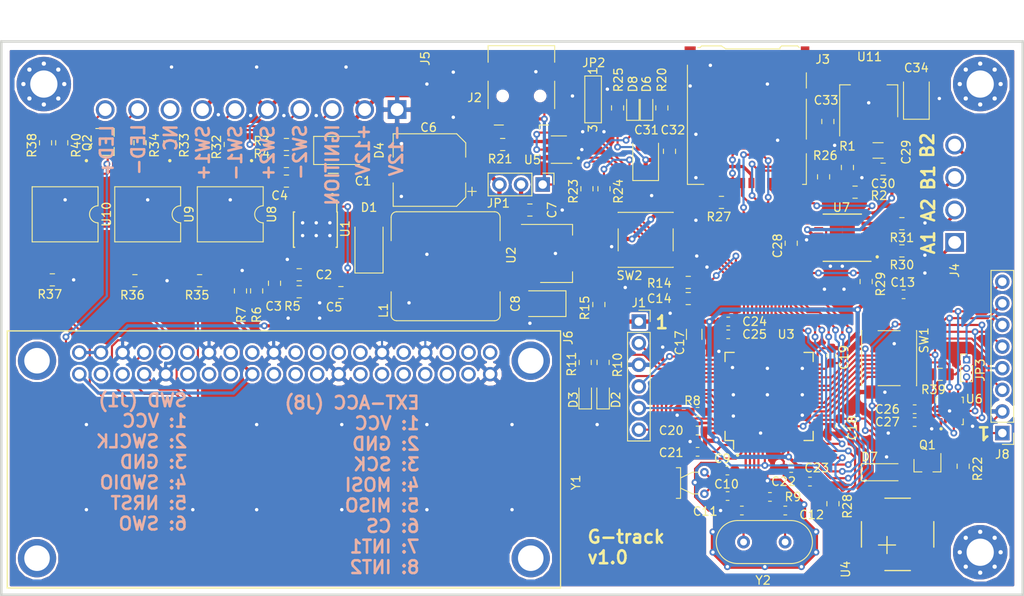
<source format=kicad_pcb>
(kicad_pcb (version 20171130) (host pcbnew 5.0.2-bee76a0~70~ubuntu18.04.1)
  (layers (0 F.Cu signal) (31 B.Cu signal) (34 B.Paste user) (35 F.Paste user) (36 B.SilkS user) (37 F.SilkS user) (38 B.Mask user) (39 F.Mask user) (44 Edge.Cuts user))
  (net 0 "")
  (net 1 -BATT)
  (net 2 +BATT)
  (net 3 "Net-(C2-Pad1)")
  (net 4 "Net-(C2-Pad2)")
  (net 5 "Net-(C4-Pad1)")
  (net 6 "Net-(C5-Pad1)")
  (net 7 "Net-(C5-Pad2)")
  (net 8 "Net-(C6-Pad1)")
  (net 9 +5V)
  (net 10 +3V3)
  (net 11 /Peripherals/ACC_INT1)
  (net 12 "Net-(C11-Pad1)")
  (net 13 "Net-(C12-Pad1)")
  (net 14 /mcu/NRST)
  (net 15 /mcu/PB2)
  (net 16 "Net-(C28-Pad2)")
  (net 17 /Peripherals/BUZZER_PWM)
  (net 18 "Net-(D2-Pad2)")
  (net 19 "Net-(D3-Pad2)")
  (net 20 /Peripherals/SDC_CARD_DETECT)
  (net 21 "Net-(D6-Pad2)")
  (net 22 "Net-(D7-Pad2)")
  (net 23 "Net-(D8-Pad2)")
  (net 24 /Peripherals/USB_LED)
  (net 25 /Peripherals/USB_VBUS_SENSE)
  (net 26 /mcu/PB3)
  (net 27 "/DC motor driver/DCM_BIN2")
  (net 28 /Peripherals/USB_D+)
  (net 29 "Net-(J2-Pad4)")
  (net 30 "Net-(J3-Pad8)")
  (net 31 "Net-(J3-Pad1)")
  (net 32 /Peripherals/SDC_CS)
  (net 33 /Peripherals/SDC_MOSI)
  (net 34 /Peripherals/SDC_SCK)
  (net 35 /Peripherals/SDC_MISO)
  (net 36 "Net-(J4-Pad1)")
  (net 37 "Net-(J4-Pad2)")
  (net 38 "Net-(J4-Pad3)")
  (net 39 "Net-(J4-Pad4)")
  (net 40 "Net-(J6-Pad3)")
  (net 41 "Net-(J6-Pad5)")
  (net 42 /Peripherals/WAVESHARE_POWER)
  (net 43 /Peripherals/RPI_UART_TX)
  (net 44 /Peripherals/RPI_UART_RX)
  (net 45 "Net-(J6-Pad11)")
  (net 46 "Net-(J6-Pad12)")
  (net 47 "Net-(J6-Pad13)")
  (net 48 "Net-(J6-Pad15)")
  (net 49 "Net-(J6-Pad16)")
  (net 50 "Net-(J6-Pad18)")
  (net 51 "Net-(J6-Pad19)")
  (net 52 "Net-(J6-Pad21)")
  (net 53 "Net-(J6-Pad22)")
  (net 54 "Net-(J6-Pad23)")
  (net 55 "Net-(J6-Pad24)")
  (net 56 "Net-(J6-Pad26)")
  (net 57 "Net-(J6-Pad27)")
  (net 58 "Net-(J6-Pad28)")
  (net 59 "Net-(J6-Pad29)")
  (net 60 "Net-(J6-Pad31)")
  (net 61 "Net-(J6-Pad32)")
  (net 62 "Net-(J6-Pad33)")
  (net 63 "Net-(J6-Pad35)")
  (net 64 "Net-(J6-Pad36)")
  (net 65 "Net-(J6-Pad37)")
  (net 66 "Net-(J6-Pad38)")
  (net 67 "Net-(J6-Pad40)")
  (net 68 /Peripherals/ACC_CS)
  (net 69 /Peripherals/ACC_MOSI)
  (net 70 /Peripherals/ACC_MISO)
  (net 71 /Peripherals/ACC_SCK)
  (net 72 /Peripherals/ACC_INT2)
  (net 73 "Net-(JP2-Pad2)")
  (net 74 /Sheet5C1D43B5/ADC_VBAT)
  (net 75 "Net-(R6-Pad2)")
  (net 76 /mcu/BOOT0)
  (net 77 "Net-(R14-Pad1)")
  (net 78 "/DC motor driver/DCM_FAULT")
  (net 79 "/DC motor driver/DCM_SLEEP")
  (net 80 "Net-(R30-Pad2)")
  (net 81 "Net-(R31-Pad2)")
  (net 82 /mcu/PC15)
  (net 83 /mcu/PB11)
  (net 84 /mcu/PC9)
  (net 85 "/DC motor driver/DCM_AIN1")
  (net 86 "/DC motor driver/DCM_AIN2")
  (net 87 "/DC motor driver/DCM_BIN1")
  (net 88 /mcu/PB8)
  (net 89 "Net-(U6-Pad2)")
  (net 90 "Net-(U6-Pad3)")
  (net 91 "Net-(Y1-Pad3)")
  (net 92 /External/IGNITION)
  (net 93 /External/SW-2)
  (net 94 /External/SW-1)
  (net 95 "Net-(J5-Pad8)")
  (net 96 /External/LED_CATHODE)
  (net 97 /External/LED_ANODE)
  (net 98 /External/EXT_LED)
  (net 99 "Net-(R32-Pad2)")
  (net 100 "Net-(R33-Pad2)")
  (net 101 "Net-(R34-Pad2)")
  (net 102 /External/EXT_IGNITION)
  (net 103 /External/EXT_SW2)
  (net 104 /External/EXT_SW1)
  (net 105 "Net-(U8-Pad3)")
  (net 106 "Net-(U8-Pad6)")
  (net 107 "Net-(U9-Pad3)")
  (net 108 "Net-(U9-Pad6)")
  (net 109 "Net-(U10-Pad6)")
  (net 110 "Net-(U10-Pad3)")
  (net 111 +12V)
  (net 112 "Net-(R3-Pad2)")
  (net 113 /Peripherals/USB_D-)
  (net 114 /mcu/PC14)
  (net 115 "Net-(R9-Pad1)")
  (net 116 /mcu/PA15)
  (net 117 /mcu/PC10)
  (net 118 /mcu/PC7)
  (net 119 /mcu/PC8)
  (net 120 /mcu/PA8)
  (net 121 /mcu/PC0)
  (net 122 /mcu/PC4)
  (net 123 /mcu/PC5)
  (net 124 /mcu/PB4)
  (net 125 /mcu/PA14)
  (net 126 +5V_USB)
  (net 127 "Net-(JP3-Pad3)")
  (net 128 /mcu/PA10)
  (net 129 /mcu/PD2)
  (net 130 "Net-(J8-Pad6)")
  (module zmolnar:KSSGJ4B20 (layer F.Cu) (at 191.8 116.4)
    (fp_text reference U4 (at -2.6 0.6 90) (layer F.SilkS))
    (fp_text value KSSGJ4B20)
    (pad 2 smd rect (at 0 -7) (size 3 3) (layers F.Cu F.Paste F.Mask) (net 10 +3V3))
    (pad 4 smd rect (at 7 -7) (size 3 3) (layers F.Cu F.Paste F.Mask) (net 22 "Net-(D7-Pad2)"))
    (pad 3 smd rect (at 7 0) (size 3 3) (layers F.Cu F.Paste F.Mask) (net 22 "Net-(D7-Pad2)"))
    (pad 1 smd rect (at 0 0) (size 3 3) (layers F.Cu F.Paste F.Mask) (net 10 +3V3))
  )
  (module Diode_SMD:D_SMA (layer F.Cu) (at 130.1 67.8)
    (fp_text reference D4 (at 4.3 0 270) (layer F.SilkS))
    (fp_text value B340A)
    (pad 1 smd rect (at -2 0) (size 2.5 1.8) (layers F.Cu F.Paste F.Mask) (net 2 +BATT))
    (pad 2 smd rect (at 2 0) (size 2.5 1.8) (layers F.Cu F.Paste F.Mask) (net 1 -BATT))
  )
  (module Diode_SMD:D_SMA (layer F.Cu) (at 133.2 78.8 90)
    (fp_text reference D1 (at 4.3 0 180) (layer F.SilkS))
    (fp_text value B340A)
    (pad 1 smd rect (at -2 0 90) (size 2.5 1.8) (layers F.Cu F.Paste F.Mask) (net 7 "Net-(C5-Pad2)"))
    (pad 2 smd rect (at 2 0 90) (size 2.5 1.8) (layers F.Cu F.Paste F.Mask) (net 1 -BATT))
  )
  (module Package_DIP:SMDIP-6_W9.53mm (layer F.Cu) (at 116.9 75.3 270)
    (fp_text reference U8 (at 0 -4.87 270) (layer F.SilkS))
    (fp_text value CNY17-3)
    (pad 1 smd rect (at -4.765 -2.54 270) (size 2 1.78) (layers F.Cu F.Paste F.Mask) (net 99 "Net-(R32-Pad2)"))
    (pad 4 smd rect (at 4.765 2.54 270) (size 2 1.78) (layers F.Cu F.Paste F.Mask) (net 102 /External/EXT_IGNITION))
    (pad 2 smd rect (at -4.765 0 270) (size 2 1.78) (layers F.Cu F.Paste F.Mask) (net 1 -BATT))
    (pad 5 smd rect (at 4.765 0 270) (size 2 1.78) (layers F.Cu F.Paste F.Mask) (net 10 +3V3))
    (pad 3 smd rect (at -4.765 2.54 270) (size 2 1.78) (layers F.Cu F.Paste F.Mask) (net 105 "Net-(U8-Pad3)"))
    (pad 6 smd rect (at 4.765 -2.54 270) (size 2 1.78) (layers F.Cu F.Paste F.Mask) (net 106 "Net-(U8-Pad6)"))
  )
  (module Package_DIP:SMDIP-6_W9.53mm (layer F.Cu) (at 107.2 75.3 270)
    (fp_text reference U9 (at 0 -4.87 270) (layer F.SilkS))
    (fp_text value CNY17-3)
    (pad 6 smd rect (at 4.765 -2.54 270) (size 2 1.78) (layers F.Cu F.Paste F.Mask) (net 108 "Net-(U9-Pad6)"))
    (pad 3 smd rect (at -4.765 2.54 270) (size 2 1.78) (layers F.Cu F.Paste F.Mask) (net 107 "Net-(U9-Pad3)"))
    (pad 5 smd rect (at 4.765 0 270) (size 2 1.78) (layers F.Cu F.Paste F.Mask) (net 10 +3V3))
    (pad 2 smd rect (at -4.765 0 270) (size 2 1.78) (layers F.Cu F.Paste F.Mask) (net 1 -BATT))
    (pad 4 smd rect (at 4.765 2.54 270) (size 2 1.78) (layers F.Cu F.Paste F.Mask) (net 103 /External/EXT_SW2))
    (pad 1 smd rect (at -4.765 -2.54 270) (size 2 1.78) (layers F.Cu F.Paste F.Mask) (net 100 "Net-(R33-Pad2)"))
  )
  (module Package_DIP:SMDIP-6_W9.53mm (layer F.Cu) (at 97.5 75.3 270)
    (fp_text reference U10 (at 0 -4.87 270) (layer F.SilkS))
    (fp_text value CNY17-3)
    (pad 1 smd rect (at -4.765 -2.54 270) (size 2 1.78) (layers F.Cu F.Paste F.Mask) (net 101 "Net-(R34-Pad2)"))
    (pad 4 smd rect (at 4.765 2.54 270) (size 2 1.78) (layers F.Cu F.Paste F.Mask) (net 104 /External/EXT_SW1))
    (pad 2 smd rect (at -4.765 0 270) (size 2 1.78) (layers F.Cu F.Paste F.Mask) (net 1 -BATT))
    (pad 5 smd rect (at 4.765 0 270) (size 2 1.78) (layers F.Cu F.Paste F.Mask) (net 10 +3V3))
    (pad 3 smd rect (at -4.765 2.54 270) (size 2 1.78) (layers F.Cu F.Paste F.Mask) (net 110 "Net-(U10-Pad3)"))
    (pad 6 smd rect (at 4.765 -2.54 270) (size 2 1.78) (layers F.Cu F.Paste F.Mask) (net 109 "Net-(U10-Pad6)"))
  )
  (module zmolnar:Tianli_TLPHC100R_1x10_P3.81mm_Horizontal (layer F.Cu) (at 136.5 63 180)
    (fp_text reference J5 (at -3.3 6 270) (layer F.SilkS))
    (fp_text value EXT)
    (pad 10 thru_hole circle (at 34.29 0 180) (size 2.2 2.2) (drill 1.5) (layers *.Cu *.Mask) (net 97 /External/LED_ANODE))
    (pad 9 thru_hole circle (at 30.48 0 180) (size 2.2 2.2) (drill 1.5) (layers *.Cu *.Mask) (net 96 /External/LED_CATHODE))
    (pad 8 thru_hole circle (at 26.67 0 180) (size 2.2 2.2) (drill 1.5) (layers *.Cu *.Mask) (net 95 "Net-(J5-Pad8)"))
    (pad 7 thru_hole circle (at 22.86 0 180) (size 2.2 2.2) (drill 1.5) (layers *.Cu *.Mask) (net 2 +BATT))
    (pad 6 thru_hole circle (at 19.05 0 180) (size 2.2 2.2) (drill 1.5) (layers *.Cu *.Mask) (net 94 /External/SW-1))
    (pad 5 thru_hole circle (at 15.24 0 180) (size 2.2 2.2) (drill 1.5) (layers *.Cu *.Mask) (net 2 +BATT))
    (pad 4 thru_hole circle (at 11.43 0 180) (size 2.2 2.2) (drill 1.5) (layers *.Cu *.Mask) (net 93 /External/SW-2))
    (pad 3 thru_hole circle (at 7.62 0 180) (size 2.2 2.2) (drill 1.5) (layers *.Cu *.Mask) (net 92 /External/IGNITION))
    (pad 2 thru_hole circle (at 3.81 0 180) (size 2.2 2.2) (drill 1.5) (layers *.Cu *.Mask) (net 2 +BATT))
    (pad 1 thru_hole rect (at 0 0 180) (size 2.2 2.2) (drill 1.5) (layers *.Cu *.Mask) (net 1 -BATT))
  )
  (module zmolnar:Tianli_TLPHC100R_1x04_P3.81mm_Horizontal (layer F.Cu) (at 202 78.6 90)
    (fp_text reference J4 (at -3.3 0 270) (layer F.SilkS))
    (fp_text value DCM)
    (pad 4 thru_hole circle (at 11.43 0 90) (size 2.2 2.2) (drill 1.5) (layers *.Cu *.Mask) (net 39 "Net-(J4-Pad4)"))
    (pad 3 thru_hole circle (at 7.62 0 90) (size 2.2 2.2) (drill 1.5) (layers *.Cu *.Mask) (net 38 "Net-(J4-Pad3)"))
    (pad 2 thru_hole circle (at 3.81 0 90) (size 2.2 2.2) (drill 1.5) (layers *.Cu *.Mask) (net 37 "Net-(J4-Pad2)"))
    (pad 1 thru_hole rect (at 0 0 90) (size 2.2 2.2) (drill 1.5) (layers *.Cu *.Mask) (net 36 "Net-(J4-Pad1)"))
  )
  (module Capacitor_SMD:C_0603_1608Metric_Pad1.05x0.95mm_HandSolder (layer F.Cu) (at 197.3 99.7 180)
    (fp_text reference C27 (at 3.2 0 180) (layer F.SilkS))
    (fp_text value 100nF)
    (pad 1 smd roundrect (at -0.875 0 180) (size 1.05 0.95) (layers F.Cu F.Paste F.Mask) (net 10 +3V3))
    (pad 2 smd roundrect (at 0.875 0 180) (size 1.05 0.95) (layers F.Cu F.Paste F.Mask) (net 1 -BATT))
  )
  (module Capacitor_SMD:C_0603_1608Metric_Pad1.05x0.95mm_HandSolder (layer F.Cu) (at 197.3 98.2 180)
    (fp_text reference C26 (at 3.2 0 180) (layer F.SilkS))
    (fp_text value 10uF)
    (pad 1 smd roundrect (at -0.875 0 180) (size 1.05 0.95) (layers F.Cu F.Paste F.Mask) (net 10 +3V3))
    (pad 2 smd roundrect (at 0.875 0 180) (size 1.05 0.95) (layers F.Cu F.Paste F.Mask) (net 1 -BATT))
  )
  (module Resistor_SMD:R_0805_2012Metric_Pad1.15x1.40mm_HandSolder (layer F.Cu) (at 113.3 83.1 180)
    (fp_text reference R35 (at 0.3 -1.7 180) (layer F.SilkS))
    (fp_text value 15k)
    (pad 1 smd roundrect (at -1.025 0 180) (size 1.15 1.4) (layers F.Cu F.Paste F.Mask) (roundrect_rratio 0.217391) (net 102 /External/EXT_IGNITION))
    (pad 2 smd roundrect (at 1.025 0 180) (size 1.15 1.4) (layers F.Cu F.Paste F.Mask) (roundrect_rratio 0.217391) (net 1 -BATT))
  )
  (module Resistor_SMD:R_0603_1608Metric_Pad1.05x0.95mm_HandSolder (layer F.Cu) (at 171.8 98.5 180)
    (fp_text reference R8 (at 0.6 1.3 180) (layer F.SilkS))
    (fp_text value 10k)
    (pad 1 smd roundrect (at -0.875 0 180) (size 1.05 0.95) (layers F.Cu F.Paste F.Mask) (net 76 /mcu/BOOT0))
    (pad 2 smd roundrect (at 0.875 0 180) (size 1.05 0.95) (layers F.Cu F.Paste F.Mask) (net 1 -BATT))
  )
  (module Capacitor_SMD:C_0805_2012Metric_Pad1.15x1.40mm_HandSolder (layer F.Cu) (at 168.5 67.9 90)
    (fp_text reference C32 (at 2.5 0.4 180) (layer F.SilkS))
    (fp_text value 100nF)
    (pad 1 smd roundrect (at -1.025 0 90) (size 1.15 1.4) (layers F.Cu F.Paste F.Mask) (roundrect_rratio 0.217391) (net 10 +3V3))
    (pad 2 smd roundrect (at 1.025 0 90) (size 1.15 1.4) (layers F.Cu F.Paste F.Mask) (roundrect_rratio 0.217391) (net 1 -BATT))
  )
  (module Resistor_SMD:R_0805_2012Metric_Pad1.15x1.40mm_HandSolder (layer F.Cu) (at 195.8 79.6 180)
    (fp_text reference R30 (at 0 -1.65 180) (layer F.SilkS))
    (fp_text value 0R47)
    (pad 1 smd roundrect (at -1.025 0 180) (size 1.15 1.4) (layers F.Cu F.Paste F.Mask) (roundrect_rratio 0.217391) (net 1 -BATT))
    (pad 2 smd roundrect (at 1.025 0 180) (size 1.15 1.4) (layers F.Cu F.Paste F.Mask) (roundrect_rratio 0.217391) (net 80 "Net-(R30-Pad2)"))
  )
  (module Resistor_SMD:R_0805_2012Metric_Pad1.15x1.40mm_HandSolder (layer F.Cu) (at 195.8 76.4 180)
    (fp_text reference R31 (at 0 -1.65 180) (layer F.SilkS))
    (fp_text value 0R47)
    (pad 2 smd roundrect (at 1.025 0 180) (size 1.15 1.4) (layers F.Cu F.Paste F.Mask) (roundrect_rratio 0.217391) (net 81 "Net-(R31-Pad2)"))
    (pad 1 smd roundrect (at -1.025 0 180) (size 1.15 1.4) (layers F.Cu F.Paste F.Mask) (roundrect_rratio 0.217391) (net 1 -BATT))
  )
  (module Package_QFP:LQFP-64_10x10mm_P0.5mm (layer F.Cu) (at 180.2 96.7 90)
    (fp_text reference U3 (at 7.3 2) (layer F.SilkS))
    (fp_text value STM32L452RCTx)
    (pad 1 smd rect (at -5.7 -3.75 90) (size 1 0.25) (layers F.Cu F.Paste F.Mask) (net 10 +3V3))
    (pad 2 smd rect (at -5.7 -3.25 90) (size 1 0.25) (layers F.Cu F.Paste F.Mask) (net 98 /External/EXT_LED))
    (pad 3 smd rect (at -5.7 -2.75 90) (size 1 0.25) (layers F.Cu F.Paste F.Mask) (net 114 /mcu/PC14))
    (pad 4 smd rect (at -5.7 -2.25 90) (size 1 0.25) (layers F.Cu F.Paste F.Mask) (net 82 /mcu/PC15))
    (pad 5 smd rect (at -5.7 -1.75 90) (size 1 0.25) (layers F.Cu F.Paste F.Mask) (net 12 "Net-(C11-Pad1)"))
    (pad 6 smd rect (at -5.7 -1.25 90) (size 1 0.25) (layers F.Cu F.Paste F.Mask) (net 115 "Net-(R9-Pad1)"))
    (pad 7 smd rect (at -5.7 -0.75 90) (size 1 0.25) (layers F.Cu F.Paste F.Mask) (net 14 /mcu/NRST))
    (pad 8 smd rect (at -5.7 -0.25 90) (size 1 0.25) (layers F.Cu F.Paste F.Mask) (net 121 /mcu/PC0))
    (pad 9 smd rect (at -5.7 0.25 90) (size 1 0.25) (layers F.Cu F.Paste F.Mask) (net 74 /Sheet5C1D43B5/ADC_VBAT))
    (pad 10 smd rect (at -5.7 0.75 90) (size 1 0.25) (layers F.Cu F.Paste F.Mask) (net 78 "/DC motor driver/DCM_FAULT"))
    (pad 11 smd rect (at -5.7 1.25 90) (size 1 0.25) (layers F.Cu F.Paste F.Mask) (net 79 "/DC motor driver/DCM_SLEEP"))
    (pad 12 smd rect (at -5.7 1.75 90) (size 1 0.25) (layers F.Cu F.Paste F.Mask) (net 1 -BATT))
    (pad 13 smd rect (at -5.7 2.25 90) (size 1 0.25) (layers F.Cu F.Paste F.Mask) (net 10 +3V3))
    (pad 14 smd rect (at -5.7 2.75 90) (size 1 0.25) (layers F.Cu F.Paste F.Mask) (net 85 "/DC motor driver/DCM_AIN1"))
    (pad 15 smd rect (at -5.7 3.25 90) (size 1 0.25) (layers F.Cu F.Paste F.Mask) (net 86 "/DC motor driver/DCM_AIN2"))
    (pad 16 smd rect (at -5.7 3.75 90) (size 1 0.25) (layers F.Cu F.Paste F.Mask) (net 27 "/DC motor driver/DCM_BIN2"))
    (pad 17 smd rect (at -3.75 5.7 180) (size 1 0.25) (layers F.Cu F.Paste F.Mask) (net 87 "/DC motor driver/DCM_BIN1"))
    (pad 18 smd rect (at -3.25 5.7 180) (size 1 0.25) (layers F.Cu F.Paste F.Mask) (net 1 -BATT))
    (pad 19 smd rect (at -2.75 5.7 180) (size 1 0.25) (layers F.Cu F.Paste F.Mask) (net 10 +3V3))
    (pad 20 smd rect (at -2.25 5.7 180) (size 1 0.25) (layers F.Cu F.Paste F.Mask) (net 68 /Peripherals/ACC_CS))
    (pad 21 smd rect (at -1.75 5.7 180) (size 1 0.25) (layers F.Cu F.Paste F.Mask) (net 71 /Peripherals/ACC_SCK))
    (pad 22 smd rect (at -1.25 5.7 180) (size 1 0.25) (layers F.Cu F.Paste F.Mask) (net 70 /Peripherals/ACC_MISO))
    (pad 23 smd rect (at -0.75 5.7 180) (size 1 0.25) (layers F.Cu F.Paste F.Mask) (net 69 /Peripherals/ACC_MOSI))
    (pad 24 smd rect (at -0.25 5.7 180) (size 1 0.25) (layers F.Cu F.Paste F.Mask) (net 122 /mcu/PC4))
    (pad 25 smd rect (at 0.25 5.7 180) (size 1 0.25) (layers F.Cu F.Paste F.Mask) (net 123 /mcu/PC5))
    (pad 26 smd rect (at 0.75 5.7 180) (size 1 0.25) (layers F.Cu F.Paste F.Mask) (net 11 /Peripherals/ACC_INT1))
    (pad 27 smd rect (at 1.25 5.7 180) (size 1 0.25) (layers F.Cu F.Paste F.Mask) (net 72 /Peripherals/ACC_INT2))
    (pad 28 smd rect (at 1.75 5.7 180) (size 1 0.25) (layers F.Cu F.Paste F.Mask) (net 15 /mcu/PB2))
    (pad 29 smd rect (at 2.25 5.7 180) (size 1 0.25) (layers F.Cu F.Paste F.Mask) (net 17 /Peripherals/BUZZER_PWM))
    (pad 30 smd rect (at 2.75 5.7 180) (size 1 0.25) (layers F.Cu F.Paste F.Mask) (net 83 /mcu/PB11))
    (pad 31 smd rect (at 3.25 5.7 180) (size 1 0.25) (layers F.Cu F.Paste F.Mask) (net 1 -BATT))
    (pad 32 smd rect (at 3.75 5.7 180) (size 1 0.25) (layers F.Cu F.Paste F.Mask) (net 10 +3V3))
    (pad 33 smd rect (at 5.7 3.75 90) (size 1 0.25) (layers F.Cu F.Paste F.Mask) (net 32 /Peripherals/SDC_CS))
    (pad 34 smd rect (at 5.7 3.25 90) (size 1 0.25) (layers F.Cu F.Paste F.Mask) (net 34 /Peripherals/SDC_SCK))
    (pad 35 smd rect (at 5.7 2.75 90) (size 1 0.25) (layers F.Cu F.Paste F.Mask) (net 35 /Peripherals/SDC_MISO))
    (pad 36 smd rect (at 5.7 2.25 90) (size 1 0.25) (layers F.Cu F.Paste F.Mask) (net 33 /Peripherals/SDC_MOSI))
    (pad 37 smd rect (at 5.7 1.75 90) (size 1 0.25) (layers F.Cu F.Paste F.Mask) (net 20 /Peripherals/SDC_CARD_DETECT))
    (pad 38 smd rect (at 5.7 1.25 90) (size 1 0.25) (layers F.Cu F.Paste F.Mask) (net 118 /mcu/PC7))
    (pad 39 smd rect (at 5.7 0.75 90) (size 1 0.25) (layers F.Cu F.Paste F.Mask) (net 119 /mcu/PC8))
    (pad 40 smd rect (at 5.7 0.25 90) (size 1 0.25) (layers F.Cu F.Paste F.Mask) (net 84 /mcu/PC9))
    (pad 41 smd rect (at 5.7 -0.25 90) (size 1 0.25) (layers F.Cu F.Paste F.Mask) (net 120 /mcu/PA8))
    (pad 42 smd rect (at 5.7 -0.75 90) (size 1 0.25) (layers F.Cu F.Paste F.Mask) (net 25 /Peripherals/USB_VBUS_SENSE))
    (pad 43 smd rect (at 5.7 -1.25 90) (size 1 0.25) (layers F.Cu F.Paste F.Mask) (net 128 /mcu/PA10))
    (pad 44 smd rect (at 5.7 -1.75 90) (size 1 0.25) (layers F.Cu F.Paste F.Mask) (net 113 /Peripherals/USB_D-))
    (pad 45 smd rect (at 5.7 -2.25 90) (size 1 0.25) (layers F.Cu F.Paste F.Mask) (net 28 /Peripherals/USB_D+))
    (pad 46 smd rect (at 5.7 -2.75 90) (size 1 0.25) (layers F.Cu F.Paste F.Mask) (net 24 /Peripherals/USB_LED))
    (pad 47 smd rect (at 5.7 -3.25 90) (size 1 0.25) (layers F.Cu F.Paste F.Mask) (net 1 -BATT))
    (pad 48 smd rect (at 5.7 -3.75 90) (size 1 0.25) (layers F.Cu F.Paste F.Mask) (net 10 +3V3))
    (pad 49 smd rect (at 3.75 -5.7 180) (size 1 0.25) (layers F.Cu F.Paste F.Mask) (net 125 /mcu/PA14))
    (pad 50 smd rect (at 3.25 -5.7 180) (size 1 0.25) (layers F.Cu F.Paste F.Mask) (net 116 /mcu/PA15))
    (pad 51 smd rect (at 2.75 -5.7 180) (size 1 0.25) (layers F.Cu F.Paste F.Mask) (net 117 /mcu/PC10))
    (pad 52 smd rect (at 2.25 -5.7 180) (size 1 0.25) (layers F.Cu F.Paste F.Mask) (net 102 /External/EXT_IGNITION))
    (pad 53 smd rect (at 1.75 -5.7 180) (size 1 0.25) (layers F.Cu F.Paste F.Mask) (net 103 /External/EXT_SW2))
    (pad 54 smd rect (at 1.25 -5.7 180) (size 1 0.25) (layers F.Cu F.Paste F.Mask) (net 129 /mcu/PD2))
    (pad 55 smd rect (at 0.75 -5.7 180) (size 1 0.25) (layers F.Cu F.Paste F.Mask) (net 26 /mcu/PB3))
    (pad 56 smd rect (at 0.25 -5.7 180) (size 1 0.25) (layers F.Cu F.Paste F.Mask) (net 124 /mcu/PB4))
    (pad 57 smd rect (at -0.25 -5.7 180) (size 1 0.25) (layers F.Cu F.Paste F.Mask) (net 42 /Peripherals/WAVESHARE_POWER))
    (pad 58 smd rect (at -0.75 -5.7 180) (size 1 0.25) (layers F.Cu F.Paste F.Mask) (net 43 /Peripherals/RPI_UART_TX))
    (pad 59 smd rect (at -1.25 -5.7 180) (size 1 0.25) (layers F.Cu F.Paste F.Mask) (net 44 /Peripherals/RPI_UART_RX))
    (pad 60 smd rect (at -1.75 -5.7 180) (size 1 0.25) (layers F.Cu F.Paste F.Mask) (net 76 /mcu/BOOT0))
    (pad 61 smd rect (at -2.25 -5.7 180) (size 1 0.25) (layers F.Cu F.Paste F.Mask) (net 88 /mcu/PB8))
    (pad 62 smd rect (at -2.75 -5.7 180) (size 1 0.25) (layers F.Cu F.Paste F.Mask) (net 104 /External/EXT_SW1))
    (pad 63 smd rect (at -3.25 -5.7 180) (size 1 0.25) (layers F.Cu F.Paste F.Mask) (net 1 -BATT))
    (pad 64 smd rect (at -3.75 -5.7 180) (size 1 0.25) (layers F.Cu F.Paste F.Mask) (net 10 +3V3))
  )
  (module Resistor_SMD:R_0805_2012Metric_Pad1.15x1.40mm_HandSolder (layer F.Cu) (at 189.4 69.8 270)
    (fp_text reference R1 (at -2.5 0) (layer F.SilkS))
    (fp_text value 75k)
    (pad 2 smd roundrect (at 1.025 0 270) (size 1.15 1.4) (layers F.Cu F.Paste F.Mask) (roundrect_rratio 0.217391) (net 74 /Sheet5C1D43B5/ADC_VBAT))
    (pad 1 smd roundrect (at -1.025 0 270) (size 1.15 1.4) (layers F.Cu F.Paste F.Mask) (roundrect_rratio 0.217391) (net 2 +BATT))
  )
  (module Capacitor_SMD:C_0603_1608Metric_Pad1.05x0.95mm_HandSolder (layer F.Cu) (at 175.325 108.4)
    (fp_text reference C10 (at -0.125 -1.4) (layer F.SilkS))
    (fp_text value 12pF)
    (pad 1 smd roundrect (at -0.875 0) (size 1.05 0.95) (layers F.Cu F.Paste F.Mask) (net 1 -BATT))
    (pad 2 smd roundrect (at 0.875 0) (size 1.05 0.95) (layers F.Cu F.Paste F.Mask) (net 82 /mcu/PC15))
  )
  (module Button_Switch_SMD:SW_SPST_PTS645 (layer F.Cu) (at 194.3 92.2 90)
    (fp_text reference SW1 (at 2.1 4.1 90) (layer F.SilkS))
    (fp_text value Reset)
    (pad 2 smd rect (at -3.98 2.25 90) (size 1.55 1.3) (layers F.Cu F.Paste F.Mask) (net 14 /mcu/NRST))
    (pad 1 smd rect (at -3.98 -2.25 90) (size 1.55 1.3) (layers F.Cu F.Paste F.Mask) (net 1 -BATT))
    (pad 1 smd rect (at 3.98 -2.25 90) (size 1.55 1.3) (layers F.Cu F.Paste F.Mask) (net 1 -BATT))
    (pad 2 smd rect (at 3.98 2.25 90) (size 1.55 1.3) (layers F.Cu F.Paste F.Mask) (net 14 /mcu/NRST))
  )
  (module Connector_PinHeader_2.54mm:PinHeader_1x08_P2.54mm_Vertical (layer F.Cu) (at 207.6 101 180)
    (fp_text reference J8 (at 0 -2.5 180) (layer F.SilkS))
    (fp_text value LIS3DSH)
    (pad 1 thru_hole rect (at 0 0 180) (size 1.7 1.7) (drill 1) (layers *.Cu *.Mask) (net 10 +3V3))
    (pad 2 thru_hole oval (at 0 2.54 180) (size 1.7 1.7) (drill 1) (layers *.Cu *.Mask) (net 1 -BATT))
    (pad 3 thru_hole oval (at 0 5.08 180) (size 1.7 1.7) (drill 1) (layers *.Cu *.Mask) (net 71 /Peripherals/ACC_SCK))
    (pad 4 thru_hole oval (at 0 7.62 180) (size 1.7 1.7) (drill 1) (layers *.Cu *.Mask) (net 69 /Peripherals/ACC_MOSI))
    (pad 5 thru_hole oval (at 0 10.16 180) (size 1.7 1.7) (drill 1) (layers *.Cu *.Mask) (net 70 /Peripherals/ACC_MISO))
    (pad 6 thru_hole oval (at 0 12.7 180) (size 1.7 1.7) (drill 1) (layers *.Cu *.Mask) (net 130 "Net-(J8-Pad6)"))
    (pad 7 thru_hole oval (at 0 15.24 180) (size 1.7 1.7) (drill 1) (layers *.Cu *.Mask) (net 11 /Peripherals/ACC_INT1))
    (pad 8 thru_hole oval (at 0 17.78 180) (size 1.7 1.7) (drill 1) (layers *.Cu *.Mask) (net 72 /Peripherals/ACC_INT2))
  )
  (module Connector_PinHeader_1.00mm:PinHeader_1x03_P1.00mm_Vertical (layer F.Cu) (at 203.4 92.4)
    (fp_text reference JP3 (at 1.6 1.2 90) (layer F.SilkS))
    (fp_text value ACC_SPI_SELECT)
    (pad 1 thru_hole rect (at 0 0) (size 0.85 0.85) (drill 0.5) (layers *.Cu *.Mask) (net 130 "Net-(J8-Pad6)"))
    (pad 2 thru_hole oval (at 0 1) (size 0.85 0.85) (drill 0.5) (layers *.Cu *.Mask) (net 68 /Peripherals/ACC_CS))
    (pad 3 thru_hole oval (at 0 2) (size 0.85 0.85) (drill 0.5) (layers *.Cu *.Mask) (net 127 "Net-(JP3-Pad3)"))
  )
  (module Resistor_SMD:R_0805_2012Metric_Pad1.15x1.40mm_HandSolder (layer F.Cu) (at 167.6 62.8 270)
    (fp_text reference R20 (at -3.3 0 270) (layer F.SilkS))
    (fp_text value 510R)
    (pad 1 smd roundrect (at -1.025 0 270) (size 1.15 1.4) (layers F.Cu F.Paste F.Mask) (roundrect_rratio 0.217391) (net 126 +5V_USB))
    (pad 2 smd roundrect (at 1.025 0 270) (size 1.15 1.4) (layers F.Cu F.Paste F.Mask) (roundrect_rratio 0.217391) (net 21 "Net-(D6-Pad2)"))
  )
  (module zmolnar:Waveshare_GSM_GPS_GNSS_hat (layer F.Cu) (at 155.7 89 180)
    (fp_text reference J6 (at -0.9 -0.8 270) (layer F.SilkS))
    (fp_text value "Waveshare GSM/GPS/GNSS")
    (pad 40 thru_hole circle (at 8.27 -2.54 180) (size 1.7 1.7) (drill 1.1) (layers *.Cu *.Mask) (net 67 "Net-(J6-Pad40)"))
    (pad 39 thru_hole circle (at 8.27 -5.08 180) (size 1.7 1.7) (drill 1.1) (layers *.Cu *.Mask) (net 1 -BATT))
    (pad 38 thru_hole circle (at 10.81 -2.54 180) (size 1.7 1.7) (drill 1.1) (layers *.Cu *.Mask) (net 66 "Net-(J6-Pad38)"))
    (pad 37 thru_hole circle (at 10.81 -5.08 180) (size 1.7 1.7) (drill 1.1) (layers *.Cu *.Mask) (net 65 "Net-(J6-Pad37)"))
    (pad 36 thru_hole circle (at 13.35 -2.54 180) (size 1.7 1.7) (drill 1.1) (layers *.Cu *.Mask) (net 64 "Net-(J6-Pad36)"))
    (pad 35 thru_hole circle (at 13.35 -5.08 180) (size 1.7 1.7) (drill 1.1) (layers *.Cu *.Mask) (net 63 "Net-(J6-Pad35)"))
    (pad 34 thru_hole circle (at 15.89 -2.54 180) (size 1.7 1.7) (drill 1.1) (layers *.Cu *.Mask) (net 1 -BATT))
    (pad 33 thru_hole circle (at 15.89 -5.08 180) (size 1.7 1.7) (drill 1.1) (layers *.Cu *.Mask) (net 62 "Net-(J6-Pad33)"))
    (pad 32 thru_hole circle (at 18.43 -2.54 180) (size 1.7 1.7) (drill 1.1) (layers *.Cu *.Mask) (net 61 "Net-(J6-Pad32)"))
    (pad 31 thru_hole circle (at 18.43 -5.08 180) (size 1.7 1.7) (drill 1.1) (layers *.Cu *.Mask) (net 60 "Net-(J6-Pad31)"))
    (pad 30 thru_hole circle (at 20.97 -2.54 180) (size 1.7 1.7) (drill 1.1) (layers *.Cu *.Mask) (net 1 -BATT))
    (pad 29 thru_hole circle (at 20.97 -5.08 180) (size 1.7 1.7) (drill 1.1) (layers *.Cu *.Mask) (net 59 "Net-(J6-Pad29)"))
    (pad 28 thru_hole circle (at 23.51 -2.54 180) (size 1.7 1.7) (drill 1.1) (layers *.Cu *.Mask) (net 58 "Net-(J6-Pad28)"))
    (pad 27 thru_hole circle (at 23.51 -5.08 180) (size 1.7 1.7) (drill 1.1) (layers *.Cu *.Mask) (net 57 "Net-(J6-Pad27)"))
    (pad 26 thru_hole circle (at 26.05 -2.54 180) (size 1.7 1.7) (drill 1.1) (layers *.Cu *.Mask) (net 56 "Net-(J6-Pad26)"))
    (pad 25 thru_hole circle (at 26.05 -5.08 180) (size 1.7 1.7) (drill 1.1) (layers *.Cu *.Mask) (net 1 -BATT))
    (pad 24 thru_hole circle (at 28.59 -2.54 180) (size 1.7 1.7) (drill 1.1) (layers *.Cu *.Mask) (net 55 "Net-(J6-Pad24)"))
    (pad 23 thru_hole circle (at 28.59 -5.08 180) (size 1.7 1.7) (drill 1.1) (layers *.Cu *.Mask) (net 54 "Net-(J6-Pad23)"))
    (pad 22 thru_hole circle (at 31.13 -2.54 180) (size 1.7 1.7) (drill 1.1) (layers *.Cu *.Mask) (net 53 "Net-(J6-Pad22)"))
    (pad 21 thru_hole circle (at 31.13 -5.08 180) (size 1.7 1.7) (drill 1.1) (layers *.Cu *.Mask) (net 52 "Net-(J6-Pad21)"))
    (pad 20 thru_hole circle (at 33.67 -2.54 180) (size 1.7 1.7) (drill 1.1) (layers *.Cu *.Mask) (net 1 -BATT))
    (pad 19 thru_hole circle (at 33.67 -5.08 180) (size 1.7 1.7) (drill 1.1) (layers *.Cu *.Mask) (net 51 "Net-(J6-Pad19)"))
    (pad 18 thru_hole circle (at 36.21 -2.54 180) (size 1.7 1.7) (drill 1.1) (layers *.Cu *.Mask) (net 50 "Net-(J6-Pad18)"))
    (pad 17 thru_hole circle (at 36.21 -5.08 180) (size 1.7 1.7) (drill 1.1) (layers *.Cu *.Mask) (net 10 +3V3))
    (pad 16 thru_hole circle (at 38.75 -2.54 180) (size 1.7 1.7) (drill 1.1) (layers *.Cu *.Mask) (net 49 "Net-(J6-Pad16)"))
    (pad 15 thru_hole circle (at 38.75 -5.08 180) (size 1.7 1.7) (drill 1.1) (layers *.Cu *.Mask) (net 48 "Net-(J6-Pad15)"))
    (pad 14 thru_hole circle (at 41.29 -2.54 180) (size 1.7 1.7) (drill 1.1) (layers *.Cu *.Mask) (net 1 -BATT))
    (pad 13 thru_hole circle (at 41.29 -5.08 180) (size 1.7 1.7) (drill 1.1) (layers *.Cu *.Mask) (net 47 "Net-(J6-Pad13)"))
    (pad 12 thru_hole circle (at 43.83 -2.54 180) (size 1.7 1.7) (drill 1.1) (layers *.Cu *.Mask) (net 46 "Net-(J6-Pad12)"))
    (pad 11 thru_hole circle (at 43.83 -5.08 180) (size 1.7 1.7) (drill 1.1) (layers *.Cu *.Mask) (net 45 "Net-(J6-Pad11)"))
    (pad 10 thru_hole circle (at 46.37 -2.54 180) (size 1.7 1.7) (drill 1.1) (layers *.Cu *.Mask) (net 44 /Peripherals/RPI_UART_RX))
    (pad 9 thru_hole circle (at 46.37 -5.08 180) (size 1.7 1.7) (drill 1.1) (layers *.Cu *.Mask) (net 1 -BATT))
    (pad 8 thru_hole circle (at 48.91 -2.54 180) (size 1.7 1.7) (drill 1.1) (layers *.Cu *.Mask) (net 43 /Peripherals/RPI_UART_TX))
    (pad 7 thru_hole circle (at 48.91 -5.08 180) (size 1.7 1.7) (drill 1.1) (layers *.Cu *.Mask) (net 42 /Peripherals/WAVESHARE_POWER))
    (pad 6 thru_hole circle (at 51.45 -2.54 180) (size 1.7 1.7) (drill 1.1) (layers *.Cu *.Mask) (net 1 -BATT))
    (pad 5 thru_hole circle (at 51.45 -5.08 180) (size 1.7 1.7) (drill 1.1) (layers *.Cu *.Mask) (net 41 "Net-(J6-Pad5)"))
    (pad 4 thru_hole circle (at 53.99 -2.54 180) (size 1.7 1.7) (drill 1.1) (layers *.Cu *.Mask) (net 9 +5V))
    (pad 3 thru_hole circle (at 53.99 -5.08 180) (size 1.7 1.7) (drill 1.1) (layers *.Cu *.Mask) (net 40 "Net-(J6-Pad3)"))
    (pad 2 thru_hole circle (at 56.53 -2.54 180) (size 1.7 1.7) (drill 1.1) (layers *.Cu *.Mask) (net 9 +5V))
    (pad 1 thru_hole circle (at 56.53 -5.08 180) (size 1.7 1.7) (drill 1.1) (layers *.Cu *.Mask) (net 10 +3V3))
    (pad "" thru_hole circle (at 61.5 -26.7 180) (size 4.5 4.5) (drill 3) (layers *.Cu *.Mask))
    (pad "" thru_hole circle (at 61.5 -3.5 180) (size 4.5 4.5) (drill 3) (layers *.Cu *.Mask))
    (pad "" thru_hole circle (at 3.5 -26.7 180) (size 4.5 4.5) (drill 3) (layers *.Cu *.Mask))
    (pad "" thru_hole circle (at 3.5 -3.5 180) (size 4.5 4.5) (drill 3) (layers *.Cu *.Mask))
  )
  (module Resistor_SMD:R_0805_2012Metric_Pad1.15x1.40mm_HandSolder (layer F.Cu) (at 118.1 84.3 270)
    (fp_text reference R7 (at 2.8 -0.1 270) (layer F.SilkS))
    (fp_text value 1k91)
    (pad 1 smd roundrect (at -1.025 0 270) (size 1.15 1.4) (layers F.Cu F.Paste F.Mask) (roundrect_rratio 0.217391) (net 75 "Net-(R6-Pad2)"))
    (pad 2 smd roundrect (at 1.025 0 270) (size 1.15 1.4) (layers F.Cu F.Paste F.Mask) (roundrect_rratio 0.217391) (net 1 -BATT))
  )
  (module Resistor_SMD:R_0805_2012Metric_Pad1.15x1.40mm_HandSolder (layer F.Cu) (at 120 84.3 90)
    (fp_text reference R6 (at -2.8 0 270) (layer F.SilkS))
    (fp_text value 10k)
    (pad 1 smd roundrect (at -1.025 0 90) (size 1.15 1.4) (layers F.Cu F.Paste F.Mask) (roundrect_rratio 0.217391) (net 8 "Net-(C6-Pad1)"))
    (pad 2 smd roundrect (at 1.025 0 90) (size 1.15 1.4) (layers F.Cu F.Paste F.Mask) (roundrect_rratio 0.217391) (net 75 "Net-(R6-Pad2)"))
  )
  (module Resistor_SMD:R_0603_1608Metric_Pad1.05x0.95mm_HandSolder (layer F.Cu) (at 180.3 108.5)
    (fp_text reference R9 (at 2.7 0) (layer F.SilkS))
    (fp_text value 390R)
    (pad 1 smd roundrect (at -0.875 0) (size 1.05 0.95) (layers F.Cu F.Paste F.Mask) (net 115 "Net-(R9-Pad1)"))
    (pad 2 smd roundrect (at 0.875 0) (size 1.05 0.95) (layers F.Cu F.Paste F.Mask) (net 13 "Net-(C12-Pad1)"))
  )
  (module Resistor_SMD:R_0805_2012Metric_Pad1.15x1.40mm_HandSolder (layer F.Cu) (at 123.5 67.1)
    (fp_text reference R3 (at -2.9 -0.4) (layer F.SilkS))
    (fp_text value 332k)
    (pad 1 smd roundrect (at -1.025 0) (size 1.15 1.4) (layers F.Cu F.Paste F.Mask) (roundrect_rratio 0.217391) (net 2 +BATT))
    (pad 2 smd roundrect (at 1.025 0) (size 1.15 1.4) (layers F.Cu F.Paste F.Mask) (roundrect_rratio 0.217391) (net 112 "Net-(R3-Pad2)"))
  )
  (module Resistor_SMD:R_0805_2012Metric_Pad1.15x1.40mm_HandSolder (layer F.Cu) (at 190.3 72.7)
    (fp_text reference R2 (at 2.8 0.4 180) (layer F.SilkS))
    (fp_text value 15k)
    (pad 1 smd roundrect (at -1.025 0) (size 1.15 1.4) (layers F.Cu F.Paste F.Mask) (roundrect_rratio 0.217391) (net 74 /Sheet5C1D43B5/ADC_VBAT))
    (pad 2 smd roundrect (at 1.025 0) (size 1.15 1.4) (layers F.Cu F.Paste F.Mask) (roundrect_rratio 0.217391) (net 1 -BATT))
  )
  (module Capacitor_SMD:C_1206_3216Metric_Pad1.42x1.75mm_HandSolder (layer F.Cu) (at 129 71.4)
    (fp_text reference C1 (at 3.5 0 180) (layer F.SilkS))
    (fp_text value 10uF/25V)
    (pad 1 smd roundrect (at -1.4875 0) (size 1.425 1.75) (layers F.Cu F.Paste F.Mask) (roundrect_rratio 0.175439) (net 2 +BATT))
    (pad 2 smd roundrect (at 1.4875 0) (size 1.425 1.75) (layers F.Cu F.Paste F.Mask) (roundrect_rratio 0.175439) (net 1 -BATT))
  )
  (module Capacitor_SMD:C_0805_2012Metric_Pad1.15x1.40mm_HandSolder (layer F.Cu) (at 125 82.4)
    (fp_text reference C2 (at 2.9 0) (layer F.SilkS))
    (fp_text value 220pF)
    (pad 2 smd roundrect (at 1.025 0) (size 1.15 1.4) (layers F.Cu F.Paste F.Mask) (roundrect_rratio 0.217391) (net 4 "Net-(C2-Pad2)"))
    (pad 1 smd roundrect (at -1.025 0) (size 1.15 1.4) (layers F.Cu F.Paste F.Mask) (roundrect_rratio 0.217391) (net 3 "Net-(C2-Pad1)"))
  )
  (module Capacitor_SMD:C_0805_2012Metric_Pad1.15x1.40mm_HandSolder (layer F.Cu) (at 122.1 83.4 270)
    (fp_text reference C3 (at 2.7 0.1 180) (layer F.SilkS))
    (fp_text value 56pF)
    (pad 2 smd roundrect (at 1.025 0 270) (size 1.15 1.4) (layers F.Cu F.Paste F.Mask) (roundrect_rratio 0.217391) (net 1 -BATT))
    (pad 1 smd roundrect (at -1.025 0 270) (size 1.15 1.4) (layers F.Cu F.Paste F.Mask) (roundrect_rratio 0.217391) (net 3 "Net-(C2-Pad1)"))
  )
  (module Capacitor_SMD:C_0805_2012Metric_Pad1.15x1.40mm_HandSolder (layer F.Cu) (at 123.5 71.4 180)
    (fp_text reference C4 (at 0.8 -1.7 180) (layer F.SilkS))
    (fp_text value 15nF)
    (pad 1 smd roundrect (at -1.025 0 180) (size 1.15 1.4) (layers F.Cu F.Paste F.Mask) (roundrect_rratio 0.217391) (net 5 "Net-(C4-Pad1)"))
    (pad 2 smd roundrect (at 1.025 0 180) (size 1.15 1.4) (layers F.Cu F.Paste F.Mask) (roundrect_rratio 0.217391) (net 1 -BATT))
  )
  (module Capacitor_SMD:C_0805_2012Metric_Pad1.15x1.40mm_HandSolder (layer F.Cu) (at 129.9 84.5 180)
    (fp_text reference C5 (at 0.8 -1.7) (layer F.SilkS))
    (fp_text value 100nF)
    (pad 1 smd roundrect (at -1.025 0 180) (size 1.15 1.4) (layers F.Cu F.Paste F.Mask) (roundrect_rratio 0.217391) (net 6 "Net-(C5-Pad1)"))
    (pad 2 smd roundrect (at 1.025 0 180) (size 1.15 1.4) (layers F.Cu F.Paste F.Mask) (roundrect_rratio 0.217391) (net 7 "Net-(C5-Pad2)"))
  )
  (module Capacitor_SMD:CP_Elec_8x10 (layer F.Cu) (at 140.3 70.1 180)
    (fp_text reference C6 (at 0.1 5 180) (layer F.SilkS))
    (fp_text value 470uF)
    (pad 1 smd roundrect (at -3.25 0 180) (size 3.5 2.5) (layers F.Cu F.Paste F.Mask) (roundrect_rratio 0.1) (net 8 "Net-(C6-Pad1)"))
    (pad 2 smd roundrect (at 3.25 0 180) (size 3.5 2.5) (layers F.Cu F.Paste F.Mask) (roundrect_rratio 0.1) (net 1 -BATT))
  )
  (module Capacitor_SMD:C_0805_2012Metric_Pad1.15x1.40mm_HandSolder (layer F.Cu) (at 152.1 74.8 180)
    (fp_text reference C7 (at -2.6 0 270) (layer F.SilkS))
    (fp_text value 470nF)
    (pad 1 smd roundrect (at -1.025 0 180) (size 1.15 1.4) (layers F.Cu F.Paste F.Mask) (roundrect_rratio 0.217391) (net 1 -BATT))
    (pad 2 smd roundrect (at 1.025 0 180) (size 1.15 1.4) (layers F.Cu F.Paste F.Mask) (roundrect_rratio 0.217391) (net 9 +5V))
  )
  (module Capacitor_Tantalum_SMD:CP_EIA-3528-21_Kemet-B_Pad1.50x2.35mm_HandSolder (layer F.Cu) (at 153.7 85.8 180)
    (fp_text reference C8 (at 3.3 0 270) (layer F.SilkS))
    (fp_text value 47uF)
    (pad 1 smd roundrect (at -1.625 0 180) (size 1.5 2.35) (layers F.Cu F.Paste F.Mask) (roundrect_rratio 0.166667) (net 10 +3V3))
    (pad 2 smd roundrect (at 1.625 0 180) (size 1.5 2.35) (layers F.Cu F.Paste F.Mask) (roundrect_rratio 0.166667) (net 1 -BATT))
  )
  (module Capacitor_SMD:C_0603_1608Metric_Pad1.05x0.95mm_HandSolder (layer F.Cu) (at 175.3 105.4)
    (fp_text reference C9 (at -0.6 -1.4) (layer F.SilkS))
    (fp_text value 12pF)
    (pad 2 smd roundrect (at 0.875 0) (size 1.05 0.95) (layers F.Cu F.Paste F.Mask) (net 114 /mcu/PC14))
    (pad 1 smd roundrect (at -0.875 0) (size 1.05 0.95) (layers F.Cu F.Paste F.Mask) (net 1 -BATT))
  )
  (module Capacitor_SMD:C_0603_1608Metric_Pad1.05x0.95mm_HandSolder (layer F.Cu) (at 177 110.1 180)
    (fp_text reference C11 (at 4.3 -0.1 180) (layer F.SilkS))
    (fp_text value 22pF)
    (pad 1 smd roundrect (at -0.875 0 180) (size 1.05 0.95) (layers F.Cu F.Paste F.Mask) (net 12 "Net-(C11-Pad1)"))
    (pad 2 smd roundrect (at 0.875 0 180) (size 1.05 0.95) (layers F.Cu F.Paste F.Mask) (net 1 -BATT))
  )
  (module Capacitor_SMD:C_0603_1608Metric_Pad1.05x0.95mm_HandSolder (layer F.Cu) (at 182.1 110.1)
    (fp_text reference C12 (at 3.1 0.5) (layer F.SilkS))
    (fp_text value 22pF)
    (pad 2 smd roundrect (at 0.875 0) (size 1.05 0.95) (layers F.Cu F.Paste F.Mask) (net 1 -BATT))
    (pad 1 smd roundrect (at -0.875 0) (size 1.05 0.95) (layers F.Cu F.Paste F.Mask) (net 13 "Net-(C12-Pad1)"))
  )
  (module Capacitor_SMD:C_0603_1608Metric_Pad1.05x0.95mm_HandSolder (layer F.Cu) (at 196 84.7 180)
    (fp_text reference C13 (at 0.1 1.4 180) (layer F.SilkS))
    (fp_text value 100nF)
    (pad 2 smd roundrect (at 0.875 0 180) (size 1.05 0.95) (layers F.Cu F.Paste F.Mask) (net 1 -BATT))
    (pad 1 smd roundrect (at -0.875 0 180) (size 1.05 0.95) (layers F.Cu F.Paste F.Mask) (net 14 /mcu/NRST))
  )
  (module Capacitor_SMD:C_0805_2012Metric_Pad1.15x1.40mm_HandSolder (layer F.Cu) (at 170.7 85.2 180)
    (fp_text reference C14 (at 3.4 0 180) (layer F.SilkS))
    (fp_text value 100nF)
    (pad 2 smd roundrect (at 1.025 0 180) (size 1.15 1.4) (layers F.Cu F.Paste F.Mask) (roundrect_rratio 0.217391) (net 1 -BATT))
    (pad 1 smd roundrect (at -1.025 0 180) (size 1.15 1.4) (layers F.Cu F.Paste F.Mask) (roundrect_rratio 0.217391) (net 120 /mcu/PA8))
  )
  (module Capacitor_SMD:C_1206_3216Metric_Pad1.42x1.75mm_HandSolder (layer F.Cu) (at 171.4 89.4 270)
    (fp_text reference C17 (at 1 1.7 270) (layer F.SilkS))
    (fp_text value 10uF/25V)
    (pad 2 smd roundrect (at 1.4875 0 270) (size 1.425 1.75) (layers F.Cu F.Paste F.Mask) (roundrect_rratio 0.175439) (net 1 -BATT))
    (pad 1 smd roundrect (at -1.4875 0 270) (size 1.425 1.75) (layers F.Cu F.Paste F.Mask) (roundrect_rratio 0.175439) (net 10 +3V3))
  )
  (module Capacitor_SMD:C_0603_1608Metric_Pad1.05x0.95mm_HandSolder (layer F.Cu) (at 188.5 100.2 270)
    (fp_text reference C18 (at 0.2 -1.5 270) (layer F.SilkS))
    (fp_text value 100nF)
    (pad 1 smd roundrect (at -0.875 0 270) (size 1.05 0.95) (layers F.Cu F.Paste F.Mask) (net 10 +3V3))
    (pad 2 smd roundrect (at 0.875 0 270) (size 1.05 0.95) (layers F.Cu F.Paste F.Mask) (net 1 -BATT))
  )
  (module Capacitor_SMD:C_0603_1608Metric_Pad1.05x0.95mm_HandSolder (layer F.Cu) (at 187.5 91.9 270)
    (fp_text reference C19 (at 0.2 -1.5 270) (layer F.SilkS))
    (fp_text value 100nF)
    (pad 2 smd roundrect (at 0.875 0 270) (size 1.05 0.95) (layers F.Cu F.Paste F.Mask) (net 1 -BATT))
    (pad 1 smd roundrect (at -0.875 0 270) (size 1.05 0.95) (layers F.Cu F.Paste F.Mask) (net 10 +3V3))
  )
  (module Capacitor_SMD:C_0603_1608Metric_Pad1.05x0.95mm_HandSolder (layer F.Cu) (at 171.8 100.7 180)
    (fp_text reference C20 (at 3.1 0 180) (layer F.SilkS))
    (fp_text value 100nF)
    (pad 1 smd roundrect (at -0.875 0 180) (size 1.05 0.95) (layers F.Cu F.Paste F.Mask) (net 10 +3V3))
    (pad 2 smd roundrect (at 0.875 0 180) (size 1.05 0.95) (layers F.Cu F.Paste F.Mask) (net 1 -BATT))
  )
  (module Capacitor_SMD:C_0603_1608Metric_Pad1.05x0.95mm_HandSolder (layer F.Cu) (at 171.8 103.2 180)
    (fp_text reference C21 (at 3.1 -0.1 180) (layer F.SilkS))
    (fp_text value 100nF)
    (pad 2 smd roundrect (at 0.875 0 180) (size 1.05 0.95) (layers F.Cu F.Paste F.Mask) (net 1 -BATT))
    (pad 1 smd roundrect (at -0.875 0 180) (size 1.05 0.95) (layers F.Cu F.Paste F.Mask) (net 10 +3V3))
  )
  (module Capacitor_SMD:C_0603_1608Metric_Pad1.05x0.95mm_HandSolder (layer F.Cu) (at 185 106.7 180)
    (fp_text reference C22 (at 3.1 0 180) (layer F.SilkS))
    (fp_text value 1uF)
    (pad 1 smd roundrect (at -0.875 0 180) (size 1.05 0.95) (layers F.Cu F.Paste F.Mask) (net 10 +3V3))
    (pad 2 smd roundrect (at 0.875 0 180) (size 1.05 0.95) (layers F.Cu F.Paste F.Mask) (net 1 -BATT))
  )
  (module Capacitor_SMD:C_0603_1608Metric_Pad1.05x0.95mm_HandSolder (layer F.Cu) (at 182.8 105.1 180)
    (fp_text reference C23 (at -3 0 180) (layer F.SilkS))
    (fp_text value 100nF)
    (pad 2 smd roundrect (at 0.875 0 180) (size 1.05 0.95) (layers F.Cu F.Paste F.Mask) (net 1 -BATT))
    (pad 1 smd roundrect (at -0.875 0 180) (size 1.05 0.95) (layers F.Cu F.Paste F.Mask) (net 10 +3V3))
  )
  (module Capacitor_SMD:C_0603_1608Metric_Pad1.05x0.95mm_HandSolder (layer F.Cu) (at 175.4 87.9)
    (fp_text reference C24 (at 3.1 0) (layer F.SilkS))
    (fp_text value 1uF)
    (pad 2 smd roundrect (at 0.875 0) (size 1.05 0.95) (layers F.Cu F.Paste F.Mask) (net 1 -BATT))
    (pad 1 smd roundrect (at -0.875 0) (size 1.05 0.95) (layers F.Cu F.Paste F.Mask) (net 10 +3V3))
  )
  (module Capacitor_SMD:C_0603_1608Metric_Pad1.05x0.95mm_HandSolder (layer F.Cu) (at 175.4 89.4)
    (fp_text reference C25 (at 3.1 0) (layer F.SilkS))
    (fp_text value 100nF)
    (pad 1 smd roundrect (at -0.875 0) (size 1.05 0.95) (layers F.Cu F.Paste F.Mask) (net 10 +3V3))
    (pad 2 smd roundrect (at 0.875 0) (size 1.05 0.95) (layers F.Cu F.Paste F.Mask) (net 1 -BATT))
  )
  (module Capacitor_SMD:C_0805_2012Metric_Pad1.15x1.40mm_HandSolder (layer F.Cu) (at 182.8 78.7 270)
    (fp_text reference C28 (at 0.3 1.6 270) (layer F.SilkS))
    (fp_text value 2.2uF)
    (pad 2 smd roundrect (at 1.025 0 270) (size 1.15 1.4) (layers F.Cu F.Paste F.Mask) (roundrect_rratio 0.217391) (net 16 "Net-(C28-Pad2)"))
    (pad 1 smd roundrect (at -1.025 0 270) (size 1.15 1.4) (layers F.Cu F.Paste F.Mask) (roundrect_rratio 0.217391) (net 1 -BATT))
  )
  (module Capacitor_SMD:C_1206_3216Metric_Pad1.42x1.75mm_HandSolder (layer F.Cu) (at 193 67.8 180)
    (fp_text reference C29 (at -3.3 -0.2 90) (layer F.SilkS))
    (fp_text value 10uF/25V)
    (pad 1 smd roundrect (at -1.4875 0 180) (size 1.425 1.75) (layers F.Cu F.Paste F.Mask) (roundrect_rratio 0.175439) (net 111 +12V))
    (pad 2 smd roundrect (at 1.4875 0 180) (size 1.425 1.75) (layers F.Cu F.Paste F.Mask) (roundrect_rratio 0.175439) (net 1 -BATT))
  )
  (module Capacitor_SMD:C_0805_2012Metric_Pad1.15x1.40mm_HandSolder (layer F.Cu) (at 193.6 70 180)
    (fp_text reference C30 (at 0 -1.7 180) (layer F.SilkS))
    (fp_text value 100nF/50V)
    (pad 1 smd roundrect (at -1.025 0 180) (size 1.15 1.4) (layers F.Cu F.Paste F.Mask) (roundrect_rratio 0.217391) (net 111 +12V))
    (pad 2 smd roundrect (at 1.025 0 180) (size 1.15 1.4) (layers F.Cu F.Paste F.Mask) (roundrect_rratio 0.217391) (net 1 -BATT))
  )
  (module Capacitor_Tantalum_SMD:CP_EIA-3528-21_Kemet-B_Pad1.50x2.35mm_HandSolder (layer F.Cu) (at 165.7 68.7 90)
    (fp_text reference C31 (at 3.3 0.1 180) (layer F.SilkS))
    (fp_text value 47uF)
    (pad 2 smd roundrect (at 1.625 0 90) (size 1.5 2.35) (layers F.Cu F.Paste F.Mask) (roundrect_rratio 0.166667) (net 1 -BATT))
    (pad 1 smd roundrect (at -1.625 0 90) (size 1.5 2.35) (layers F.Cu F.Paste F.Mask) (roundrect_rratio 0.166667) (net 10 +3V3))
  )
  (module Diode_SMD:D_0603_1608Metric_Pad1.05x0.95mm_HandSolder (layer F.Cu) (at 160.7 96.5 90)
    (fp_text reference D2 (at -0.6 1.5 90) (layer F.SilkS))
    (fp_text value GREEN)
    (pad 1 smd roundrect (at -0.875 0 90) (size 1.05 0.95) (layers F.Cu F.Paste F.Mask) (net 116 /mcu/PA15))
    (pad 2 smd roundrect (at 0.875 0 90) (size 1.05 0.95) (layers F.Cu F.Paste F.Mask) (net 18 "Net-(D2-Pad2)"))
  )
  (module Diode_SMD:D_0603_1608Metric_Pad1.05x0.95mm_HandSolder (layer F.Cu) (at 158.6 96.5 90)
    (fp_text reference D3 (at -0.6 -1.4 90) (layer F.SilkS))
    (fp_text value GREEN)
    (pad 2 smd roundrect (at 0.875 0 90) (size 1.05 0.95) (layers F.Cu F.Paste F.Mask) (net 19 "Net-(D3-Pad2)"))
    (pad 1 smd roundrect (at -0.875 0 90) (size 1.05 0.95) (layers F.Cu F.Paste F.Mask) (net 117 /mcu/PC10))
  )
  (module Diode_SMD:D_0603_1608Metric_Pad1.05x0.95mm_HandSolder (layer F.Cu) (at 165.8 62.6 90)
    (fp_text reference D6 (at 2.6 0 90) (layer F.SilkS))
    (fp_text value GREEN)
    (pad 1 smd roundrect (at -0.875 0 90) (size 1.05 0.95) (layers F.Cu F.Paste F.Mask) (net 1 -BATT))
    (pad 2 smd roundrect (at 0.875 0 90) (size 1.05 0.95) (layers F.Cu F.Paste F.Mask) (net 21 "Net-(D6-Pad2)"))
  )
  (module Diode_SMD:D_MiniMELF (layer F.Cu) (at 193.6 105.6)
    (fp_text reference D7 (at -1.6 -1.8) (layer F.SilkS))
    (fp_text value LL46)
    (pad 1 smd rect (at -1.75 0) (size 1.3 1.7) (layers F.Cu F.Paste F.Mask) (net 10 +3V3))
    (pad 2 smd rect (at 1.75 0) (size 1.3 1.7) (layers F.Cu F.Paste F.Mask) (net 22 "Net-(D7-Pad2)"))
  )
  (module Diode_SMD:D_0603_1608Metric_Pad1.05x0.95mm_HandSolder (layer F.Cu) (at 164.2 62.6 90)
    (fp_text reference D8 (at 2.6 0 90) (layer F.SilkS))
    (fp_text value RED)
    (pad 2 smd roundrect (at 0.875 0 90) (size 1.05 0.95) (layers F.Cu F.Paste F.Mask) (net 23 "Net-(D8-Pad2)"))
    (pad 1 smd roundrect (at -0.875 0 90) (size 1.05 0.95) (layers F.Cu F.Paste F.Mask) (net 24 /Peripherals/USB_LED))
  )
  (module Connector_PinSocket_2.54mm:PinSocket_1x06_P2.54mm_Vertical (layer F.Cu) (at 164.9 87.9)
    (fp_text reference J1 (at 0 -2.2) (layer F.SilkS))
    (fp_text value SWD)
    (pad 1 thru_hole rect (at 0 0) (size 1.7 1.7) (drill 1) (layers *.Cu *.Mask) (net 10 +3V3))
    (pad 2 thru_hole oval (at 0 2.54) (size 1.7 1.7) (drill 1) (layers *.Cu *.Mask) (net 125 /mcu/PA14))
    (pad 3 thru_hole oval (at 0 5.08) (size 1.7 1.7) (drill 1) (layers *.Cu *.Mask) (net 1 -BATT))
    (pad 4 thru_hole oval (at 0 7.62) (size 1.7 1.7) (drill 1) (layers *.Cu *.Mask) (net 24 /Peripherals/USB_LED))
    (pad 5 thru_hole oval (at 0 10.16) (size 1.7 1.7) (drill 1) (layers *.Cu *.Mask) (net 14 /mcu/NRST))
    (pad 6 thru_hole oval (at 0 12.7) (size 1.7 1.7) (drill 1) (layers *.Cu *.Mask) (net 26 /mcu/PB3))
  )
  (module Connector_USB:USB_Mini-B_Lumberg_2486_01_Horizontal (layer F.Cu) (at 151.1 61.4 180)
    (fp_text reference J2 (at 5.5 -0.2) (layer F.SilkS))
    (fp_text value USB_B_Mini)
    (pad 1 smd rect (at -1.6 -2.7 180) (size 0.5 2) (layers F.Cu F.Paste F.Mask) (net 126 +5V_USB))
    (pad 2 smd rect (at -0.8 -2.7 180) (size 0.5 2) (layers F.Cu F.Paste F.Mask) (net 113 /Peripherals/USB_D-))
    (pad 3 smd rect (at 0 -2.7 180) (size 0.5 2) (layers F.Cu F.Paste F.Mask) (net 28 /Peripherals/USB_D+))
    (pad 4 smd rect (at 0.8 -2.7 180) (size 0.5 2) (layers F.Cu F.Paste F.Mask) (net 29 "Net-(J2-Pad4)"))
    (pad 5 smd rect (at 1.6 -2.7 180) (size 0.5 2) (layers F.Cu F.Paste F.Mask) (net 1 -BATT))
    (pad 6 smd rect (at -4.45 -2.6 180) (size 2 1.7) (layers F.Cu F.Paste F.Mask) (net 1 -BATT))
    (pad 6 smd rect (at -4.45 2.85 180) (size 2 1.7) (layers F.Cu F.Paste F.Mask) (net 1 -BATT))
    (pad 6 smd rect (at 4.45 -2.6 180) (size 2 1.7) (layers F.Cu F.Paste F.Mask) (net 1 -BATT))
    (pad 6 smd rect (at 4.45 2.85 180) (size 2 1.7) (layers F.Cu F.Paste F.Mask) (net 1 -BATT))
    (pad "" np_thru_hole circle (at -2.2 0 180) (size 1 1) (drill 1) (layers *.Cu *.Mask))
    (pad "" np_thru_hole circle (at 2.2 0 180) (size 1 1) (drill 1) (layers *.Cu *.Mask))
  )
  (module Connector_Card:microSD_HC_Hirose_DM3AT-SF-PEJM5 (layer F.Cu) (at 177.6 63.9 180)
    (fp_text reference J3 (at -8.9 6.8 180) (layer F.SilkS))
    (fp_text value "Micro SD card")
    (pad 9 smd rect (at -5.875 -7.725 180) (size 0.7 1.2) (layers F.Cu F.Paste F.Mask) (net 20 /Peripherals/SDC_CARD_DETECT))
    (pad 8 smd rect (at -4.925 -7.725 180) (size 0.7 1.2) (layers F.Cu F.Paste F.Mask) (net 30 "Net-(J3-Pad8)"))
    (pad 1 smd rect (at 2.775 -7.725 180) (size 0.7 1.2) (layers F.Cu F.Paste F.Mask) (net 31 "Net-(J3-Pad1)"))
    (pad 2 smd rect (at 1.675 -7.725 180) (size 0.7 1.2) (layers F.Cu F.Paste F.Mask) (net 32 /Peripherals/SDC_CS))
    (pad 3 smd rect (at 0.575 -7.725 180) (size 0.7 1.2) (layers F.Cu F.Paste F.Mask) (net 33 /Peripherals/SDC_MOSI))
    (pad 4 smd rect (at -0.525 -7.725 180) (size 0.7 1.2) (layers F.Cu F.Paste F.Mask) (net 10 +3V3))
    (pad 5 smd rect (at -1.625 -7.725 180) (size 0.7 1.2) (layers F.Cu F.Paste F.Mask) (net 34 /Peripherals/SDC_SCK))
    (pad 6 smd rect (at -2.725 -7.725 180) (size 0.7 1.2) (layers F.Cu F.Paste F.Mask) (net 1 -BATT))
    (pad 7 smd rect (at -3.825 -7.725 180) (size 0.7 1.2) (layers F.Cu F.Paste F.Mask) (net 35 /Peripherals/SDC_MISO))
    (pad 11 smd rect (at 4.325 -7.725 180) (size 1 1.2) (layers F.Cu F.Paste F.Mask) (net 1 -BATT))
    (pad 11 smd rect (at -6.825 -3.425 180) (size 1 1.2) (layers F.Cu F.Paste F.Mask) (net 1 -BATT))
    (pad 10 smd rect (at -6.825 2.775 180) (size 1 0.8) (layers F.Cu F.Paste F.Mask) (net 10 +3V3))
    (pad 11 smd rect (at -6.825 6.925 180) (size 1 2.8) (layers F.Cu F.Paste F.Mask) (net 1 -BATT))
    (pad 11 smd rect (at 6.675 7.375 180) (size 1.3 1.9) (layers F.Cu F.Paste F.Mask) (net 1 -BATT))
  )
  (module Connector_PinHeader_2.54mm:PinHeader_1x03_P2.54mm_Vertical (layer F.Cu) (at 153.6 71.8 270)
    (fp_text reference JP1 (at 2.2 5.2) (layer F.SilkS))
    (fp_text value "Power source")
    (pad 1 thru_hole rect (at 0 0 270) (size 1.7 1.7) (drill 1) (layers *.Cu *.Mask) (net 126 +5V_USB))
    (pad 2 thru_hole oval (at 0 2.54 270) (size 1.7 1.7) (drill 1) (layers *.Cu *.Mask) (net 9 +5V))
    (pad 3 thru_hole oval (at 0 5.08 270) (size 1.7 1.7) (drill 1) (layers *.Cu *.Mask) (net 8 "Net-(C6-Pad1)"))
  )
  (module Jumper:SolderJumper-3_P2.0mm_Open_TrianglePad1.0x1.5mm_NumberLabels (layer F.Cu) (at 159.5 61.8 270)
    (fp_text reference JP2 (at -4.3 -0.1) (layer F.SilkS))
    (fp_text value Protection)
    (fp_text user 3 (at 3.4 0 270) (layer F.SilkS))
    (fp_text user 1 (at -3.35 0 270) (layer F.SilkS))
    (pad 1 smd custom (at -2 0 270) (size 0.3 0.3) (layers F.Cu F.Mask) (net 126 +5V_USB) (options (clearance outline) (anchor rect)) (primitives (gr_poly (pts (xy -0.5 -0.75) (xy 0.5 -0.75) (xy 1 0) (xy 0.5 0.75) (xy -0.5 0.75)) (width 0))))
    (pad 2 smd custom (at 0 0 270) (size 0.3 0.3) (layers F.Cu) (net 73 "Net-(JP2-Pad2)") (options (clearance outline) (anchor rect)) (primitives (gr_poly (pts (xy -1.2 -0.75) (xy 1.2 -0.75) (xy 0.7 0) (xy 1.2 0.75) (xy -1.2 0.75) (xy -0.7 0)) (width 0))))
    (pad 3 smd custom (at 2 0 90) (size 0.3 0.3) (layers F.Cu F.Mask) (net 10 +3V3) (options (clearance outline) (anchor rect)) (primitives (gr_poly (pts (xy -0.5 -0.75) (xy 0.5 -0.75) (xy 1 0) (xy 0.5 0.75) (xy -0.5 0.75)) (width 0))))
  )
  (module Inductor_SMD:L_Bourns_SRR1260 (layer F.Cu) (at 142.2 81.4)
    (fp_text reference L1 (at -7.3 5.2 90) (layer F.SilkS))
    (fp_text value 22uH)
    (pad 2 smd rect (at 4.85 0) (size 2.9 5.4) (layers F.Cu F.Paste F.Mask) (net 8 "Net-(C6-Pad1)"))
    (pad 1 smd rect (at -4.85 0) (size 2.9 5.4) (layers F.Cu F.Paste F.Mask) (net 7 "Net-(C5-Pad2)"))
  )
  (module Package_TO_SOT_SMD:SOT-23 (layer F.Cu) (at 198.8 104.8 270)
    (fp_text reference Q1 (at -2.4 0) (layer F.SilkS))
    (fp_text value 2N7002)
    (pad 3 smd rect (at 1 0 270) (size 0.9 0.8) (layers F.Cu F.Paste F.Mask) (net 22 "Net-(D7-Pad2)"))
    (pad 2 smd rect (at -1 0.95 270) (size 0.9 0.8) (layers F.Cu F.Paste F.Mask) (net 1 -BATT))
    (pad 1 smd rect (at -1 -0.95 270) (size 0.9 0.8) (layers F.Cu F.Paste F.Mask) (net 17 /Peripherals/BUZZER_PWM))
  )
  (module Package_TO_SOT_SMD:SOT-23 (layer F.Cu) (at 102.5 66.8)
    (fp_text reference Q2 (at -2.4 0.1 270) (layer F.SilkS))
    (fp_text value 2N7002)
    (pad 1 smd rect (at -1 -0.95) (size 0.9 0.8) (layers F.Cu F.Paste F.Mask) (net 98 /External/EXT_LED))
    (pad 2 smd rect (at -1 0.95) (size 0.9 0.8) (layers F.Cu F.Paste F.Mask) (net 1 -BATT))
    (pad 3 smd rect (at 1 0) (size 0.9 0.8) (layers F.Cu F.Paste F.Mask) (net 96 /External/LED_CATHODE))
  )
  (module Resistor_SMD:R_0805_2012Metric_Pad1.15x1.40mm_HandSolder (layer F.Cu) (at 123.5 69.1 180)
    (fp_text reference R4 (at 2.9 0.9) (layer F.SilkS))
    (fp_text value 68k1)
    (pad 2 smd roundrect (at 1.025 0 180) (size 1.15 1.4) (layers F.Cu F.Paste F.Mask) (roundrect_rratio 0.217391) (net 1 -BATT))
    (pad 1 smd roundrect (at -1.025 0 180) (size 1.15 1.4) (layers F.Cu F.Paste F.Mask) (roundrect_rratio 0.217391) (net 112 "Net-(R3-Pad2)"))
  )
  (module Resistor_SMD:R_0805_2012Metric_Pad1.15x1.40mm_HandSolder (layer F.Cu) (at 125 84.4 180)
    (fp_text reference R5 (at 0.8 -1.7 180) (layer F.SilkS))
    (fp_text value 40k2)
    (pad 1 smd roundrect (at -1.025 0 180) (size 1.15 1.4) (layers F.Cu F.Paste F.Mask) (roundrect_rratio 0.217391) (net 4 "Net-(C2-Pad2)"))
    (pad 2 smd roundrect (at 1.025 0 180) (size 1.15 1.4) (layers F.Cu F.Paste F.Mask) (roundrect_rratio 0.217391) (net 1 -BATT))
  )
  (module Resistor_SMD:R_0805_2012Metric_Pad1.15x1.40mm_HandSolder (layer F.Cu) (at 160.7 92.7 270)
    (fp_text reference R10 (at 0.3 -1.7 270) (layer F.SilkS))
    (fp_text value 330R)
    (pad 2 smd roundrect (at 1.025 0 270) (size 1.15 1.4) (layers F.Cu F.Paste F.Mask) (roundrect_rratio 0.217391) (net 18 "Net-(D2-Pad2)"))
    (pad 1 smd roundrect (at -1.025 0 270) (size 1.15 1.4) (layers F.Cu F.Paste F.Mask) (roundrect_rratio 0.217391) (net 10 +3V3))
  )
  (module Resistor_SMD:R_0805_2012Metric_Pad1.15x1.40mm_HandSolder (layer F.Cu) (at 158.6 92.7 270)
    (fp_text reference R11 (at 0.2 1.6 270) (layer F.SilkS))
    (fp_text value 330R)
    (pad 2 smd roundrect (at 1.025 0 270) (size 1.15 1.4) (layers F.Cu F.Paste F.Mask) (roundrect_rratio 0.217391) (net 19 "Net-(D3-Pad2)"))
    (pad 1 smd roundrect (at -1.025 0 270) (size 1.15 1.4) (layers F.Cu F.Paste F.Mask) (roundrect_rratio 0.217391) (net 10 +3V3))
  )
  (module Resistor_SMD:R_0805_2012Metric_Pad1.15x1.40mm_HandSolder (layer F.Cu) (at 170.7 83.3)
    (fp_text reference R14 (at -3.4 0.1) (layer F.SilkS))
    (fp_text value 160R)
    (pad 2 smd roundrect (at 1.025 0) (size 1.15 1.4) (layers F.Cu F.Paste F.Mask) (roundrect_rratio 0.217391) (net 120 /mcu/PA8))
    (pad 1 smd roundrect (at -1.025 0) (size 1.15 1.4) (layers F.Cu F.Paste F.Mask) (roundrect_rratio 0.217391) (net 77 "Net-(R14-Pad1)"))
  )
  (module Resistor_SMD:R_0805_2012Metric_Pad1.15x1.40mm_HandSolder (layer F.Cu) (at 160.2 85.9 90)
    (fp_text reference R15 (at -0.4 -1.65 90) (layer F.SilkS))
    (fp_text value 10k)
    (pad 2 smd roundrect (at 1.025 0 90) (size 1.15 1.4) (layers F.Cu F.Paste F.Mask) (roundrect_rratio 0.217391) (net 77 "Net-(R14-Pad1)"))
    (pad 1 smd roundrect (at -1.025 0 90) (size 1.15 1.4) (layers F.Cu F.Paste F.Mask) (roundrect_rratio 0.217391) (net 10 +3V3))
  )
  (module Resistor_SMD:R_0805_2012Metric_Pad1.15x1.40mm_HandSolder (layer F.Cu) (at 148.9 67.1 180)
    (fp_text reference R21 (at 0.3 -1.7 180) (layer F.SilkS))
    (fp_text value 100k)
    (pad 1 smd roundrect (at -1.025 0 180) (size 1.15 1.4) (layers F.Cu F.Paste F.Mask) (roundrect_rratio 0.217391) (net 29 "Net-(J2-Pad4)"))
    (pad 2 smd roundrect (at 1.025 0 180) (size 1.15 1.4) (layers F.Cu F.Paste F.Mask) (roundrect_rratio 0.217391) (net 1 -BATT))
  )
  (module Resistor_SMD:R_0805_2012Metric_Pad1.15x1.40mm_HandSolder (layer F.Cu) (at 203 104.9 270)
    (fp_text reference R22 (at 0.3 -1.7 270) (layer F.SilkS))
    (fp_text value 10k)
    (pad 1 smd roundrect (at -1.025 0 270) (size 1.15 1.4) (layers F.Cu F.Paste F.Mask) (roundrect_rratio 0.217391) (net 17 /Peripherals/BUZZER_PWM))
    (pad 2 smd roundrect (at 1.025 0 270) (size 1.15 1.4) (layers F.Cu F.Paste F.Mask) (roundrect_rratio 0.217391) (net 1 -BATT))
  )
  (module Resistor_SMD:R_0805_2012Metric_Pad1.15x1.40mm_HandSolder (layer F.Cu) (at 158.8 72.3 90)
    (fp_text reference R23 (at -0.3 -1.6 90) (layer F.SilkS))
    (fp_text value 33k)
    (pad 2 smd roundrect (at 1.025 0 90) (size 1.15 1.4) (layers F.Cu F.Paste F.Mask) (roundrect_rratio 0.217391) (net 25 /Peripherals/USB_VBUS_SENSE))
    (pad 1 smd roundrect (at -1.025 0 90) (size 1.15 1.4) (layers F.Cu F.Paste F.Mask) (roundrect_rratio 0.217391) (net 126 +5V_USB))
  )
  (module Resistor_SMD:R_0805_2012Metric_Pad1.15x1.40mm_HandSolder (layer F.Cu) (at 160.8 72.3 270)
    (fp_text reference R24 (at 0.3 -1.7 270) (layer F.SilkS))
    (fp_text value 68k)
    (pad 1 smd roundrect (at -1.025 0 270) (size 1.15 1.4) (layers F.Cu F.Paste F.Mask) (roundrect_rratio 0.217391) (net 25 /Peripherals/USB_VBUS_SENSE))
    (pad 2 smd roundrect (at 1.025 0 270) (size 1.15 1.4) (layers F.Cu F.Paste F.Mask) (roundrect_rratio 0.217391) (net 1 -BATT))
  )
  (module Resistor_SMD:R_0805_2012Metric_Pad1.15x1.40mm_HandSolder (layer F.Cu) (at 162.4 62.8 90)
    (fp_text reference R25 (at 3.3 0.1 90) (layer F.SilkS))
    (fp_text value 330R)
    (pad 1 smd roundrect (at -1.025 0 90) (size 1.15 1.4) (layers F.Cu F.Paste F.Mask) (roundrect_rratio 0.217391) (net 10 +3V3))
    (pad 2 smd roundrect (at 1.025 0 90) (size 1.15 1.4) (layers F.Cu F.Paste F.Mask) (roundrect_rratio 0.217391) (net 23 "Net-(D8-Pad2)"))
  )
  (module Resistor_SMD:R_0805_2012Metric_Pad1.15x1.40mm_HandSolder (layer F.Cu) (at 186.6 70.9 90)
    (fp_text reference R26 (at 2.5 0.2 180) (layer F.SilkS))
    (fp_text value 10k)
    (pad 1 smd roundrect (at -1.025 0 90) (size 1.15 1.4) (layers F.Cu F.Paste F.Mask) (roundrect_rratio 0.217391) (net 20 /Peripherals/SDC_CARD_DETECT))
    (pad 2 smd roundrect (at 1.025 0 90) (size 1.15 1.4) (layers F.Cu F.Paste F.Mask) (roundrect_rratio 0.217391) (net 1 -BATT))
  )
  (module Resistor_SMD:R_0805_2012Metric_Pad1.15x1.40mm_HandSolder (layer F.Cu) (at 174.6 73.9)
    (fp_text reference R27 (at -0.3 1.7) (layer F.SilkS))
    (fp_text value 10k)
    (pad 2 smd roundrect (at 1.025 0) (size 1.15 1.4) (layers F.Cu F.Paste F.Mask) (roundrect_rratio 0.217391) (net 32 /Peripherals/SDC_CS))
    (pad 1 smd roundrect (at -1.025 0) (size 1.15 1.4) (layers F.Cu F.Paste F.Mask) (roundrect_rratio 0.217391) (net 10 +3V3))
  )
  (module Resistor_SMD:R_0805_2012Metric_Pad1.15x1.40mm_HandSolder (layer F.Cu) (at 187.7 109.3 90)
    (fp_text reference R28 (at -0.3 1.7 90) (layer F.SilkS))
    (fp_text value 10k)
    (pad 2 smd roundrect (at 1.025 0 90) (size 1.15 1.4) (layers F.Cu F.Paste F.Mask) (roundrect_rratio 0.217391) (net 78 "/DC motor driver/DCM_FAULT"))
    (pad 1 smd roundrect (at -1.025 0 90) (size 1.15 1.4) (layers F.Cu F.Paste F.Mask) (roundrect_rratio 0.217391) (net 10 +3V3))
  )
  (module Resistor_SMD:R_0805_2012Metric_Pad1.15x1.40mm_HandSolder (layer F.Cu) (at 191.6 83.2 90)
    (fp_text reference R29 (at -0.3 1.7 90) (layer F.SilkS))
    (fp_text value 10k)
    (pad 1 smd roundrect (at -1.025 0 90) (size 1.15 1.4) (layers F.Cu F.Paste F.Mask) (roundrect_rratio 0.217391) (net 10 +3V3))
    (pad 2 smd roundrect (at 1.025 0 90) (size 1.15 1.4) (layers F.Cu F.Paste F.Mask) (roundrect_rratio 0.217391) (net 79 "/DC motor driver/DCM_SLEEP"))
  )
  (module Resistor_SMD:R_0805_2012Metric_Pad1.15x1.40mm_HandSolder (layer F.Cu) (at 116.9 67.1 270)
    (fp_text reference R32 (at 0.3 1.6 270) (layer F.SilkS))
    (fp_text value 2k)
    (pad 1 smd roundrect (at -1.025 0 270) (size 1.15 1.4) (layers F.Cu F.Paste F.Mask) (roundrect_rratio 0.217391) (net 92 /External/IGNITION))
    (pad 2 smd roundrect (at 1.025 0 270) (size 1.15 1.4) (layers F.Cu F.Paste F.Mask) (roundrect_rratio 0.217391) (net 99 "Net-(R32-Pad2)"))
  )
  (module Resistor_SMD:R_0805_2012Metric_Pad1.15x1.40mm_HandSolder (layer F.Cu) (at 109.8 66.9 270)
    (fp_text reference R33 (at 0.3 -1.7 270) (layer F.SilkS))
    (fp_text value 2k)
    (pad 2 smd roundrect (at 1.025 0 270) (size 1.15 1.4) (layers F.Cu F.Paste F.Mask) (roundrect_rratio 0.217391) (net 100 "Net-(R33-Pad2)"))
    (pad 1 smd roundrect (at -1.025 0 270) (size 1.15 1.4) (layers F.Cu F.Paste F.Mask) (roundrect_rratio 0.217391) (net 93 /External/SW-2))
  )
  (module Resistor_SMD:R_0805_2012Metric_Pad1.15x1.40mm_HandSolder (layer F.Cu) (at 106.3 66.9 270)
    (fp_text reference R34 (at 0.3 -1.7 270) (layer F.SilkS))
    (fp_text value 2k)
    (pad 2 smd roundrect (at 1.025 0 270) (size 1.15 1.4) (layers F.Cu F.Paste F.Mask) (roundrect_rratio 0.217391) (net 101 "Net-(R34-Pad2)"))
    (pad 1 smd roundrect (at -1.025 0 270) (size 1.15 1.4) (layers F.Cu F.Paste F.Mask) (roundrect_rratio 0.217391) (net 94 /External/SW-1))
  )
  (module Resistor_SMD:R_0805_2012Metric_Pad1.15x1.40mm_HandSolder (layer F.Cu) (at 105.7 83.1)
    (fp_text reference R36 (at -0.3 1.7) (layer F.SilkS))
    (fp_text value 15k)
    (pad 2 smd roundrect (at 1.025 0) (size 1.15 1.4) (layers F.Cu F.Paste F.Mask) (roundrect_rratio 0.217391) (net 1 -BATT))
    (pad 1 smd roundrect (at -1.025 0) (size 1.15 1.4) (layers F.Cu F.Paste F.Mask) (roundrect_rratio 0.217391) (net 103 /External/EXT_SW2))
  )
  (module Resistor_SMD:R_0805_2012Metric_Pad1.15x1.40mm_HandSolder (layer F.Cu) (at 96 83)
    (fp_text reference R37 (at -0.3 1.7) (layer F.SilkS))
    (fp_text value 15k)
    (pad 2 smd roundrect (at 1.025 0) (size 1.15 1.4) (layers F.Cu F.Paste F.Mask) (roundrect_rratio 0.217391) (net 1 -BATT))
    (pad 1 smd roundrect (at -1.025 0) (size 1.15 1.4) (layers F.Cu F.Paste F.Mask) (roundrect_rratio 0.217391) (net 104 /External/EXT_SW1))
  )
  (module Resistor_SMD:R_0805_2012Metric_Pad1.15x1.40mm_HandSolder (layer F.Cu) (at 95.2 66.9 90)
    (fp_text reference R38 (at -0.3 -1.6 90) (layer F.SilkS))
    (fp_text value 330R)
    (pad 2 smd roundrect (at 1.025 0 90) (size 1.15 1.4) (layers F.Cu F.Paste F.Mask) (roundrect_rratio 0.217391) (net 97 /External/LED_ANODE))
    (pad 1 smd roundrect (at -1.025 0 90) (size 1.15 1.4) (layers F.Cu F.Paste F.Mask) (roundrect_rratio 0.217391) (net 10 +3V3))
  )
  (module Resistor_SMD:R_0805_2012Metric_Pad1.15x1.40mm_HandSolder (layer F.Cu) (at 200.3 94.1)
    (fp_text reference R39 (at -0.8 1.8) (layer F.SilkS))
    (fp_text value 10k)
    (pad 1 smd roundrect (at -1.025 0) (size 1.15 1.4) (layers F.Cu F.Paste F.Mask) (roundrect_rratio 0.217391) (net 10 +3V3))
    (pad 2 smd roundrect (at 1.025 0) (size 1.15 1.4) (layers F.Cu F.Paste F.Mask) (roundrect_rratio 0.217391) (net 68 /Peripherals/ACC_CS))
  )
  (module Resistor_SMD:R_0805_2012Metric_Pad1.15x1.40mm_HandSolder (layer F.Cu) (at 97.1 66.9 270)
    (fp_text reference R40 (at 0.3 -1.7 270) (layer F.SilkS))
    (fp_text value 10k)
    (pad 1 smd roundrect (at -1.025 0 270) (size 1.15 1.4) (layers F.Cu F.Paste F.Mask) (roundrect_rratio 0.217391) (net 98 /External/EXT_LED))
    (pad 2 smd roundrect (at 1.025 0 270) (size 1.15 1.4) (layers F.Cu F.Paste F.Mask) (roundrect_rratio 0.217391) (net 1 -BATT))
  )
  (module Button_Switch_SMD:SW_SPST_PTS645 (layer F.Cu) (at 165.7 78.3 180)
    (fp_text reference SW2 (at 1.9 -4.2 180) (layer F.SilkS))
    (fp_text value BT0)
    (pad 2 smd rect (at -3.98 2.25 180) (size 1.55 1.3) (layers F.Cu F.Paste F.Mask) (net 1 -BATT))
    (pad 1 smd rect (at -3.98 -2.25 180) (size 1.55 1.3) (layers F.Cu F.Paste F.Mask) (net 77 "Net-(R14-Pad1)"))
    (pad 1 smd rect (at 3.98 -2.25 180) (size 1.55 1.3) (layers F.Cu F.Paste F.Mask) (net 77 "Net-(R14-Pad1)"))
    (pad 2 smd rect (at 3.98 2.25 180) (size 1.55 1.3) (layers F.Cu F.Paste F.Mask) (net 1 -BATT))
  )
  (module Package_SO:SOIC-8_3.9x4.9mm_P1.27mm (layer F.Cu) (at 126.9 77.1 270)
    (fp_text reference U1 (at -0.1 -3.5 90) (layer F.SilkS))
    (fp_text value TPS54233)
    (pad 1 smd rect (at -2.7 -1.905 270) (size 1.55 0.6) (layers F.Cu F.Paste F.Mask) (net 6 "Net-(C5-Pad1)"))
    (pad 2 smd rect (at -2.7 -0.635 270) (size 1.55 0.6) (layers F.Cu F.Paste F.Mask) (net 2 +BATT))
    (pad 3 smd rect (at -2.7 0.635 270) (size 1.55 0.6) (layers F.Cu F.Paste F.Mask) (net 112 "Net-(R3-Pad2)"))
    (pad 4 smd rect (at -2.7 1.905 270) (size 1.55 0.6) (layers F.Cu F.Paste F.Mask) (net 5 "Net-(C4-Pad1)"))
    (pad 5 smd rect (at 2.7 1.905 270) (size 1.55 0.6) (layers F.Cu F.Paste F.Mask) (net 75 "Net-(R6-Pad2)"))
    (pad 6 smd rect (at 2.7 0.635 270) (size 1.55 0.6) (layers F.Cu F.Paste F.Mask) (net 3 "Net-(C2-Pad1)"))
    (pad 7 smd rect (at 2.7 -0.635 270) (size 1.55 0.6) (layers F.Cu F.Paste F.Mask) (net 1 -BATT))
    (pad 8 smd rect (at 2.7 -1.905 270) (size 1.55 0.6) (layers F.Cu F.Paste F.Mask) (net 7 "Net-(C5-Pad2)"))
  )
  (module Package_TO_SOT_SMD:SOT-223-3_TabPin2 (layer F.Cu) (at 155.2 79.9)
    (fp_text reference U2 (at -5.3 0.2 90) (layer F.SilkS))
    (fp_text value LM3940IMP*)
    (pad 2 smd rect (at 3.15 0) (size 2 3.8) (layers F.Cu F.Paste F.Mask) (net 1 -BATT))
    (pad 2 smd rect (at -3.15 0) (size 2 1.5) (layers F.Cu F.Paste F.Mask) (net 1 -BATT))
    (pad 3 smd rect (at -3.15 2.3) (size 2 1.5) (layers F.Cu F.Paste F.Mask) (net 10 +3V3))
    (pad 1 smd rect (at -3.15 -2.3) (size 2 1.5) (layers F.Cu F.Paste F.Mask) (net 9 +5V))
  )
  (module Package_TO_SOT_SMD:SOT-23-6 (layer F.Cu) (at 155.5 67.7 180)
    (fp_text reference U5 (at 3.1 -1.2) (layer F.SilkS))
    (fp_text value USBLC6-2SC6)
    (pad 1 smd rect (at -1.1 -0.95 180) (size 1.06 0.65) (layers F.Cu F.Paste F.Mask) (net 28 /Peripherals/USB_D+))
    (pad 2 smd rect (at -1.1 0 180) (size 1.06 0.65) (layers F.Cu F.Paste F.Mask) (net 1 -BATT))
    (pad 3 smd rect (at -1.1 0.95 180) (size 1.06 0.65) (layers F.Cu F.Paste F.Mask) (net 113 /Peripherals/USB_D-))
    (pad 4 smd rect (at 1.1 0.95 180) (size 1.06 0.65) (layers F.Cu F.Paste F.Mask) (net 113 /Peripherals/USB_D-))
    (pad 6 smd rect (at 1.1 -0.95 180) (size 1.06 0.65) (layers F.Cu F.Paste F.Mask) (net 28 /Peripherals/USB_D+))
    (pad 5 smd rect (at 1.1 0 180) (size 1.06 0.65) (layers F.Cu F.Paste F.Mask) (net 73 "Net-(JP2-Pad2)"))
  )
  (module Package_LGA:LGA-16_3x3mm_P0.5mm_LayoutBorder3x5y (layer F.Cu) (at 201.4 98.4 90)
    (fp_text reference U6 (at 1.4 2.9 180) (layer F.SilkS))
    (fp_text value LIS3DSH)
    (pad 1 smd rect (at -1.15 -1 90) (size 0.6 0.35) (layers F.Cu F.Paste F.Mask) (net 10 +3V3))
    (pad 2 smd rect (at -1.15 -0.5 90) (size 0.6 0.35) (layers F.Cu F.Paste F.Mask) (net 89 "Net-(U6-Pad2)"))
    (pad 3 smd rect (at -1.15 0 90) (size 0.6 0.35) (layers F.Cu F.Paste F.Mask) (net 90 "Net-(U6-Pad3)"))
    (pad 4 smd rect (at -1.15 0.5 90) (size 0.6 0.35) (layers F.Cu F.Paste F.Mask) (net 71 /Peripherals/ACC_SCK))
    (pad 5 smd rect (at -1.15 1 90) (size 0.6 0.35) (layers F.Cu F.Paste F.Mask) (net 1 -BATT))
    (pad 6 smd rect (at -0.5 1.15 90) (size 0.35 0.6) (layers F.Cu F.Paste F.Mask) (net 69 /Peripherals/ACC_MOSI))
    (pad 7 smd rect (at 0 1.15 90) (size 0.35 0.6) (layers F.Cu F.Paste F.Mask) (net 70 /Peripherals/ACC_MISO))
    (pad 8 smd rect (at 0.5 1.15 90) (size 0.35 0.6) (layers F.Cu F.Paste F.Mask) (net 127 "Net-(JP3-Pad3)"))
    (pad 9 smd rect (at 1.15 1 90) (size 0.6 0.35) (layers F.Cu F.Paste F.Mask) (net 72 /Peripherals/ACC_INT2))
    (pad 10 smd rect (at 1.15 0.5 90) (size 0.6 0.35) (layers F.Cu F.Paste F.Mask) (net 1 -BATT))
    (pad 11 smd rect (at 1.15 0 90) (size 0.6 0.35) (layers F.Cu F.Paste F.Mask) (net 11 /Peripherals/ACC_INT1))
    (pad 12 smd rect (at 1.15 -0.5 90) (size 0.6 0.35) (layers F.Cu F.Paste F.Mask) (net 1 -BATT))
    (pad 13 smd rect (at 1.15 -1 90) (size 0.6 0.35) (layers F.Cu F.Paste F.Mask) (net 1 -BATT))
    (pad 14 smd rect (at 0.5 -1.15 90) (size 0.35 0.6) (layers F.Cu F.Paste F.Mask) (net 10 +3V3))
    (pad 15 smd rect (at 0 -1.15 90) (size 0.35 0.6) (layers F.Cu F.Paste F.Mask) (net 10 +3V3))
    (pad 16 smd rect (at -0.5 -1.15 90) (size 0.35 0.6) (layers F.Cu F.Paste F.Mask) (net 1 -BATT))
  )
  (module Package_SO:TSSOP-16-1EP_4.4x5mm_P0.65mm (layer F.Cu) (at 188.8 78 180)
    (fp_text reference U7 (at 0.1 3.5 unlocked) (layer F.SilkS))
    (fp_text value DRV8848)
    (pad 1 smd rect (at -2.775 -2.275 180) (size 1.05 0.45) (layers F.Cu F.Paste F.Mask) (net 79 "/DC motor driver/DCM_SLEEP"))
    (pad 2 smd rect (at -2.775 -1.625 180) (size 1.05 0.45) (layers F.Cu F.Paste F.Mask) (net 36 "Net-(J4-Pad1)"))
    (pad 3 smd rect (at -2.775 -0.975 180) (size 1.05 0.45) (layers F.Cu F.Paste F.Mask) (net 80 "Net-(R30-Pad2)"))
    (pad 4 smd rect (at -2.775 -0.325 180) (size 1.05 0.45) (layers F.Cu F.Paste F.Mask) (net 37 "Net-(J4-Pad2)"))
    (pad 5 smd rect (at -2.775 0.325 180) (size 1.05 0.45) (layers F.Cu F.Paste F.Mask) (net 39 "Net-(J4-Pad4)"))
    (pad 6 smd rect (at -2.775 0.975 180) (size 1.05 0.45) (layers F.Cu F.Paste F.Mask) (net 81 "Net-(R31-Pad2)"))
    (pad 7 smd rect (at -2.775 1.625 180) (size 1.05 0.45) (layers F.Cu F.Paste F.Mask) (net 38 "Net-(J4-Pad3)"))
    (pad 8 smd rect (at -2.775 2.275 180) (size 1.05 0.45) (layers F.Cu F.Paste F.Mask) (net 78 "/DC motor driver/DCM_FAULT"))
    (pad 9 smd rect (at 2.775 2.275 180) (size 1.05 0.45) (layers F.Cu F.Paste F.Mask) (net 87 "/DC motor driver/DCM_BIN1"))
    (pad 10 smd rect (at 2.775 1.625 180) (size 1.05 0.45) (layers F.Cu F.Paste F.Mask) (net 27 "/DC motor driver/DCM_BIN2"))
    (pad 11 smd rect (at 2.775 0.975 180) (size 1.05 0.45) (layers F.Cu F.Paste F.Mask) (net 16 "Net-(C28-Pad2)"))
    (pad 12 smd rect (at 2.775 0.325 180) (size 1.05 0.45) (layers F.Cu F.Paste F.Mask) (net 111 +12V))
    (pad 13 smd rect (at 2.775 -0.325 180) (size 1.05 0.45) (layers F.Cu F.Paste F.Mask) (net 1 -BATT))
    (pad 14 smd rect (at 2.775 -0.975 180) (size 1.05 0.45) (layers F.Cu F.Paste F.Mask) (net 16 "Net-(C28-Pad2)"))
    (pad 15 smd rect (at 2.775 -1.625 180) (size 1.05 0.45) (layers F.Cu F.Paste F.Mask) (net 86 "/DC motor driver/DCM_AIN2"))
    (pad 16 smd rect (at 2.775 -2.275 180) (size 1.05 0.45) (layers F.Cu F.Paste F.Mask) (net 85 "/DC motor driver/DCM_AIN1"))
    (pad 17 smd rect (at 0.735 1.3425 180) (size 1.47 0.895) (layers F.Cu F.Paste F.Mask) (net 1 -BATT))
    (pad 17 smd rect (at 0.735 0.4475 180) (size 1.47 0.895) (layers F.Cu F.Paste F.Mask) (net 1 -BATT))
    (pad 17 smd rect (at 0.735 -0.4475 180) (size 1.47 0.895) (layers F.Cu F.Paste F.Mask) (net 1 -BATT))
    (pad 17 smd rect (at 0.735 -1.3425 180) (size 1.47 0.895) (layers F.Cu F.Paste F.Mask) (net 1 -BATT))
    (pad 17 smd rect (at -0.735 1.3425 180) (size 1.47 0.895) (layers F.Cu F.Paste F.Mask) (net 1 -BATT))
    (pad 17 smd rect (at -0.735 0.4475 180) (size 1.47 0.895) (layers F.Cu F.Paste F.Mask) (net 1 -BATT))
    (pad 17 smd rect (at -0.735 -0.4475 180) (size 1.47 0.895) (layers F.Cu F.Paste F.Mask) (net 1 -BATT))
    (pad 17 smd rect (at -0.735 -1.3425 180) (size 1.47 0.895) (layers F.Cu F.Paste F.Mask) (net 1 -BATT))
  )
  (module Crystal:Crystal_AT310_D3.0mm_L10.0mm_Horizontal_1EP_style1 (layer F.Cu) (at 172.6 105.6 270)
    (fp_text reference Y1 (at 1.2 15.1 90) (layer F.SilkS))
    (fp_text value 32.768kHz)
    (pad 1 thru_hole circle (at 0 0 270) (size 1 1) (drill 0.5) (layers *.Cu *.Mask) (net 114 /mcu/PC14))
    (pad 2 thru_hole circle (at 2.54 0 270) (size 1 1) (drill 0.5) (layers *.Cu *.Mask) (net 82 /mcu/PC15))
    (pad 3 smd rect (at 1.27 8.75 270) (size 3.2 10.5) (layers F.Cu F.Paste F.Mask) (net 91 "Net-(Y1-Pad3)"))
  )
  (module Crystal:Crystal_HC49-U_Vertical (layer F.Cu) (at 177.2 113.8)
    (fp_text reference Y2 (at 2.3 4.5 180) (layer F.SilkS))
    (fp_text value 8MHz)
    (pad 1 thru_hole circle (at 0 0) (size 1.5 1.5) (drill 0.8) (layers *.Cu *.Mask) (net 12 "Net-(C11-Pad1)"))
    (pad 2 thru_hole circle (at 4.88 0) (size 1.5 1.5) (drill 0.8) (layers *.Cu *.Mask) (net 13 "Net-(C12-Pad1)"))
  )
  (module Capacitor_SMD:C_0805_2012Metric_Pad1.15x1.40mm_HandSolder (layer F.Cu) (at 187.1 64.4 90)
    (fp_text reference C33 (at 2.5 -0.2) (layer F.SilkS))
    (fp_text value 470nF)
    (pad 1 smd roundrect (at -1.025 0 90) (size 1.15 1.4) (layers F.Cu F.Paste F.Mask) (roundrect_rratio 0.217391) (net 2 +BATT))
    (pad 2 smd roundrect (at 1.025 0 90) (size 1.15 1.4) (layers F.Cu F.Paste F.Mask) (roundrect_rratio 0.217391) (net 1 -BATT))
  )
  (module Capacitor_Tantalum_SMD:CP_EIA-3528-21_Kemet-B_Pad1.50x2.35mm_HandSolder (layer F.Cu) (at 197.5 61.5 90)
    (fp_text reference C34 (at 3.4 0 180) (layer F.SilkS))
    (fp_text value 47uF)
    (pad 1 smd roundrect (at -1.625 0 90) (size 1.5 2.35) (layers F.Cu F.Paste F.Mask) (roundrect_rratio 0.166667) (net 111 +12V))
    (pad 2 smd roundrect (at 1.625 0 90) (size 1.5 2.35) (layers F.Cu F.Paste F.Mask) (roundrect_rratio 0.166667) (net 1 -BATT))
  )
  (module Package_TO_SOT_SMD:SOT-223-3_TabPin2 (layer F.Cu) (at 191.9 62 90)
    (fp_text reference U11 (at 5.2 0.1 180) (layer F.SilkS))
    (fp_text value LM2940IMP*)
    (pad 2 smd rect (at 3.15 0 90) (size 2 3.8) (layers F.Cu F.Paste F.Mask) (net 1 -BATT))
    (pad 2 smd rect (at -3.15 0 90) (size 2 1.5) (layers F.Cu F.Paste F.Mask) (net 1 -BATT))
    (pad 3 smd rect (at -3.15 2.3 90) (size 2 1.5) (layers F.Cu F.Paste F.Mask) (net 111 +12V))
    (pad 1 smd rect (at -3.15 -2.3 90) (size 2 1.5) (layers F.Cu F.Paste F.Mask) (net 2 +BATT))
  )
  (module MountingHole:MountingHole_3.2mm_M3_Pad_Via (layer F.Cu) (at 95 60)
    (fp_text reference REF** hide)
    (fp_text value MountingHole_3.2mm_M3_Pad_Via)
    (pad 1 thru_hole circle (at 1.697056 -1.697056) (size 0.8 0.8) (drill 0.5) (layers *.Cu *.Mask))
    (pad 1 thru_hole circle (at 0 -2.4) (size 0.8 0.8) (drill 0.5) (layers *.Cu *.Mask))
    (pad 1 thru_hole circle (at -1.697056 -1.697056) (size 0.8 0.8) (drill 0.5) (layers *.Cu *.Mask))
    (pad 1 thru_hole circle (at -2.4 0) (size 0.8 0.8) (drill 0.5) (layers *.Cu *.Mask))
    (pad 1 thru_hole circle (at -1.697056 1.697056) (size 0.8 0.8) (drill 0.5) (layers *.Cu *.Mask))
    (pad 1 thru_hole circle (at 0 2.4) (size 0.8 0.8) (drill 0.5) (layers *.Cu *.Mask))
    (pad 1 thru_hole circle (at 1.697056 1.697056) (size 0.8 0.8) (drill 0.5) (layers *.Cu *.Mask))
    (pad 1 thru_hole circle (at 2.4 0) (size 0.8 0.8) (drill 0.5) (layers *.Cu *.Mask))
    (pad 1 thru_hole circle (at 0 0) (size 6.4 6.4) (drill 3.2) (layers *.Cu *.Mask))
  )
  (module MountingHole:MountingHole_3.2mm_M3_Pad_Via (layer F.Cu) (at 205 60)
    (fp_text reference REF** hide)
    (fp_text value MountingHole_3.2mm_M3_Pad_Via)
    (pad 1 thru_hole circle (at 1.697056 -1.697056) (size 0.8 0.8) (drill 0.5) (layers *.Cu *.Mask))
    (pad 1 thru_hole circle (at 0 -2.4) (size 0.8 0.8) (drill 0.5) (layers *.Cu *.Mask))
    (pad 1 thru_hole circle (at -1.697056 -1.697056) (size 0.8 0.8) (drill 0.5) (layers *.Cu *.Mask))
    (pad 1 thru_hole circle (at -2.4 0) (size 0.8 0.8) (drill 0.5) (layers *.Cu *.Mask))
    (pad 1 thru_hole circle (at -1.697056 1.697056) (size 0.8 0.8) (drill 0.5) (layers *.Cu *.Mask))
    (pad 1 thru_hole circle (at 0 2.4) (size 0.8 0.8) (drill 0.5) (layers *.Cu *.Mask))
    (pad 1 thru_hole circle (at 1.697056 1.697056) (size 0.8 0.8) (drill 0.5) (layers *.Cu *.Mask))
    (pad 1 thru_hole circle (at 2.4 0) (size 0.8 0.8) (drill 0.5) (layers *.Cu *.Mask))
    (pad 1 thru_hole circle (at 0 0) (size 6.4 6.4) (drill 3.2) (layers *.Cu *.Mask))
  )
  (module MountingHole:MountingHole_3.2mm_M3_Pad_Via (layer F.Cu) (at 205 115)
    (fp_text reference REF** hide)
    (fp_text value MountingHole_3.2mm_M3_Pad_Via)
    (pad 1 thru_hole circle (at 1.697056 -1.697056) (size 0.8 0.8) (drill 0.5) (layers *.Cu *.Mask))
    (pad 1 thru_hole circle (at 0 -2.4) (size 0.8 0.8) (drill 0.5) (layers *.Cu *.Mask))
    (pad 1 thru_hole circle (at -1.697056 -1.697056) (size 0.8 0.8) (drill 0.5) (layers *.Cu *.Mask))
    (pad 1 thru_hole circle (at -2.4 0) (size 0.8 0.8) (drill 0.5) (layers *.Cu *.Mask))
    (pad 1 thru_hole circle (at -1.697056 1.697056) (size 0.8 0.8) (drill 0.5) (layers *.Cu *.Mask))
    (pad 1 thru_hole circle (at 0 2.4) (size 0.8 0.8) (drill 0.5) (layers *.Cu *.Mask))
    (pad 1 thru_hole circle (at 1.697056 1.697056) (size 0.8 0.8) (drill 0.5) (layers *.Cu *.Mask))
    (pad 1 thru_hole circle (at 2.4 0) (size 0.8 0.8) (drill 0.5) (layers *.Cu *.Mask))
    (pad 1 thru_hole circle (at 0 0) (size 6.4 6.4) (drill 3.2) (layers *.Cu *.Mask))
  )
  (gr_text NC (at 109.9 66.3 90) (layer B.SilkS) (effects (font (size 1.5 1.5) (thickness 0.3)) (justify mirror)))
  (gr_text LED+ (at 102.4 67.8 90) (layer B.SilkS) (effects (font (size 1.5 1.5) (thickness 0.3)) (justify mirror)))
  (gr_text LED- (at 106.1 67.7 90) (layer B.SilkS) (effects (font (size 1.5 1.5) (thickness 0.3)) (justify mirror)))
  (gr_text SW1+ (at 113.7 68.1 90) (layer B.SilkS) (effects (font (size 1.5 1.5) (thickness 0.3)) (justify mirror)))
  (gr_text SW1- (at 117.5 68.1 90) (layer B.SilkS) (effects (font (size 1.5 1.5) (thickness 0.3)) (justify mirror)))
  (gr_text SW2+ (at 121.3 68.1 90) (layer B.SilkS) (effects (font (size 1.5 1.5) (thickness 0.3)) (justify mirror)))
  (gr_text SW2- (at 125.1 68 90) (layer B.SilkS) (effects (font (size 1.5 1.5) (thickness 0.3)) (justify mirror)))
  (gr_text IGNITION (at 128.9 69.5 90) (layer B.SilkS) (effects (font (size 1.5 1.5) (thickness 0.3)) (justify mirror)))
  (gr_text +12V (at 132.5 67.7 90) (layer B.SilkS) (effects (font (size 1.5 1.5) (thickness 0.3)) (justify mirror)))
  (gr_text -12V (at 136.4 67.8 90) (layer B.SilkS) (effects (font (size 1.5 1.5) (thickness 0.3)) (justify mirror)))
  (gr_text "EXT-ACC (J8)\n1: VCC\n2: GND\n3: SCK\n4: MOSI\n5: MISO\n6: CS\n7: INT1\n8: INT2" (at 139.3 107.1) (layer B.SilkS) (effects (font (size 1.5 1.5) (thickness 0.3)) (justify left mirror)))
  (gr_text "SWD (J1)\n1: VCC\n2: SWCLK\n3: GND\n4: SWDIO\n5: NRST\n6: SWO" (at 112 104.4) (layer B.SilkS) (effects (font (size 1.5 1.5) (thickness 0.3)) (justify left mirror)))
  (gr_text 1 (at 167.6 88) (layer F.SilkS) (effects (font (size 1.5 1.5) (thickness 0.3))))
  (gr_text B2 (at 198.8 67.2 90) (layer F.SilkS) (effects (font (size 1.5 1.5) (thickness 0.3))))
  (gr_text B1 (at 198.9 71 90) (layer F.SilkS) (effects (font (size 1.5 1.5) (thickness 0.3))))
  (gr_text A2 (at 198.9 74.8 90) (layer F.SilkS) (effects (font (size 1.5 1.5) (thickness 0.3))))
  (gr_text A1 (at 198.9 78.6 90) (layer F.SilkS) (effects (font (size 1.5 1.5) (thickness 0.3))))
  (gr_text 1 (at 205.4 101 180) (layer F.SilkS) (effects (font (size 1.5 1.5) (thickness 0.3))))
  (gr_circle (center 157.8 68.7) (end 157.9 68.7) (layer F.SilkS) (width 0.2))
  (gr_circle (center 100 69) (end 100.1 69) (layer F.SilkS) (width 0.2))
  (gr_circle (center 109.8 69) (end 109.8 69.1) (layer F.SilkS) (width 0.2))
  (gr_circle (center 119.4 69) (end 119.5 69) (layer F.SilkS) (width 0.2))
  (gr_circle (center 128.9 73) (end 129 73) (layer F.SilkS) (width 0.2))
  (gr_circle (center 176.5 103.6) (end 176.6 103.6) (layer F.SilkS) (width 0.2))
  (gr_circle (center 200.4 100.5) (end 200.4 100.6) (layer F.SilkS) (width 0.2))
  (gr_circle (center 192.9 80.3) (end 193 80.3) (layer F.SilkS) (width 0.2))
  (gr_text "G-track \nv1.0" (at 158.7 114.4) (layer F.SilkS) (effects (font (size 1.5 1.5) (thickness 0.3)) (justify left)))
  (gr_line (start 90 55) (end 90 120) (layer Edge.Cuts) (width 0.3))
  (gr_line (start 210 55) (end 90 55) (layer Edge.Cuts) (width 0.3))
  (gr_line (start 210 120) (end 210 55) (layer Edge.Cuts) (width 0.3))
  (gr_line (start 90 120) (end 210 120) (layer Edge.Cuts) (width 0.3))
  (via (at 137 73.2) (size 0.8) (drill 0.4) (layers F.Cu B.Cu) (net 1))
  (via (at 160 100) (size 0.8) (drill 0.4) (layers F.Cu B.Cu) (net 1))
  (via (at 100 110) (size 0.8) (drill 0.4) (layers F.Cu B.Cu) (net 1))
  (via (at 112.5 110) (size 0.8) (drill 0.4) (layers F.Cu B.Cu) (net 1))
  (via (at 120 110) (size 0.8) (drill 0.4) (layers F.Cu B.Cu) (net 1))
  (via (at 130 110) (size 0.8) (drill 0.4) (layers F.Cu B.Cu) (net 1))
  (via (at 140 110) (size 0.8) (drill 0.4) (layers F.Cu B.Cu) (net 1))
  (via (at 150 110) (size 0.8) (drill 0.4) (layers F.Cu B.Cu) (net 1))
  (via (at 150 100) (size 0.8) (drill 0.4) (layers F.Cu B.Cu) (net 1))
  (via (at 140 100) (size 0.8) (drill 0.4) (layers F.Cu B.Cu) (net 1))
  (via (at 130 100) (size 0.8) (drill 0.4) (layers F.Cu B.Cu) (net 1))
  (via (at 120 100) (size 0.8) (drill 0.4) (layers F.Cu B.Cu) (net 1))
  (via (at 110 58) (size 0.8) (drill 0.4) (layers F.Cu B.Cu) (net 1))
  (via (at 120 58) (size 0.8) (drill 0.4) (layers F.Cu B.Cu) (net 1))
  (via (at 130.5 58) (size 0.8) (drill 0.4) (layers F.Cu B.Cu) (net 1))
  (via (at 140 60) (size 0.8) (drill 0.4) (layers F.Cu B.Cu) (net 1))
  (via (at 180 60) (size 0.8) (drill 0.4) (layers F.Cu B.Cu) (net 1))
  (via (at 200.2 61.7) (size 0.8) (drill 0.4) (layers F.Cu B.Cu) (net 1))
  (via (at 140 80) (size 0.8) (drill 0.4) (layers F.Cu B.Cu) (net 1))
  (segment (start 176 96.5) (end 180 96.5) (width 0.25) (layer F.Cu) (net 1))
  (via (at 179.2 101) (size 0.8) (drill 0.4) (layers F.Cu B.Cu) (net 1))
  (via (at 176 96.5) (size 0.8) (drill 0.4) (layers F.Cu B.Cu) (net 1))
  (via (at 180 96.5) (size 0.8) (drill 0.4) (layers F.Cu B.Cu) (net 1))
  (via (at 180 93.4) (size 0.8) (drill 0.4) (layers F.Cu B.Cu) (net 1))
  (via (at 125.4 76.3) (size 0.8) (drill 0.4) (layers F.Cu B.Cu) (net 1))
  (via (at 127 76.3) (size 0.8) (drill 0.4) (layers F.Cu B.Cu) (net 1))
  (via (at 128.6 76.3) (size 0.8) (drill 0.4) (layers F.Cu B.Cu) (net 1))
  (via (at 125.4 77.8) (size 0.8) (drill 0.4) (layers F.Cu B.Cu) (net 1))
  (via (at 127 77.8) (size 0.8) (drill 0.4) (layers F.Cu B.Cu) (net 1))
  (via (at 128.6 77.8) (size 0.8) (drill 0.4) (layers F.Cu B.Cu) (net 1))
  (segment (start 116.4 73.6) (end 121.4 73.6) (width 0.25) (layer F.Cu) (net 1))
  (segment (start 122.475 72.525) (end 122.475 71.4) (width 0.25) (layer F.Cu) (net 1))
  (segment (start 121.4 73.6) (end 122.475 72.525) (width 0.25) (layer F.Cu) (net 1))
  (segment (start 187.375 99.95) (end 188.5 101.075) (width 0.25) (layer F.Cu) (net 1))
  (segment (start 185.9 99.95) (end 187.375 99.95) (width 0.25) (layer F.Cu) (net 1))
  (via (at 107.2 73.6) (size 0.8) (drill 0.4) (layers F.Cu B.Cu) (net 1))
  (segment (start 107.2 73.6) (end 116.4 73.6) (width 0.25) (layer F.Cu) (net 1))
  (segment (start 123.95 84.425) (end 123.975 84.4) (width 0.25) (layer F.Cu) (net 1))
  (segment (start 122.1 84.425) (end 123.95 84.425) (width 0.25) (layer F.Cu) (net 1))
  (segment (start 106.725 83.1) (end 109.475 83.1) (width 0.25) (layer F.Cu) (net 1))
  (segment (start 147.43 94.08) (end 147.43 94.03) (width 0.25) (layer F.Cu) (net 1))
  (via (at 98.5 83) (size 0.8) (drill 0.4) (layers F.Cu B.Cu) (net 1))
  (segment (start 97.025 83) (end 98.5 83) (width 0.25) (layer F.Cu) (net 1))
  (segment (start 98.5 83) (end 98.5 74.6) (width 0.25) (layer B.Cu) (net 1))
  (segment (start 176.95 90.075) (end 176.275 89.4) (width 0.25) (layer F.Cu) (net 1))
  (segment (start 176.95 91) (end 176.95 90.075) (width 0.25) (layer F.Cu) (net 1))
  (segment (start 176.275 87.9) (end 176.275 89.4) (width 0.25) (layer F.Cu) (net 1))
  (segment (start 181.95 102.4) (end 181.95 103.25) (width 0.25) (layer F.Cu) (net 1))
  (segment (start 181.95 103.25) (end 181.6 103.6) (width 0.25) (layer F.Cu) (net 1))
  (segment (start 181.6 103.6) (end 181.6 104) (width 0.25) (layer F.Cu) (net 1))
  (segment (start 181.925 104.325) (end 181.925 105.1) (width 0.25) (layer F.Cu) (net 1))
  (segment (start 181.6 104) (end 181.925 104.325) (width 0.25) (layer F.Cu) (net 1))
  (segment (start 158.35 76.35) (end 158.35 79.9) (width 0.25) (layer F.Cu) (net 1))
  (segment (start 156.8 74.8) (end 158.35 76.35) (width 0.25) (layer F.Cu) (net 1))
  (segment (start 161.42 76.35) (end 161.72 76.05) (width 0.25) (layer F.Cu) (net 1))
  (segment (start 158.35 76.35) (end 161.42 76.35) (width 0.25) (layer F.Cu) (net 1))
  (segment (start 160.8 73.325) (end 160.8 74.2) (width 0.25) (layer F.Cu) (net 1))
  (segment (start 161.72 75.12) (end 161.72 76.05) (width 0.25) (layer F.Cu) (net 1))
  (segment (start 160.8 74.2) (end 161.72 75.12) (width 0.25) (layer F.Cu) (net 1))
  (segment (start 165.7 63.575) (end 165.8 63.475) (width 0.25) (layer F.Cu) (net 1))
  (segment (start 165.7 67.075) (end 165.7 63.575) (width 0.25) (layer F.Cu) (net 1))
  (segment (start 168.3 67.075) (end 168.5 66.875) (width 0.25) (layer F.Cu) (net 1))
  (segment (start 165.7 67.075) (end 168.3 67.075) (width 0.25) (layer F.Cu) (net 1))
  (via (at 171.6 65.9) (size 0.8) (drill 0.4) (layers F.Cu B.Cu) (net 1))
  (segment (start 168.5 66.875) (end 170.625 66.875) (width 0.38) (layer F.Cu) (net 1))
  (segment (start 170.625 66.875) (end 171.6 65.9) (width 0.38) (layer F.Cu) (net 1))
  (via (at 171.6 71) (size 0.8) (drill 0.4) (layers F.Cu B.Cu) (net 1))
  (segment (start 172.225 71.625) (end 173.275 71.625) (width 0.38) (layer F.Cu) (net 1))
  (segment (start 171.6 71) (end 172.225 71.625) (width 0.38) (layer F.Cu) (net 1))
  (via (at 171.6 76) (size 0.8) (drill 0.4) (layers F.Cu B.Cu) (net 1))
  (segment (start 171.6 71) (end 171.6 76) (width 0.38) (layer B.Cu) (net 1))
  (segment (start 169.73 76) (end 169.68 76.05) (width 0.38) (layer F.Cu) (net 1))
  (segment (start 171.6 76) (end 169.73 76) (width 0.38) (layer F.Cu) (net 1))
  (segment (start 184.425 67.325) (end 184.425 64.475) (width 0.38) (layer F.Cu) (net 1))
  (segment (start 185.525 63.375) (end 187.1 63.375) (width 0.38) (layer F.Cu) (net 1))
  (segment (start 184.425 64.475) (end 185.525 63.375) (width 0.38) (layer F.Cu) (net 1))
  (segment (start 184.425 67.325) (end 184.425 69.125) (width 0.38) (layer F.Cu) (net 1))
  (segment (start 185.175 69.875) (end 186.6 69.875) (width 0.38) (layer F.Cu) (net 1))
  (segment (start 184.425 69.125) (end 185.175 69.875) (width 0.38) (layer F.Cu) (net 1))
  (segment (start 171.6 60.9) (end 170.925 60.225) (width 0.38) (layer F.Cu) (net 1))
  (segment (start 171.6 65.9) (end 171.6 60.9) (width 0.38) (layer F.Cu) (net 1))
  (segment (start 182.8 77.675) (end 182.975 77.675) (width 0.25) (layer F.Cu) (net 1))
  (via (at 184.6 78.3) (size 0.8) (drill 0.4) (layers F.Cu B.Cu) (net 1))
  (segment (start 186.025 78.325) (end 184.625 78.325) (width 0.25) (layer F.Cu) (net 1))
  (segment (start 184.625 78.325) (end 184.6 78.3) (width 0.25) (layer F.Cu) (net 1))
  (segment (start 183.975 77.675) (end 182.8 77.675) (width 0.25) (layer F.Cu) (net 1))
  (segment (start 184.6 78.3) (end 183.975 77.675) (width 0.25) (layer F.Cu) (net 1))
  (segment (start 186.825 93.45) (end 187.5 92.775) (width 0.25) (layer F.Cu) (net 1))
  (segment (start 185.9 93.45) (end 186.825 93.45) (width 0.25) (layer F.Cu) (net 1))
  (segment (start 180.325 71.625) (end 180.325 72.325) (width 0.25) (layer F.Cu) (net 1))
  (segment (start 180.325 72.325) (end 181 73) (width 0.25) (layer F.Cu) (net 1))
  (segment (start 181 73) (end 187.7 73) (width 0.25) (layer F.Cu) (net 1))
  (segment (start 187.7 73) (end 188.2 72.5) (width 0.25) (layer F.Cu) (net 1))
  (segment (start 188.2 72.5) (end 188.2 70.2) (width 0.25) (layer F.Cu) (net 1))
  (segment (start 187.875 69.875) (end 186.6 69.875) (width 0.25) (layer F.Cu) (net 1))
  (segment (start 188.2 70.2) (end 187.875 69.875) (width 0.25) (layer F.Cu) (net 1))
  (via (at 201.4 98.4) (size 0.8) (drill 0.4) (layers F.Cu B.Cu) (net 1))
  (segment (start 200.25 98.9) (end 200.9 98.9) (width 0.25) (layer F.Cu) (net 1))
  (segment (start 200.9 98.9) (end 201.4 98.4) (width 0.25) (layer F.Cu) (net 1))
  (segment (start 200.9 97.9) (end 200.9 97.25) (width 0.25) (layer F.Cu) (net 1))
  (segment (start 201.4 98.4) (end 200.9 97.9) (width 0.25) (layer F.Cu) (net 1))
  (segment (start 200.9 97.25) (end 200.9 96.3) (width 0.25) (layer F.Cu) (net 1))
  (segment (start 200.9 96.3) (end 200.8 96.2) (width 0.25) (layer F.Cu) (net 1))
  (segment (start 200.8 96.2) (end 200.5 96.2) (width 0.25) (layer F.Cu) (net 1))
  (segment (start 200.4 96.3) (end 200.4 97.25) (width 0.25) (layer F.Cu) (net 1))
  (segment (start 200.5 96.2) (end 200.4 96.3) (width 0.25) (layer F.Cu) (net 1))
  (segment (start 201.9 97.9) (end 201.9 97.25) (width 0.25) (layer F.Cu) (net 1))
  (segment (start 201.4 98.4) (end 201.9 97.9) (width 0.25) (layer F.Cu) (net 1))
  (via (at 204.1 100.2) (size 0.8) (drill 0.4) (layers F.Cu B.Cu) (net 1))
  (segment (start 201.4 98.4) (end 202.3 98.4) (width 0.25) (layer B.Cu) (net 1))
  (segment (start 202.3 98.4) (end 204.1 100.2) (width 0.25) (layer B.Cu) (net 1))
  (segment (start 203.45 99.55) (end 202.4 99.55) (width 0.25) (layer F.Cu) (net 1))
  (segment (start 204.1 100.2) (end 203.45 99.55) (width 0.25) (layer F.Cu) (net 1))
  (segment (start 174.19 108.14) (end 174.45 108.4) (width 0.25) (layer F.Cu) (net 1))
  (segment (start 174.225 105.6) (end 174.425 105.4) (width 0.25) (layer F.Cu) (net 1))
  (segment (start 181.925 105.1) (end 181.925 106.025) (width 0.25) (layer F.Cu) (net 1))
  (segment (start 182.6 106.7) (end 184.125 106.7) (width 0.25) (layer F.Cu) (net 1))
  (segment (start 181.925 106.025) (end 182.6 106.7) (width 0.25) (layer F.Cu) (net 1))
  (segment (start 174.425 105.4) (end 174.425 104.625) (width 0.25) (layer F.Cu) (net 1))
  (segment (start 174.425 104.625) (end 174.3 104.5) (width 0.25) (layer F.Cu) (net 1))
  (segment (start 174.3 104.5) (end 172.2 104.5) (width 0.25) (layer F.Cu) (net 1))
  (segment (start 172.2 104.5) (end 171.5 105.2) (width 0.25) (layer F.Cu) (net 1))
  (segment (start 171.5 105.2) (end 171.5 106.8) (width 0.25) (layer F.Cu) (net 1))
  (via (at 174.5 110.1) (size 0.8) (drill 0.4) (layers F.Cu B.Cu) (net 1))
  (segment (start 171.5 108.5) (end 173.1 110.1) (width 0.25) (layer F.Cu) (net 1))
  (segment (start 173.1 110.1) (end 174.5 110.1) (width 0.25) (layer F.Cu) (net 1))
  (segment (start 174.5 108.45) (end 174.45 108.4) (width 0.25) (layer F.Cu) (net 1))
  (segment (start 174.5 110.1) (end 174.5 108.45) (width 0.25) (layer F.Cu) (net 1))
  (segment (start 174.5 110.1) (end 176.125 110.1) (width 0.25) (layer F.Cu) (net 1))
  (segment (start 175.3 116.7) (end 184 116.7) (width 0.25) (layer F.Cu) (net 1))
  (segment (start 174.5 111.7) (end 174.5 111.7) (width 0.25) (layer F.Cu) (net 1))
  (via (at 179.7 116.7) (size 0.8) (drill 0.4) (layers F.Cu B.Cu) (net 1))
  (segment (start 173.6 112.6) (end 173.6 112.6) (width 0.25) (layer F.Cu) (net 1))
  (via (at 173.6 112.6) (size 0.8) (drill 0.4) (layers F.Cu B.Cu) (net 1))
  (segment (start 173.6 115) (end 173.6 115) (width 0.25) (layer F.Cu) (net 1))
  (via (at 173.6 115) (size 0.8) (drill 0.4) (layers F.Cu B.Cu) (net 1))
  (segment (start 175.3 116.7) (end 175.3 116.7) (width 0.25) (layer F.Cu) (net 1))
  (via (at 175.3 116.7) (size 0.8) (drill 0.4) (layers F.Cu B.Cu) (net 1))
  (segment (start 184 116.7) (end 184 116.7) (width 0.25) (layer F.Cu) (net 1))
  (via (at 184 116.7) (size 0.8) (drill 0.4) (layers F.Cu B.Cu) (net 1))
  (segment (start 185.7 115) (end 185.7 115) (width 0.25) (layer F.Cu) (net 1))
  (via (at 185.7 115) (size 0.8) (drill 0.4) (layers F.Cu B.Cu) (net 1))
  (segment (start 185.7 112.6) (end 185.7 112.6) (width 0.25) (layer F.Cu) (net 1))
  (via (at 185.7 112.6) (size 0.8) (drill 0.4) (layers F.Cu B.Cu) (net 1))
  (segment (start 184.3 111.2) (end 184.3 111.2) (width 0.25) (layer F.Cu) (net 1))
  (segment (start 184.3 109.4) (end 184.3 109.4) (width 0.25) (layer F.Cu) (net 1))
  (via (at 184.3 109.4) (size 0.8) (drill 0.4) (layers F.Cu B.Cu) (net 1))
  (segment (start 180 106.6) (end 180 106.6) (width 0.25) (layer F.Cu) (net 1))
  (via (at 180 106.6) (size 0.8) (drill 0.4) (layers F.Cu B.Cu) (net 1))
  (segment (start 171.5 106.8) (end 171.5 108.5) (width 0.25) (layer F.Cu) (net 1))
  (via (at 171.5 106.8) (size 0.8) (drill 0.4) (layers F.Cu B.Cu) (net 1))
  (segment (start 180 106.6) (end 180 105.8) (width 0.25) (layer F.Cu) (net 1))
  (segment (start 180.7 105.1) (end 181.925 105.1) (width 0.25) (layer F.Cu) (net 1))
  (segment (start 180 105.8) (end 180.7 105.1) (width 0.25) (layer F.Cu) (net 1))
  (segment (start 197.85 103.8) (end 197.85 104.65) (width 0.25) (layer F.Cu) (net 1))
  (segment (start 197.85 104.65) (end 198 104.8) (width 0.25) (layer F.Cu) (net 1))
  (segment (start 198 104.8) (end 199.8 104.8) (width 0.25) (layer F.Cu) (net 1))
  (segment (start 200.925 105.925) (end 203 105.925) (width 0.25) (layer F.Cu) (net 1))
  (segment (start 199.8 104.8) (end 200.925 105.925) (width 0.25) (layer F.Cu) (net 1))
  (segment (start 114.4 91.53) (end 114.41 91.54) (width 0.38) (layer B.Cu) (net 1))
  (segment (start 122 91.51) (end 122.03 91.54) (width 0.38) (layer B.Cu) (net 1))
  (segment (start 122 89.7) (end 122 91.51) (width 0.38) (layer B.Cu) (net 1))
  (segment (start 122 89.7) (end 122 87.5) (width 0.38) (layer B.Cu) (net 1))
  (via (at 123.7 87.5) (size 0.8) (drill 0.4) (layers F.Cu B.Cu) (net 1))
  (segment (start 122 87.5) (end 119.2 87.5) (width 0.25) (layer F.Cu) (net 1))
  (segment (start 182.975 110.1) (end 184.3 110.1) (width 0.25) (layer F.Cu) (net 1))
  (segment (start 184.3 111.2) (end 184.3 110.1) (width 0.25) (layer F.Cu) (net 1))
  (segment (start 184.3 110.1) (end 184.3 109.4) (width 0.25) (layer F.Cu) (net 1))
  (segment (start 127.535 78.335) (end 127 77.8) (width 0.25) (layer F.Cu) (net 1))
  (segment (start 127.535 79.8) (end 127.535 78.335) (width 0.25) (layer F.Cu) (net 1))
  (segment (start 127 77.8) (end 128.6 77.8) (width 0.25) (layer F.Cu) (net 1))
  (segment (start 128.6 77.8) (end 128.6 76.3) (width 0.25) (layer F.Cu) (net 1))
  (segment (start 128.6 76.3) (end 127 76.3) (width 0.25) (layer F.Cu) (net 1))
  (segment (start 127 76.3) (end 125.4 76.3) (width 0.25) (layer F.Cu) (net 1))
  (segment (start 125.4 76.3) (end 125.4 77.8) (width 0.25) (layer F.Cu) (net 1))
  (segment (start 125.4 77.8) (end 127 77.8) (width 0.25) (layer F.Cu) (net 1))
  (segment (start 122.475 72.525) (end 122.475 74.875) (width 0.25) (layer F.Cu) (net 1))
  (segment (start 123.9 76.3) (end 125.4 76.3) (width 0.25) (layer F.Cu) (net 1))
  (segment (start 122.475 74.875) (end 123.9 76.3) (width 0.25) (layer F.Cu) (net 1))
  (segment (start 147.875 67.1) (end 147 67.1) (width 0.25) (layer F.Cu) (net 1))
  (segment (start 146.65 66.75) (end 146.65 64) (width 0.25) (layer F.Cu) (net 1))
  (segment (start 147 67.1) (end 146.65 66.75) (width 0.25) (layer F.Cu) (net 1))
  (segment (start 149.4 64) (end 149.5 64.1) (width 0.25) (layer F.Cu) (net 1))
  (segment (start 146.65 64) (end 149.4 64) (width 0.25) (layer F.Cu) (net 1))
  (via (at 152.8 58.55) (size 0.8) (drill 0.4) (layers F.Cu B.Cu) (net 1))
  (segment (start 152.8 58.55) (end 155.55 58.55) (width 0.25) (layer F.Cu) (net 1))
  (segment (start 146.65 58.55) (end 152.8 58.55) (width 0.25) (layer F.Cu) (net 1))
  (segment (start 152.8 58.55) (end 154.25 58.55) (width 0.25) (layer B.Cu) (net 1))
  (via (at 157.1 61.4) (size 0.8) (drill 0.4) (layers F.Cu B.Cu) (net 1))
  (segment (start 154.25 58.55) (end 157.1 61.4) (width 0.25) (layer B.Cu) (net 1))
  (segment (start 155.55 62.95) (end 155.55 64) (width 0.25) (layer F.Cu) (net 1))
  (segment (start 157.1 61.4) (end 155.55 62.95) (width 0.25) (layer F.Cu) (net 1))
  (via (at 158.2 67.7) (size 0.8) (drill 0.4) (layers F.Cu B.Cu) (net 1))
  (segment (start 156.6 67.7) (end 158.2 67.7) (width 0.25) (layer F.Cu) (net 1))
  (segment (start 158.2 62.5) (end 157.1 61.4) (width 0.25) (layer B.Cu) (net 1))
  (via (at 170.925 60.225) (size 0.8) (drill 0.4) (layers F.Cu B.Cu) (net 1))
  (via (at 173.3 57.8) (size 0.8) (drill 0.4) (layers F.Cu B.Cu) (net 1))
  (segment (start 170.925 60.225) (end 170.925 60.175) (width 0.38) (layer B.Cu) (net 1))
  (segment (start 170.925 60.175) (end 173.3 57.8) (width 0.38) (layer B.Cu) (net 1))
  (segment (start 172.025 56.525) (end 170.925 56.525) (width 0.38) (layer F.Cu) (net 1))
  (segment (start 173.3 57.8) (end 172.025 56.525) (width 0.38) (layer F.Cu) (net 1))
  (segment (start 181.925 67.325) (end 184.425 67.325) (width 0.38) (layer F.Cu) (net 1))
  (segment (start 181.2 66.6) (end 180.5 65.9) (width 0.38) (layer B.Cu) (net 1))
  (via (at 181.2 66.6) (size 0.8) (drill 0.4) (layers F.Cu B.Cu) (net 1))
  (segment (start 181.2 66.6) (end 181.925 67.325) (width 0.38) (layer F.Cu) (net 1))
  (segment (start 180.5 65.9) (end 171.6 65.9) (width 0.38) (layer B.Cu) (net 1))
  (segment (start 174.5 111.7) (end 173.6 112.6) (width 0.5) (layer F.Cu) (net 1))
  (segment (start 174.5 110.1) (end 174.5 111.7) (width 0.5) (layer F.Cu) (net 1))
  (segment (start 173.6 112.6) (end 173.6 115) (width 0.5) (layer F.Cu) (net 1))
  (segment (start 173.6 115) (end 175.3 116.7) (width 0.5) (layer F.Cu) (net 1))
  (segment (start 175.3 116.7) (end 179.7 116.7) (width 0.5) (layer F.Cu) (net 1))
  (segment (start 179.7 116.7) (end 184 116.7) (width 0.5) (layer F.Cu) (net 1))
  (segment (start 184 116.7) (end 185.7 115) (width 0.5) (layer F.Cu) (net 1))
  (segment (start 185.7 115) (end 185.7 112.6) (width 0.5) (layer F.Cu) (net 1))
  (segment (start 185.7 112.6) (end 184.3 111.2) (width 0.5) (layer F.Cu) (net 1))
  (segment (start 184.3 109.4) (end 184.3 111.2) (width 0.5) (layer F.Cu) (net 1))
  (segment (start 184.3 109.4) (end 181.5 106.6) (width 0.5) (layer F.Cu) (net 1))
  (segment (start 180 106.6) (end 181.5 106.6) (width 0.5) (layer F.Cu) (net 1))
  (segment (start 191.325 72.7) (end 192.3 72.7) (width 0.25) (layer F.Cu) (net 1))
  (segment (start 192.575 72.425) (end 192.575 70) (width 0.25) (layer F.Cu) (net 1))
  (segment (start 192.3 72.7) (end 192.575 72.425) (width 0.25) (layer F.Cu) (net 1))
  (segment (start 192.575 70) (end 191.5 70) (width 0.25) (layer F.Cu) (net 1))
  (segment (start 191.5125 69.9875) (end 191.5125 67.8) (width 0.25) (layer F.Cu) (net 1))
  (segment (start 191.5 70) (end 191.5125 69.9875) (width 0.25) (layer F.Cu) (net 1))
  (via (at 191.9 62.2) (size 0.8) (drill 0.4) (layers F.Cu B.Cu) (net 1))
  (segment (start 191.925 62.175) (end 191.9 62.2) (width 0.25) (layer F.Cu) (net 1))
  (segment (start 191.9 65.15) (end 191.9 62.2) (width 0.25) (layer F.Cu) (net 1))
  (segment (start 191.9 62.2) (end 191.9 58.85) (width 0.25) (layer F.Cu) (net 1))
  (segment (start 185.9 99.95) (end 185.15 99.95) (width 0.25) (layer F.Cu) (net 1))
  (via (at 184.1 98.9) (size 0.8) (drill 0.4) (layers F.Cu B.Cu) (net 1))
  (segment (start 185.15 99.95) (end 184.1 98.9) (width 0.25) (layer F.Cu) (net 1))
  (segment (start 184.1 98.9) (end 179.2 98.9) (width 0.25) (layer F.Cu) (net 1))
  (segment (start 178.15 99.95) (end 174.5 99.95) (width 0.25) (layer F.Cu) (net 1))
  (segment (start 179.2 98.9) (end 178.15 99.95) (width 0.25) (layer F.Cu) (net 1))
  (segment (start 184.1 98.9) (end 184.1 96.5) (width 0.25) (layer F.Cu) (net 1))
  (segment (start 185.05 93.45) (end 185.9 93.45) (width 0.25) (layer F.Cu) (net 1))
  (via (at 175.9 93.3) (size 0.8) (drill 0.4) (layers F.Cu B.Cu) (net 1))
  (via (at 174.3 91.4) (size 0.8) (drill 0.4) (layers F.Cu B.Cu) (net 1))
  (segment (start 174.3 91.4) (end 174.84999 91.94999) (width 0.25) (layer F.Cu) (net 1))
  (segment (start 174.84999 91.94999) (end 176.6136 91.94999) (width 0.25) (layer F.Cu) (net 1))
  (segment (start 176.95 91.61359) (end 176.95 91) (width 0.25) (layer F.Cu) (net 1))
  (segment (start 176.6136 91.94999) (end 176.95 91.61359) (width 0.25) (layer F.Cu) (net 1))
  (segment (start 173.7875 90.8875) (end 171.4 90.8875) (width 0.25) (layer F.Cu) (net 1))
  (segment (start 174.3 91.4) (end 173.7875 90.8875) (width 0.25) (layer F.Cu) (net 1))
  (via (at 167.7 90.9) (size 0.8) (drill 0.4) (layers F.Cu B.Cu) (net 1))
  (segment (start 171.4 90.8875) (end 167.7125 90.8875) (width 0.25) (layer F.Cu) (net 1))
  (segment (start 167.7125 90.8875) (end 167.7 90.9) (width 0.25) (layer F.Cu) (net 1))
  (segment (start 167.7 90.9) (end 167.7 91.6) (width 0.25) (layer B.Cu) (net 1))
  (segment (start 166.32 92.98) (end 164.9 92.98) (width 0.25) (layer B.Cu) (net 1))
  (segment (start 167.7 91.6) (end 166.32 92.98) (width 0.25) (layer B.Cu) (net 1))
  (segment (start 174.5 99.95) (end 173.45 99.95) (width 0.25) (layer F.Cu) (net 1))
  (segment (start 173.45 99.95) (end 173.3 99.8) (width 0.25) (layer F.Cu) (net 1))
  (segment (start 173.3 99.8) (end 170.9 99.8) (width 0.25) (layer F.Cu) (net 1))
  (segment (start 170.9 100.675) (end 170.925 100.7) (width 0.25) (layer F.Cu) (net 1))
  (segment (start 170.9 99.8) (end 170.9 100.675) (width 0.25) (layer F.Cu) (net 1))
  (via (at 170.925 102) (size 0.8) (drill 0.4) (layers F.Cu B.Cu) (net 1))
  (segment (start 170.925 100.7) (end 170.925 102) (width 0.25) (layer F.Cu) (net 1))
  (segment (start 170.925 102) (end 170.925 103.2) (width 0.25) (layer F.Cu) (net 1))
  (segment (start 187.5 92.775) (end 188.525 92.775) (width 0.25) (layer F.Cu) (net 1))
  (segment (start 192.05 89.25) (end 192.05 88.22) (width 0.25) (layer F.Cu) (net 1))
  (segment (start 195.125 86.975) (end 195.125 84.7) (width 0.25) (layer F.Cu) (net 1))
  (segment (start 192.05 88.22) (end 193.88 88.22) (width 0.25) (layer F.Cu) (net 1))
  (segment (start 193.88 88.22) (end 195.125 86.975) (width 0.25) (layer F.Cu) (net 1))
  (segment (start 195.125 84.7) (end 195.125 82.775) (width 0.25) (layer F.Cu) (net 1))
  (segment (start 195.125 82.775) (end 195.7 82.2) (width 0.25) (layer F.Cu) (net 1))
  (via (at 198.5 82.2) (size 0.8) (drill 0.4) (layers F.Cu B.Cu) (net 1))
  (segment (start 195.7 82.2) (end 198.5 82.2) (width 0.25) (layer F.Cu) (net 1))
  (segment (start 139.81 89.41) (end 139.81 91.54) (width 0.25) (layer B.Cu) (net 1))
  (segment (start 137.9 87.5) (end 139.81 89.41) (width 0.25) (layer B.Cu) (net 1))
  (segment (start 134.73 89.43) (end 132.8 87.5) (width 0.25) (layer B.Cu) (net 1))
  (segment (start 134.73 91.54) (end 134.73 89.43) (width 0.25) (layer B.Cu) (net 1))
  (segment (start 132.8 87.5) (end 137.9 87.5) (width 0.25) (layer B.Cu) (net 1))
  (segment (start 120.2 89.7) (end 122 89.7) (width 0.38) (layer B.Cu) (net 1))
  (segment (start 104.25 91.54) (end 104.25 89.95) (width 0.38) (layer B.Cu) (net 1))
  (segment (start 104.25 89.95) (end 104.5 89.7) (width 0.38) (layer B.Cu) (net 1))
  (segment (start 114.41 89.71) (end 114.4 89.7) (width 0.38) (layer B.Cu) (net 1))
  (segment (start 114.41 91.54) (end 114.41 89.71) (width 0.38) (layer B.Cu) (net 1))
  (segment (start 104.5 89.7) (end 114.4 89.7) (width 0.38) (layer B.Cu) (net 1))
  (segment (start 114.4 89.7) (end 120.2 89.7) (width 0.38) (layer B.Cu) (net 1))
  (segment (start 109.3 94.05) (end 109.33 94.08) (width 0.38) (layer B.Cu) (net 1))
  (segment (start 109.3 92.8) (end 109.3 94.05) (width 0.38) (layer B.Cu) (net 1))
  (segment (start 114.41 91.54) (end 113.15 92.8) (width 0.38) (layer B.Cu) (net 1))
  (segment (start 113.15 92.8) (end 109.3 92.8) (width 0.38) (layer B.Cu) (net 1))
  (segment (start 188.065 76.6575) (end 189.535 76.6575) (width 0.38) (layer F.Cu) (net 1))
  (segment (start 189.535 76.6575) (end 189.535 77.5525) (width 0.38) (layer F.Cu) (net 1))
  (segment (start 189.535 77.5525) (end 189.535 78.4475) (width 0.38) (layer F.Cu) (net 1))
  (segment (start 189.535 78.4475) (end 189.535 79.3425) (width 0.38) (layer F.Cu) (net 1))
  (segment (start 189.535 79.3425) (end 188.065 79.3425) (width 0.38) (layer F.Cu) (net 1))
  (segment (start 188.065 79.3425) (end 188.065 78.4475) (width 0.38) (layer F.Cu) (net 1))
  (segment (start 188.065 78.4475) (end 188.065 77.5525) (width 0.38) (layer F.Cu) (net 1))
  (segment (start 188.065 77.5525) (end 188.065 76.6575) (width 0.38) (layer F.Cu) (net 1))
  (segment (start 189.535 80.665) (end 189.535 76.6575) (width 0.38) (layer F.Cu) (net 1))
  (segment (start 188.8 81.4) (end 189.535 80.665) (width 0.38) (layer F.Cu) (net 1))
  (segment (start 188.065 80.665) (end 188.065 76.6575) (width 0.38) (layer F.Cu) (net 1))
  (via (at 188.8 81.4) (size 0.8) (drill 0.4) (layers F.Cu B.Cu) (net 1))
  (segment (start 188.8 81.4) (end 188.7 81.4) (width 0.38) (layer B.Cu) (net 1))
  (segment (start 188.7 81.4) (end 185.6 78.3) (width 0.38) (layer B.Cu) (net 1))
  (segment (start 185.6 78.3) (end 184.6 78.3) (width 0.38) (layer B.Cu) (net 1))
  (segment (start 188.8 81.4) (end 188.065 80.665) (width 0.38) (layer F.Cu) (net 1))
  (segment (start 205.86 100.2) (end 207.6 98.46) (width 0.25) (layer F.Cu) (net 1))
  (segment (start 204.1 100.2) (end 205.86 100.2) (width 0.25) (layer F.Cu) (net 1))
  (via (at 193.8 96.2) (size 0.8) (drill 0.4) (layers F.Cu B.Cu) (net 1))
  (segment (start 193.78 96.18) (end 192.05 96.18) (width 0.25) (layer F.Cu) (net 1))
  (segment (start 193.8 96.2) (end 193.78 96.18) (width 0.25) (layer F.Cu) (net 1))
  (via (at 194.9 90.5) (size 0.8) (drill 0.4) (layers F.Cu B.Cu) (net 1))
  (segment (start 193.8 96.2) (end 193.8 90.4) (width 0.25) (layer B.Cu) (net 1))
  (segment (start 193.8 90.4) (end 193.1 90.4) (width 0.25) (layer F.Cu) (net 1))
  (segment (start 193.1 90.4) (end 192 89.3) (width 0.25) (layer F.Cu) (net 1))
  (segment (start 188.525 92.775) (end 192 89.3) (width 0.25) (layer F.Cu) (net 1))
  (segment (start 192 89.3) (end 192.05 89.25) (width 0.25) (layer F.Cu) (net 1))
  (via (at 191.1 71) (size 0.8) (drill 0.4) (layers F.Cu B.Cu) (net 1))
  (segment (start 191.1 72.475) (end 191.325 72.7) (width 0.25) (layer F.Cu) (net 1))
  (segment (start 191.1 71) (end 191.1 72.475) (width 0.25) (layer F.Cu) (net 1))
  (segment (start 174.125 56.975) (end 173.3 57.8) (width 0.25) (layer F.Cu) (net 1))
  (segment (start 184.425 56.975) (end 174.125 56.975) (width 0.25) (layer F.Cu) (net 1))
  (via (at 187.9 67.2) (size 0.8) (drill 0.4) (layers F.Cu B.Cu) (net 1))
  (segment (start 187.875 69.875) (end 187.875 67.225) (width 0.25) (layer F.Cu) (net 1))
  (segment (start 187.875 67.225) (end 187.9 67.2) (width 0.25) (layer F.Cu) (net 1))
  (segment (start 191.1 70.4) (end 191.1 71) (width 0.25) (layer B.Cu) (net 1))
  (segment (start 187.9 67.2) (end 191.1 70.4) (width 0.25) (layer B.Cu) (net 1))
  (segment (start 171.3 65.6) (end 171.6 65.9) (width 0.25) (layer B.Cu) (net 1))
  (segment (start 158.2 65.6) (end 158.3 65.6) (width 0.25) (layer B.Cu) (net 1))
  (segment (start 158.2 65.6) (end 158.2 62.5) (width 0.25) (layer B.Cu) (net 1))
  (segment (start 158.2 67.7) (end 158.2 65.6) (width 0.25) (layer B.Cu) (net 1))
  (segment (start 155.9 74.8) (end 156.8 74.8) (width 0.25) (layer F.Cu) (net 1))
  (via (at 155.9 74.8) (size 0.8) (drill 0.4) (layers F.Cu B.Cu) (net 1))
  (segment (start 153.125 74.8) (end 155.9 74.8) (width 0.25) (layer F.Cu) (net 1))
  (segment (start 155.9 70) (end 158.2 67.7) (width 0.25) (layer B.Cu) (net 1))
  (segment (start 155.9 74.8) (end 155.9 70) (width 0.25) (layer B.Cu) (net 1))
  (via (at 152.1 88.1) (size 0.8) (drill 0.4) (layers F.Cu B.Cu) (net 1))
  (segment (start 152.075 85.8) (end 152.075 88.075) (width 0.25) (layer F.Cu) (net 1))
  (segment (start 152.075 88.075) (end 152.1 88.1) (width 0.25) (layer F.Cu) (net 1))
  (via (at 155.1 79.9) (size 0.8) (drill 0.4) (layers F.Cu B.Cu) (net 1))
  (segment (start 155.1 85.1) (end 155.1 79.9) (width 0.25) (layer B.Cu) (net 1))
  (segment (start 152.1 88.1) (end 155.1 85.1) (width 0.25) (layer B.Cu) (net 1))
  (segment (start 152.05 79.9) (end 155.1 79.9) (width 0.5) (layer F.Cu) (net 1))
  (segment (start 155.1 79.9) (end 158.35 79.9) (width 0.5) (layer F.Cu) (net 1))
  (via (at 100 100) (size 0.8) (drill 0.4) (layers F.Cu B.Cu) (net 1))
  (via (at 166.4 73.1) (size 0.8) (drill 0.4) (layers F.Cu B.Cu) (net 1))
  (segment (start 160.8 65.6) (end 171.3 65.6) (width 0.25) (layer B.Cu) (net 1))
  (via (at 160.8 65.6) (size 0.8) (drill 0.4) (layers F.Cu B.Cu) (net 1))
  (segment (start 158.3 65.6) (end 160.8 65.6) (width 0.25) (layer B.Cu) (net 1))
  (via (at 158.3 65.6) (size 0.8) (drill 0.4) (layers F.Cu B.Cu) (net 1))
  (via (at 161.2 60.6) (size 0.8) (drill 0.4) (layers F.Cu B.Cu) (net 1))
  (via (at 172.9 81.5) (size 0.8) (drill 0.4) (layers F.Cu B.Cu) (net 1))
  (via (at 161.7 79.1) (size 0.8) (drill 0.4) (layers F.Cu B.Cu) (net 1))
  (via (at 171.7 80.2) (size 0.8) (drill 0.4) (layers F.Cu B.Cu) (net 1))
  (via (at 163.3 83.9) (size 0.8) (drill 0.4) (layers F.Cu B.Cu) (net 1))
  (via (at 176 99) (size 0.8) (drill 0.4) (layers F.Cu B.Cu) (net 1))
  (via (at 184.1 93.4) (size 0.8) (drill 0.4) (layers F.Cu B.Cu) (net 1))
  (via (at 143.1 63.9) (size 0.8) (drill 0.4) (layers F.Cu B.Cu) (net 1))
  (segment (start 146.65 64) (end 143.2 64) (width 0.5) (layer F.Cu) (net 1))
  (segment (start 143.2 64) (end 143.1 63.9) (width 0.5) (layer F.Cu) (net 1))
  (via (at 143.1 58.6) (size 0.8) (drill 0.4) (layers F.Cu B.Cu) (net 1))
  (segment (start 143.1 63.9) (end 143.1 58.6) (width 0.5) (layer B.Cu) (net 1))
  (segment (start 146.6 58.6) (end 146.65 58.55) (width 0.5) (layer F.Cu) (net 1))
  (segment (start 143.1 58.6) (end 146.6 58.6) (width 0.5) (layer F.Cu) (net 1))
  (segment (start 140.4 63.9) (end 143.1 63.9) (width 0.5) (layer F.Cu) (net 1))
  (segment (start 140 63.5) (end 140.4 63.9) (width 0.5) (layer F.Cu) (net 1))
  (segment (start 184.1 96.5) (end 184.1 94.4) (width 0.25) (layer F.Cu) (net 1))
  (via (at 184.1 96.5) (size 0.8) (drill 0.4) (layers F.Cu B.Cu) (net 1))
  (segment (start 175.9 93) (end 175.9 93.3) (width 0.25) (layer B.Cu) (net 1))
  (segment (start 174.3 91.4) (end 175.9 93) (width 0.25) (layer B.Cu) (net 1))
  (segment (start 179.9 93.3) (end 180 93.4) (width 0.25) (layer F.Cu) (net 1))
  (segment (start 175.9 93.3) (end 179.9 93.3) (width 0.25) (layer F.Cu) (net 1))
  (segment (start 180 93.4) (end 184.1 93.4) (width 0.25) (layer F.Cu) (net 1))
  (segment (start 184.15 93.45) (end 185.9 93.45) (width 0.25) (layer F.Cu) (net 1))
  (segment (start 184.1 93.4) (end 184.15 93.45) (width 0.25) (layer F.Cu) (net 1))
  (segment (start 184.1 96.5) (end 184.1 93.4) (width 0.25) (layer F.Cu) (net 1))
  (via (at 116.9 73.6) (size 0.8) (drill 0.4) (layers F.Cu B.Cu) (net 1))
  (segment (start 106.7 73.6) (end 107.2 73.6) (width 0.25) (layer F.Cu) (net 1))
  (segment (start 97.5 73.6) (end 106.7 73.6) (width 0.25) (layer F.Cu) (net 1))
  (via (at 97.5 73.6) (size 0.8) (drill 0.4) (layers F.Cu B.Cu) (net 1))
  (segment (start 98.5 74.6) (end 97.5 73.6) (width 0.25) (layer B.Cu) (net 1))
  (segment (start 127.4 87.5) (end 122 87.5) (width 0.25) (layer F.Cu) (net 1))
  (segment (start 127.4 87.5) (end 132.8 87.5) (width 0.25) (layer B.Cu) (net 1))
  (via (at 127.4 87.5) (size 0.8) (drill 0.4) (layers F.Cu B.Cu) (net 1))
  (segment (start 171.6 65.9) (end 171.6 71) (width 0.25) (layer B.Cu) (net 1))
  (segment (start 198.5 82.2) (end 198.5 80.1) (width 0.25) (layer B.Cu) (net 1))
  (segment (start 198 79.6) (end 196.825 79.6) (width 0.38) (layer F.Cu) (net 1))
  (via (at 198.5 80.1) (size 0.8) (drill 0.4) (layers F.Cu B.Cu) (net 1))
  (segment (start 198.5 80.1) (end 198 79.6) (width 0.38) (layer F.Cu) (net 1))
  (segment (start 195.6 71) (end 191.1 71) (width 0.25) (layer B.Cu) (net 1))
  (segment (start 198.50999 76.315929) (end 198.425919 76.4) (width 0.38) (layer F.Cu) (net 1))
  (segment (start 198.50999 76.315929) (end 198.50999 73.90999) (width 0.25) (layer B.Cu) (net 1))
  (via (at 198.50999 76.315929) (size 0.8) (drill 0.4) (layers F.Cu B.Cu) (net 1))
  (segment (start 198.50999 73.90999) (end 195.6 71) (width 0.25) (layer B.Cu) (net 1))
  (segment (start 198.425919 76.4) (end 196.825 76.4) (width 0.38) (layer F.Cu) (net 1))
  (segment (start 198.50999 76.315929) (end 198.50999 79.409984) (width 0.38) (layer B.Cu) (net 1))
  (segment (start 191.9 58.85) (end 194.35 58.85) (width 0.38) (layer F.Cu) (net 1))
  (segment (start 195.375 59.875) (end 197.5 59.875) (width 0.38) (layer F.Cu) (net 1))
  (segment (start 194.35 58.85) (end 195.375 59.875) (width 0.38) (layer F.Cu) (net 1))
  (segment (start 191.5125 65.5375) (end 191.9 65.15) (width 0.38) (layer F.Cu) (net 1))
  (segment (start 191.5125 67.8) (end 191.5125 65.5375) (width 0.38) (layer F.Cu) (net 1))
  (segment (start 191.325 74.075) (end 191.325 72.7) (width 0.25) (layer F.Cu) (net 1))
  (segment (start 189.535 76.6575) (end 189.535 75.865) (width 0.25) (layer F.Cu) (net 1))
  (segment (start 189.535 75.865) (end 191.325 74.075) (width 0.25) (layer F.Cu) (net 1))
  (segment (start 200.25 98.9) (end 199.8 98.9) (width 0.25) (layer F.Cu) (net 1))
  (via (at 199.3 100.5) (size 0.8) (drill 0.4) (layers F.Cu B.Cu) (net 1))
  (segment (start 199.8 98.9) (end 199.3 99.4) (width 0.25) (layer F.Cu) (net 1))
  (segment (start 199.3 99.4) (end 199.3 100.5) (width 0.25) (layer F.Cu) (net 1))
  (segment (start 196.425 99.7) (end 196.425 98.2) (width 0.25) (layer F.Cu) (net 1))
  (segment (start 168.575 86.925) (end 168.575 85.4) (width 0.25) (layer F.Cu) (net 1))
  (segment (start 167.7 87.8) (end 168.575 86.925) (width 0.25) (layer B.Cu) (net 1))
  (via (at 168.575 86.925) (size 0.8) (drill 0.4) (layers F.Cu B.Cu) (net 1))
  (segment (start 167.7 90.9) (end 167.7 87.8) (width 0.25) (layer B.Cu) (net 1))
  (segment (start 169.4 98.9) (end 170.925 100.425) (width 0.25) (layer B.Cu) (net 1))
  (segment (start 170.925 100.425) (end 170.925 102) (width 0.25) (layer B.Cu) (net 1))
  (segment (start 169.8 98.5) (end 170.925 98.5) (width 0.25) (layer F.Cu) (net 1))
  (via (at 169.4 98.9) (size 0.8) (drill 0.4) (layers F.Cu B.Cu) (net 1))
  (segment (start 169.4 98.9) (end 169.8 98.5) (width 0.25) (layer F.Cu) (net 1))
  (segment (start 112.275 83.1) (end 109.475 83.1) (width 0.25) (layer F.Cu) (net 1))
  (segment (start 194.2 101) (end 194.2 96.6) (width 0.25) (layer B.Cu) (net 1))
  (via (at 194.2 101) (size 0.8) (drill 0.4) (layers F.Cu B.Cu) (net 1))
  (segment (start 195.7 99.5) (end 198.3 99.5) (width 0.25) (layer B.Cu) (net 1))
  (segment (start 194.2 96.6) (end 193.8 96.2) (width 0.25) (layer B.Cu) (net 1))
  (segment (start 195.5 99.7) (end 196.425 99.7) (width 0.25) (layer F.Cu) (net 1))
  (segment (start 198.3 99.5) (end 199.3 100.5) (width 0.25) (layer B.Cu) (net 1))
  (segment (start 194.2 101) (end 195.7 99.5) (width 0.25) (layer B.Cu) (net 1))
  (segment (start 194.2 101) (end 195.5 99.7) (width 0.25) (layer F.Cu) (net 1))
  (segment (start 139.5 63) (end 140.4 63.9) (width 0.5) (layer F.Cu) (net 1))
  (segment (start 136.5 63) (end 139.5 63) (width 0.5) (layer F.Cu) (net 1))
  (segment (start 136.5 69.55) (end 137.05 70.1) (width 0.5) (layer F.Cu) (net 1))
  (segment (start 97.1 70.135) (end 97.5 70.535) (width 0.25) (layer F.Cu) (net 1))
  (segment (start 97.1 67.925) (end 97.1 70.135) (width 0.25) (layer F.Cu) (net 1))
  (segment (start 118.1 86.4) (end 119.2 87.5) (width 0.25) (layer F.Cu) (net 1))
  (segment (start 118.1 85.325) (end 118.1 86.4) (width 0.25) (layer F.Cu) (net 1))
  (segment (start 107.2 80.825) (end 107.2 73.6) (width 0.25) (layer B.Cu) (net 1))
  (via (at 109.475 83.1) (size 0.8) (drill 0.4) (layers F.Cu B.Cu) (net 1))
  (segment (start 109.475 83.1) (end 107.2 80.825) (width 0.25) (layer B.Cu) (net 1))
  (segment (start 107.2 70.535) (end 107.2 73.6) (width 0.25) (layer F.Cu) (net 1))
  (segment (start 97.5 73.6) (end 97.5 70.535) (width 0.25) (layer F.Cu) (net 1))
  (segment (start 116.9 73.6) (end 116.9 70.535) (width 0.25) (layer F.Cu) (net 1))
  (segment (start 128.6 76.3) (end 130.6 76.3) (width 0.5) (layer F.Cu) (net 1))
  (segment (start 131.1 76.8) (end 133.2 76.8) (width 0.5) (layer F.Cu) (net 1))
  (segment (start 130.6 76.3) (end 131.1 76.8) (width 0.5) (layer F.Cu) (net 1))
  (segment (start 122.475 69.1) (end 122.475 71.4) (width 0.5) (layer F.Cu) (net 1))
  (segment (start 132.2 71.4) (end 130.4875 71.4) (width 0.5) (layer F.Cu) (net 1))
  (segment (start 133.2 76.8) (end 133.2 72.4) (width 0.5) (layer F.Cu) (net 1))
  (segment (start 133.2 72.4) (end 132.2 71.4) (width 0.5) (layer F.Cu) (net 1))
  (segment (start 132.2 67.9) (end 132.1 67.8) (width 0.5) (layer F.Cu) (net 1))
  (segment (start 132.2 71.4) (end 132.2 67.9) (width 0.5) (layer F.Cu) (net 1))
  (segment (start 132.1 67.8) (end 136.5 67.8) (width 0.5) (layer F.Cu) (net 1))
  (via (at 137 67) (size 0.8) (drill 0.4) (layers F.Cu B.Cu) (net 1))
  (segment (start 136.5 63) (end 136.5 67.8) (width 0.5) (layer F.Cu) (net 1))
  (segment (start 137.05 73.55) (end 137.05 70.1) (width 0.25) (layer F.Cu) (net 1))
  (segment (start 127.4 87.5) (end 127.4 85.7) (width 0.25) (layer B.Cu) (net 1))
  (segment (start 127.4 85.7) (end 124.275 85.7) (width 0.25) (layer F.Cu) (net 1))
  (via (at 127.4 85.7) (size 0.8) (drill 0.4) (layers F.Cu B.Cu) (net 1))
  (segment (start 141.4 77.9) (end 137.05 73.55) (width 0.25) (layer F.Cu) (net 1))
  (segment (start 141.4 83.7) (end 141.4 77.9) (width 0.25) (layer F.Cu) (net 1))
  (segment (start 124.275 85.7) (end 123.975 85.4) (width 0.25) (layer F.Cu) (net 1))
  (segment (start 123.975 85.4) (end 123.975 84.4) (width 0.25) (layer F.Cu) (net 1))
  (via (at 137.9 85.7) (size 0.8) (drill 0.4) (layers F.Cu B.Cu) (net 1))
  (segment (start 137.9 87.5) (end 137.9 85.7) (width 0.25) (layer B.Cu) (net 1))
  (segment (start 139.4 85.7) (end 141.4 83.7) (width 0.25) (layer F.Cu) (net 1))
  (segment (start 137.9 85.7) (end 139.4 85.7) (width 0.25) (layer F.Cu) (net 1))
  (segment (start 101.325 67.925) (end 101.5 67.75) (width 0.25) (layer F.Cu) (net 1))
  (segment (start 97.1 67.925) (end 101.325 67.925) (width 0.25) (layer F.Cu) (net 1))
  (segment (start 168.575 86.925) (end 168.575 85.525) (width 0.25) (layer F.Cu) (net 1))
  (segment (start 168.9 85.2) (end 169.675 85.2) (width 0.25) (layer F.Cu) (net 1))
  (segment (start 168.575 85.525) (end 168.9 85.2) (width 0.25) (layer F.Cu) (net 1))
  (segment (start 202.3 102) (end 204.1 100.2) (width 0.25) (layer B.Cu) (net 1))
  (segment (start 197.4 102) (end 202.3 102) (width 0.25) (layer B.Cu) (net 1))
  (segment (start 195.6 103.8) (end 197.4 102) (width 0.25) (layer B.Cu) (net 1))
  (segment (start 194 103.8) (end 195.6 103.8) (width 0.25) (layer B.Cu) (net 1))
  (via (at 194 103.8) (size 0.8) (drill 0.4) (layers F.Cu B.Cu) (net 1))
  (segment (start 197.85 103.8) (end 194 103.8) (width 0.25) (layer F.Cu) (net 1))
  (via (at 115.5 63.6) (size 0.8) (drill 0.4) (layers F.Cu B.Cu) (net 1))
  (via (at 119.3 63.7) (size 0.8) (drill 0.4) (layers F.Cu B.Cu) (net 1))
  (via (at 123.2 63.7) (size 0.8) (drill 0.4) (layers F.Cu B.Cu) (net 1))
  (via (at 127 63.7) (size 0.8) (drill 0.4) (layers F.Cu B.Cu) (net 1))
  (via (at 118.3 81.9) (size 0.8) (drill 0.4) (layers F.Cu B.Cu) (net 1))
  (via (at 123.6 80.6) (size 0.8) (drill 0.4) (layers F.Cu B.Cu) (net 1))
  (via (at 187.4 81.4) (size 0.8) (drill 0.4) (layers F.Cu B.Cu) (net 1))
  (via (at 186.7 84.1) (size 0.8) (drill 0.4) (layers F.Cu B.Cu) (net 1))
  (via (at 189 84.1) (size 0.8) (drill 0.4) (layers F.Cu B.Cu) (net 1))
  (segment (start 189.6 62.6) (end 189.6 65.15) (width 0.5) (layer F.Cu) (net 2))
  (segment (start 186 59) (end 189.6 62.6) (width 0.5) (layer F.Cu) (net 2))
  (segment (start 189.325 65.425) (end 189.6 65.15) (width 0.5) (layer F.Cu) (net 2))
  (segment (start 187.1 65.425) (end 189.325 65.425) (width 0.5) (layer F.Cu) (net 2))
  (segment (start 172.1 59) (end 172.7 59) (width 0.5) (layer F.Cu) (net 2))
  (segment (start 172.7 59) (end 186 59) (width 0.5) (layer F.Cu) (net 2))
  (segment (start 189.6 68.575) (end 189.4 68.775) (width 0.25) (layer F.Cu) (net 2))
  (segment (start 189.6 65.15) (end 189.6 68.575) (width 0.25) (layer F.Cu) (net 2))
  (segment (start 169.1 59) (end 172.7 59) (width 0.5) (layer F.Cu) (net 2))
  (segment (start 168.3 58.2) (end 169.1 59) (width 0.5) (layer F.Cu) (net 2))
  (segment (start 158.2 58.2) (end 168.3 58.2) (width 0.5) (layer F.Cu) (net 2))
  (segment (start 157.7 58.7) (end 158.2 58.2) (width 0.5) (layer F.Cu) (net 2))
  (segment (start 147.9 60.4) (end 148.3 60) (width 0.5) (layer F.Cu) (net 2))
  (segment (start 148.3 60) (end 157.1 60) (width 0.5) (layer F.Cu) (net 2))
  (segment (start 157.7 59.4) (end 157.7 58.7) (width 0.5) (layer F.Cu) (net 2))
  (segment (start 157.1 60) (end 157.7 59.4) (width 0.5) (layer F.Cu) (net 2))
  (segment (start 134.39 61.3) (end 132.69 63) (width 0.5) (layer F.Cu) (net 2))
  (segment (start 148.3 60) (end 147 61.3) (width 0.5) (layer F.Cu) (net 2))
  (segment (start 147 61.3) (end 134.39 61.3) (width 0.5) (layer F.Cu) (net 2))
  (segment (start 132.69 63) (end 130.79 61.1) (width 0.5) (layer F.Cu) (net 2))
  (segment (start 123.16 61.1) (end 121.26 63) (width 0.5) (layer F.Cu) (net 2))
  (segment (start 130.79 61.1) (end 123.16 61.1) (width 0.5) (layer F.Cu) (net 2))
  (segment (start 121.26 63) (end 119.46 61.2) (width 0.5) (layer F.Cu) (net 2))
  (segment (start 115.44 61.2) (end 113.64 63) (width 0.5) (layer F.Cu) (net 2))
  (segment (start 119.46 61.2) (end 115.44 61.2) (width 0.5) (layer F.Cu) (net 2))
  (segment (start 127.535 71.4225) (end 127.5125 71.4) (width 0.5) (layer F.Cu) (net 2))
  (segment (start 127.535 74.4) (end 127.535 71.4225) (width 0.5) (layer F.Cu) (net 2))
  (segment (start 127.5125 68.3875) (end 128.1 67.8) (width 0.5) (layer F.Cu) (net 2))
  (segment (start 127.5125 71.4) (end 127.5125 68.3875) (width 0.5) (layer F.Cu) (net 2))
  (segment (start 128.1 67.8) (end 128.1 66.3) (width 0.5) (layer F.Cu) (net 2))
  (segment (start 128.1 66.3) (end 129.1 65.3) (width 0.5) (layer F.Cu) (net 2))
  (segment (start 130.39 65.3) (end 132.69 63) (width 0.5) (layer F.Cu) (net 2))
  (segment (start 129.1 65.3) (end 130.39 65.3) (width 0.5) (layer F.Cu) (net 2))
  (segment (start 122.475 67.1) (end 122.525 67.1) (width 0.25) (layer F.Cu) (net 2))
  (via (at 119.2 67.1) (size 0.8) (drill 0.4) (layers F.Cu B.Cu) (net 2))
  (segment (start 122.475 67.1) (end 119.2 67.1) (width 0.25) (layer F.Cu) (net 2))
  (segment (start 119.2 65.06) (end 121.26 63) (width 0.25) (layer B.Cu) (net 2))
  (segment (start 119.2 67.1) (end 119.2 65.06) (width 0.25) (layer B.Cu) (net 2))
  (segment (start 123.95 82.375) (end 123.975 82.4) (width 0.25) (layer F.Cu) (net 3))
  (segment (start 122.1 82.375) (end 123.95 82.375) (width 0.25) (layer F.Cu) (net 3))
  (segment (start 123.975 82.4) (end 123.975 81.425) (width 0.25) (layer F.Cu) (net 3))
  (segment (start 123.975 81.425) (end 124.3 81.1) (width 0.25) (layer F.Cu) (net 3))
  (segment (start 124.3 81.1) (end 126.1 81.1) (width 0.25) (layer F.Cu) (net 3))
  (segment (start 126.265 80.935) (end 126.265 79.8) (width 0.25) (layer F.Cu) (net 3))
  (segment (start 126.1 81.1) (end 126.265 80.935) (width 0.25) (layer F.Cu) (net 3))
  (segment (start 126.025 84.4) (end 126.025 82.4) (width 0.25) (layer F.Cu) (net 4))
  (segment (start 124.995 74.4) (end 124.995 73.195) (width 0.25) (layer F.Cu) (net 5))
  (segment (start 124.525 72.725) (end 124.525 71.4) (width 0.25) (layer F.Cu) (net 5))
  (segment (start 124.995 73.195) (end 124.525 72.725) (width 0.25) (layer F.Cu) (net 5))
  (via (at 130.7 74.4) (size 0.8) (drill 0.4) (layers F.Cu B.Cu) (net 6))
  (segment (start 130.7 74.4) (end 128.805 74.4) (width 0.25) (layer F.Cu) (net 6))
  (via (at 130.7 81.6) (size 0.8) (drill 0.4) (layers F.Cu B.Cu) (net 6))
  (segment (start 130.7 81.6) (end 130.7 74.4) (width 0.25) (layer B.Cu) (net 6))
  (segment (start 130.7 84.275) (end 130.925 84.5) (width 0.25) (layer F.Cu) (net 6))
  (segment (start 130.7 81.6) (end 130.7 84.275) (width 0.25) (layer F.Cu) (net 6))
  (segment (start 137.25 81.3) (end 137.35 81.4) (width 0.5) (layer F.Cu) (net 7))
  (segment (start 136.75 80.8) (end 137.35 81.4) (width 0.5) (layer F.Cu) (net 7))
  (segment (start 133.2 80.8) (end 136.75 80.8) (width 0.5) (layer F.Cu) (net 7))
  (segment (start 133.2 85.1) (end 133.2 80.8) (width 0.5) (layer F.Cu) (net 7))
  (segment (start 132.3 86) (end 133.2 85.1) (width 0.5) (layer F.Cu) (net 7))
  (segment (start 132.3 86) (end 129.2 86) (width 0.5) (layer F.Cu) (net 7))
  (segment (start 128.875 85.675) (end 128.875 84.5) (width 0.5) (layer F.Cu) (net 7))
  (segment (start 129.2 86) (end 128.875 85.675) (width 0.5) (layer F.Cu) (net 7))
  (segment (start 128.805 84.43) (end 128.875 84.5) (width 0.5) (layer F.Cu) (net 7))
  (segment (start 128.805 79.8) (end 128.805 84.43) (width 0.5) (layer F.Cu) (net 7))
  (segment (start 146.82 70.1) (end 148.52 71.8) (width 0.5) (layer F.Cu) (net 8))
  (segment (start 143.55 70.1) (end 146.82 70.1) (width 0.5) (layer F.Cu) (net 8))
  (segment (start 147.05 81.4) (end 147.05 77.75) (width 0.5) (layer F.Cu) (net 8))
  (segment (start 148.52 76.28) (end 148.52 71.8) (width 0.5) (layer F.Cu) (net 8))
  (segment (start 147.05 77.75) (end 148.52 76.28) (width 0.5) (layer F.Cu) (net 8))
  (segment (start 120.5 86.6) (end 145.7 86.6) (width 0.25) (layer F.Cu) (net 8))
  (segment (start 147.05 85.25) (end 147.05 81.4) (width 0.25) (layer F.Cu) (net 8))
  (segment (start 120 85.325) (end 120 86.1) (width 0.25) (layer F.Cu) (net 8))
  (segment (start 145.7 86.6) (end 147.05 85.25) (width 0.25) (layer F.Cu) (net 8))
  (segment (start 120 86.1) (end 120.5 86.6) (width 0.25) (layer F.Cu) (net 8))
  (segment (start 151.06 74.785) (end 151.075 74.8) (width 0.5) (layer F.Cu) (net 9))
  (segment (start 151.06 71.8) (end 151.06 74.785) (width 0.5) (layer F.Cu) (net 9))
  (segment (start 99.17 91.54) (end 101.71 91.54) (width 0.38) (layer B.Cu) (net 9))
  (segment (start 149.8 78.3) (end 150.5 77.6) (width 0.38) (layer F.Cu) (net 9))
  (segment (start 150.5 77.6) (end 152.05 77.6) (width 0.38) (layer F.Cu) (net 9))
  (segment (start 149.8 87.7) (end 149.8 78.3) (width 0.38) (layer F.Cu) (net 9))
  (via (at 120.9 88.4) (size 0.8) (drill 0.4) (layers F.Cu B.Cu) (net 9))
  (segment (start 149.1 88.4) (end 149.8 87.7) (width 0.38) (layer F.Cu) (net 9))
  (segment (start 120.9 88.4) (end 149.1 88.4) (width 0.38) (layer F.Cu) (net 9))
  (segment (start 104.85 88.4) (end 101.71 91.54) (width 0.38) (layer B.Cu) (net 9))
  (segment (start 120.9 88.4) (end 104.85 88.4) (width 0.38) (layer B.Cu) (net 9))
  (segment (start 152.05 76.65) (end 152.05 77.6) (width 0.5) (layer F.Cu) (net 9))
  (segment (start 151.075 74.8) (end 151.075 75.675) (width 0.5) (layer F.Cu) (net 9))
  (segment (start 151.075 75.675) (end 152.05 76.65) (width 0.5) (layer F.Cu) (net 9))
  (segment (start 97.5 78.06) (end 97.5 79.11) (width 0.25) (layer F.Cu) (net 10))
  (segment (start 188.375 99.45) (end 188.5 99.325) (width 0.25) (layer F.Cu) (net 10))
  (segment (start 185.9 99.45) (end 188.375 99.45) (width 0.25) (layer F.Cu) (net 10))
  (segment (start 99.17 94.08) (end 99.17 94.03) (width 0.25) (layer F.Cu) (net 10))
  (segment (start 155.325 85.8) (end 156.7 85.8) (width 0.5) (layer F.Cu) (net 10))
  (segment (start 157.825 86.925) (end 160.2 86.925) (width 0.5) (layer F.Cu) (net 10))
  (segment (start 156.7 85.8) (end 157.825 86.925) (width 0.5) (layer F.Cu) (net 10))
  (segment (start 160.2 86.925) (end 161.725 86.925) (width 0.5) (layer F.Cu) (net 10))
  (segment (start 162.7 87.9) (end 164.9 87.9) (width 0.5) (layer F.Cu) (net 10))
  (segment (start 161.725 86.925) (end 162.7 87.9) (width 0.5) (layer F.Cu) (net 10))
  (segment (start 174.525 87.9) (end 174.525 89.4) (width 0.5) (layer F.Cu) (net 10))
  (segment (start 171.3875 87.9) (end 171.4 87.9125) (width 0.5) (layer F.Cu) (net 10))
  (segment (start 164.9 87.9) (end 171.3875 87.9) (width 0.5) (layer F.Cu) (net 10))
  (segment (start 174.5125 87.9125) (end 174.525 87.9) (width 0.5) (layer F.Cu) (net 10))
  (segment (start 176.45 91) (end 175.1 91) (width 0.25) (layer F.Cu) (net 10))
  (segment (start 174.525 90.425) (end 174.525 89.4) (width 0.25) (layer F.Cu) (net 10))
  (segment (start 175.1 91) (end 174.525 90.425) (width 0.25) (layer F.Cu) (net 10))
  (segment (start 152.05 82.2) (end 154.3 82.2) (width 0.5) (layer F.Cu) (net 10))
  (segment (start 155.325 83.225) (end 155.325 85.8) (width 0.5) (layer F.Cu) (net 10))
  (segment (start 154.3 82.2) (end 155.325 83.225) (width 0.5) (layer F.Cu) (net 10))
  (segment (start 172.925 100.45) (end 172.675 100.7) (width 0.25) (layer F.Cu) (net 10))
  (segment (start 174.5 100.45) (end 172.925 100.45) (width 0.25) (layer F.Cu) (net 10))
  (segment (start 172.675 103.2) (end 173.9 103.2) (width 0.25) (layer F.Cu) (net 10))
  (segment (start 174.7 102.4) (end 176.45 102.4) (width 0.25) (layer F.Cu) (net 10))
  (segment (start 173.9 103.2) (end 174.7 102.4) (width 0.25) (layer F.Cu) (net 10))
  (via (at 173.2 87.9125) (size 0.8) (drill 0.4) (layers F.Cu B.Cu) (net 10))
  (segment (start 173.2 87.9125) (end 174.5125 87.9125) (width 0.5) (layer F.Cu) (net 10))
  (segment (start 171.4 87.9125) (end 173.2 87.9125) (width 0.5) (layer F.Cu) (net 10))
  (via (at 174 101.8) (size 0.8) (drill 0.4) (layers F.Cu B.Cu) (net 10))
  (segment (start 173.2 87.9125) (end 173.2 101) (width 0.5) (layer B.Cu) (net 10))
  (segment (start 173.2 101) (end 174 101.8) (width 0.5) (layer B.Cu) (net 10))
  (segment (start 173.9 101.9) (end 172.675 101.9) (width 0.5) (layer F.Cu) (net 10))
  (segment (start 174 101.8) (end 173.9 101.9) (width 0.5) (layer F.Cu) (net 10))
  (segment (start 172.675 100.7) (end 172.675 101.9) (width 0.5) (layer F.Cu) (net 10))
  (segment (start 172.675 101.9) (end 172.675 103.2) (width 0.5) (layer F.Cu) (net 10))
  (segment (start 176 103.8) (end 174 101.8) (width 0.5) (layer B.Cu) (net 10))
  (via (at 182.5 103.8) (size 0.8) (drill 0.4) (layers F.Cu B.Cu) (net 10))
  (segment (start 182.5 103.8) (end 176 103.8) (width 0.5) (layer B.Cu) (net 10))
  (segment (start 182.45 103.75) (end 182.5 103.8) (width 0.25) (layer F.Cu) (net 10))
  (segment (start 182.45 102.4) (end 182.45 103.75) (width 0.25) (layer F.Cu) (net 10))
  (segment (start 185.875 105.775) (end 185.875 106.7) (width 0.25) (layer F.Cu) (net 10))
  (segment (start 183.675 104.975) (end 183.675 105.1) (width 0.38) (layer F.Cu) (net 10))
  (segment (start 182.5 103.8) (end 183.675 104.975) (width 0.38) (layer F.Cu) (net 10))
  (segment (start 183.675 105.1) (end 185.2 105.1) (width 0.38) (layer F.Cu) (net 10))
  (segment (start 185.2 105.1) (end 185.7 105.6) (width 0.38) (layer F.Cu) (net 10))
  (segment (start 185.7 105.6) (end 185.875 105.775) (width 0.25) (layer F.Cu) (net 10))
  (segment (start 185.875 106.7) (end 185.875 109.675) (width 0.38) (layer F.Cu) (net 10))
  (segment (start 186.525 110.325) (end 187.7 110.325) (width 0.38) (layer F.Cu) (net 10))
  (segment (start 185.875 109.675) (end 186.525 110.325) (width 0.38) (layer F.Cu) (net 10))
  (segment (start 192.375 110.325) (end 192.4 110.3) (width 0.38) (layer F.Cu) (net 10))
  (segment (start 158.6 91.675) (end 160.7 91.675) (width 0.25) (layer F.Cu) (net 10))
  (segment (start 158.6 91.675) (end 158.6 90.2) (width 0.25) (layer F.Cu) (net 10))
  (segment (start 160.2 88.6) (end 160.2 86.925) (width 0.25) (layer F.Cu) (net 10))
  (segment (start 158.6 90.2) (end 160.2 88.6) (width 0.25) (layer F.Cu) (net 10))
  (segment (start 159.525 63.825) (end 159.5 63.8) (width 0.25) (layer F.Cu) (net 10))
  (segment (start 162.4 63.825) (end 159.525 63.825) (width 0.25) (layer F.Cu) (net 10))
  (segment (start 155.325 83.225) (end 159.075 83.225) (width 0.5) (layer F.Cu) (net 10))
  (segment (start 159.075 83.225) (end 160.2 82.1) (width 0.5) (layer F.Cu) (net 10))
  (segment (start 160.2 82.1) (end 160.2 79.1) (width 0.5) (layer F.Cu) (net 10))
  (segment (start 160.2 79.1) (end 161.1 78.2) (width 0.5) (layer F.Cu) (net 10))
  (via (at 164.1 78.2) (size 0.8) (drill 0.4) (layers F.Cu B.Cu) (net 10))
  (segment (start 161.1 78.2) (end 164.1 78.2) (width 0.5) (layer F.Cu) (net 10))
  (via (at 166.3 75.9) (size 0.8) (drill 0.4) (layers F.Cu B.Cu) (net 10))
  (segment (start 164.1 78.2) (end 166.3 76) (width 0.5) (layer B.Cu) (net 10))
  (segment (start 166.3 76) (end 166.3 75.9) (width 0.5) (layer B.Cu) (net 10))
  (segment (start 168.5 69.8) (end 168.5 68.925) (width 0.5) (layer F.Cu) (net 10))
  (segment (start 168.5 70.4) (end 168.5 68.925) (width 0.5) (layer F.Cu) (net 10))
  (segment (start 168.5 73.7) (end 168.5 68.925) (width 0.5) (layer F.Cu) (net 10))
  (segment (start 166.3 75.9) (end 168.5 73.7) (width 0.5) (layer F.Cu) (net 10))
  (segment (start 173.375 73.7) (end 173.575 73.9) (width 0.5) (layer F.Cu) (net 10))
  (segment (start 168.5 73.7) (end 173.375 73.7) (width 0.5) (layer F.Cu) (net 10))
  (segment (start 168.5 71.6) (end 168.5 71.125) (width 0.5) (layer F.Cu) (net 10))
  (segment (start 168.5 71.6) (end 168.5 70.4) (width 0.5) (layer F.Cu) (net 10))
  (segment (start 168.5 72.2) (end 168.5 71.6) (width 0.5) (layer F.Cu) (net 10))
  (segment (start 168.5 68.925) (end 170.035057 68.925) (width 0.38) (layer F.Cu) (net 10))
  (segment (start 190.6 86.5) (end 191.6 85.5) (width 0.5) (layer F.Cu) (net 10))
  (segment (start 191.6 84.225) (end 191.6 85.5) (width 0.5) (layer F.Cu) (net 10))
  (via (at 190.6 86.5) (size 0.8) (drill 0.4) (layers F.Cu B.Cu) (net 10))
  (segment (start 185.9 92.95) (end 185.9 91.6) (width 0.25) (layer F.Cu) (net 10))
  (segment (start 186.475 91.025) (end 187.5 91.025) (width 0.25) (layer F.Cu) (net 10))
  (segment (start 185.9 91.6) (end 186.475 91.025) (width 0.25) (layer F.Cu) (net 10))
  (segment (start 174.6125 86.5) (end 173.2 87.9125) (width 0.5) (layer B.Cu) (net 10))
  (segment (start 190.6 86.5) (end 190.6 99.3) (width 0.5) (layer B.Cu) (net 10))
  (segment (start 190.6 99.3) (end 190.575 99.325) (width 0.25) (layer F.Cu) (net 10))
  (via (at 190.6 99.3) (size 0.8) (drill 0.4) (layers F.Cu B.Cu) (net 10))
  (segment (start 190.575 99.325) (end 188.5 99.325) (width 0.25) (layer F.Cu) (net 10))
  (segment (start 191.8 109.4) (end 191.8 116.4) (width 0.25) (layer F.Cu) (net 10))
  (segment (start 191.8 105.65) (end 191.85 105.6) (width 0.25) (layer F.Cu) (net 10))
  (segment (start 191.8 109.4) (end 191.8 105.65) (width 0.25) (layer F.Cu) (net 10))
  (segment (start 190.6 99.3) (end 190.6 102.1) (width 0.38) (layer F.Cu) (net 10))
  (segment (start 191.85 103.35) (end 191.85 105.6) (width 0.38) (layer F.Cu) (net 10))
  (segment (start 190.6 102.1) (end 191.85 103.35) (width 0.38) (layer F.Cu) (net 10))
  (segment (start 116.9 79.11) (end 116.9 77.6) (width 0.38) (layer F.Cu) (net 10))
  (segment (start 116.9 77.6) (end 116 76.7) (width 0.38) (layer F.Cu) (net 10))
  (segment (start 116 76.7) (end 107.9 76.7) (width 0.38) (layer F.Cu) (net 10))
  (segment (start 107.9 76.7) (end 107.2 77.4) (width 0.38) (layer F.Cu) (net 10))
  (segment (start 107.2 77.4) (end 107.2 79.11) (width 0.38) (layer F.Cu) (net 10))
  (segment (start 107.2 77.4) (end 106.5 76.7) (width 0.38) (layer F.Cu) (net 10))
  (segment (start 106.5 76.7) (end 98.3 76.7) (width 0.38) (layer F.Cu) (net 10))
  (segment (start 98.3 76.7) (end 97.5 77.5) (width 0.38) (layer F.Cu) (net 10))
  (segment (start 97.5 77.5) (end 97.5 79.11) (width 0.38) (layer F.Cu) (net 10))
  (segment (start 97.5 77.5) (end 96.7 76.7) (width 0.38) (layer F.Cu) (net 10))
  (segment (start 96.7 76.7) (end 94.7 76.7) (width 0.38) (layer F.Cu) (net 10))
  (segment (start 94.7 76.7) (end 93.1 75.1) (width 0.38) (layer F.Cu) (net 10))
  (segment (start 99.17 94.08) (end 101.39 96.3) (width 0.38) (layer B.Cu) (net 10))
  (segment (start 117.27 96.3) (end 119.49 94.08) (width 0.38) (layer B.Cu) (net 10))
  (segment (start 101.39 96.3) (end 117.27 96.3) (width 0.38) (layer B.Cu) (net 10))
  (segment (start 155.325 85.8) (end 155.325 87.975) (width 0.38) (layer F.Cu) (net 10))
  (segment (start 153.6 89.7) (end 119.8 89.7) (width 0.38) (layer F.Cu) (net 10))
  (segment (start 155.325 87.975) (end 153.6 89.7) (width 0.38) (layer F.Cu) (net 10))
  (segment (start 118.2 90.9) (end 119.1 90) (width 0.38) (layer F.Cu) (net 10))
  (segment (start 119.49 94.08) (end 118.2 92.79) (width 0.38) (layer F.Cu) (net 10))
  (segment (start 118.2 92.79) (end 118.2 90.9) (width 0.38) (layer F.Cu) (net 10))
  (segment (start 119.4 89.7) (end 118.2 90.9) (width 0.38) (layer F.Cu) (net 10))
  (segment (start 119.8 89.7) (end 119.4 89.7) (width 0.38) (layer F.Cu) (net 10))
  (segment (start 116.9 80.4) (end 116.9 79.11) (width 0.38) (layer F.Cu) (net 10))
  (segment (start 116.9 87.1) (end 116.9 80.4) (width 0.38) (layer F.Cu) (net 10))
  (segment (start 119.8 89.7) (end 119.5 89.7) (width 0.38) (layer F.Cu) (net 10))
  (segment (start 119.5 89.7) (end 116.9 87.1) (width 0.38) (layer F.Cu) (net 10))
  (segment (start 175.189943 69.689943) (end 177.169943 69.689943) (width 0.38) (layer F.Cu) (net 10))
  (segment (start 177.169943 69.689943) (end 178.125 70.645) (width 0.38) (layer F.Cu) (net 10))
  (segment (start 170.035057 68.925) (end 174.425 68.925) (width 0.38) (layer F.Cu) (net 10))
  (segment (start 178.125 70.645) (end 178.125 71.625) (width 0.38) (layer F.Cu) (net 10))
  (segment (start 174.425 68.925) (end 175.189943 69.689943) (width 0.38) (layer F.Cu) (net 10))
  (segment (start 182.075 61.125) (end 184.425 61.125) (width 0.38) (layer F.Cu) (net 10))
  (segment (start 170.035057 68.925) (end 174.275 68.925) (width 0.38) (layer F.Cu) (net 10))
  (segment (start 174.275 68.925) (end 182.075 61.125) (width 0.38) (layer F.Cu) (net 10))
  (segment (start 190.6 86.5) (end 174.6125 86.5) (width 0.5) (layer B.Cu) (net 10))
  (segment (start 162.4 67.4) (end 162.4 63.825) (width 0.25) (layer F.Cu) (net 10))
  (via (at 162.4 67.4) (size 0.8) (drill 0.4) (layers F.Cu B.Cu) (net 10))
  (segment (start 190.6 89.2) (end 190.6 86.5) (width 0.5) (layer F.Cu) (net 10))
  (segment (start 187.5 91.025) (end 188.775 91.025) (width 0.5) (layer F.Cu) (net 10))
  (segment (start 188.775 91.025) (end 190.6 89.2) (width 0.5) (layer F.Cu) (net 10))
  (segment (start 168.275 68.7) (end 168.5 68.925) (width 0.5) (layer F.Cu) (net 10))
  (via (at 165.7 68.9) (size 0.8) (drill 0.4) (layers F.Cu B.Cu) (net 10))
  (segment (start 168.5 68.925) (end 165.725 68.925) (width 0.5) (layer F.Cu) (net 10))
  (segment (start 165.725 68.925) (end 165.7 68.9) (width 0.5) (layer F.Cu) (net 10))
  (segment (start 165.7 68.9) (end 165.7 70.325) (width 0.5) (layer F.Cu) (net 10))
  (segment (start 164.2 67.4) (end 162.4 67.4) (width 0.25) (layer B.Cu) (net 10))
  (segment (start 165.7 68.9) (end 164.2 67.4) (width 0.25) (layer B.Cu) (net 10))
  (segment (start 203.7 101.8) (end 204.5 101) (width 0.25) (layer F.Cu) (net 10))
  (segment (start 204.5 101) (end 207.6 101) (width 0.25) (layer F.Cu) (net 10))
  (segment (start 199.6 101.8) (end 203.7 101.8) (width 0.25) (layer F.Cu) (net 10))
  (segment (start 199.6 101.8) (end 199.1 101.8) (width 0.25) (layer F.Cu) (net 10))
  (segment (start 199.35 98.15) (end 199.6 97.9) (width 0.25) (layer F.Cu) (net 10))
  (segment (start 200.25 98.4) (end 199.6 98.4) (width 0.25) (layer F.Cu) (net 10))
  (segment (start 199.6 97.9) (end 200.25 97.9) (width 0.25) (layer F.Cu) (net 10))
  (segment (start 199.6 98.4) (end 199.35 98.15) (width 0.25) (layer F.Cu) (net 10))
  (segment (start 198.175 98.2) (end 198.175 99.7) (width 0.25) (layer F.Cu) (net 10))
  (segment (start 196.9 101.8) (end 199.1 101.8) (width 0.25) (layer F.Cu) (net 10))
  (segment (start 198.225 98.15) (end 198.175 98.2) (width 0.25) (layer F.Cu) (net 10))
  (segment (start 199.35 98.15) (end 198.225 98.15) (width 0.25) (layer F.Cu) (net 10))
  (segment (start 197.3 101.8) (end 196.9 101.8) (width 0.25) (layer F.Cu) (net 10))
  (segment (start 198.175 99.7) (end 198.175 100.925) (width 0.25) (layer F.Cu) (net 10))
  (segment (start 198.175 100.925) (end 197.3 101.8) (width 0.25) (layer F.Cu) (net 10))
  (segment (start 200.4 101) (end 200.4 99.55) (width 0.25) (layer F.Cu) (net 10))
  (segment (start 199.6 101.8) (end 200.4 101) (width 0.25) (layer F.Cu) (net 10))
  (segment (start 198.175 98.2) (end 198.175 96.825) (width 0.25) (layer F.Cu) (net 10))
  (segment (start 199.275 95.725) (end 199.275 94.1) (width 0.25) (layer F.Cu) (net 10))
  (segment (start 198.175 96.825) (end 199.275 95.725) (width 0.25) (layer F.Cu) (net 10))
  (segment (start 193.9 101.8) (end 196.9 101.8) (width 0.25) (layer F.Cu) (net 10))
  (segment (start 190.6 99.3) (end 191.4 99.3) (width 0.25) (layer F.Cu) (net 10))
  (segment (start 191.4 99.3) (end 193.9 101.8) (width 0.25) (layer F.Cu) (net 10))
  (segment (start 95.2 67.925) (end 93.775 67.925) (width 0.38) (layer F.Cu) (net 10))
  (segment (start 93.1 68.6) (end 93.1 69.5) (width 0.38) (layer F.Cu) (net 10))
  (segment (start 93.775 67.925) (end 93.1 68.6) (width 0.38) (layer F.Cu) (net 10))
  (segment (start 93.1 75.1) (end 93.1 69.5) (width 0.38) (layer F.Cu) (net 10))
  (segment (start 93.1 69.5) (end 93.1 69.2) (width 0.38) (layer F.Cu) (net 10))
  (segment (start 207.54 85.76) (end 207.6 85.76) (width 0.25) (layer F.Cu) (net 11))
  (via (at 201.4 95.6) (size 0.8) (drill 0.4) (layers F.Cu B.Cu) (net 11))
  (segment (start 201.4 97.25) (end 201.4 95.6) (width 0.25) (layer F.Cu) (net 11))
  (segment (start 201.4 87.5) (end 201 87.5) (width 0.25) (layer F.Cu) (net 11))
  (segment (start 196.1 92.4) (end 191 92.4) (width 0.25) (layer F.Cu) (net 11))
  (via (at 201.4 87.5) (size 0.8) (drill 0.4) (layers F.Cu B.Cu) (net 11))
  (segment (start 201 87.5) (end 196.1 92.4) (width 0.25) (layer F.Cu) (net 11))
  (segment (start 201.4 87.5) (end 201.4 95.6) (width 0.25) (layer B.Cu) (net 11))
  (segment (start 191 92.4) (end 187.45 95.95) (width 0.25) (layer F.Cu) (net 11))
  (segment (start 187.45 95.95) (end 185.9 95.95) (width 0.25) (layer F.Cu) (net 11))
  (segment (start 207.6 85.8) (end 207.6 85.76) (width 0.25) (layer F.Cu) (net 11))
  (segment (start 201.4 87.5) (end 205.9 87.5) (width 0.25) (layer F.Cu) (net 11))
  (segment (start 205.9 87.5) (end 207.6 85.8) (width 0.25) (layer F.Cu) (net 11))
  (segment (start 178.45 106.8) (end 178.45 102.4) (width 0.25) (layer F.Cu) (net 12))
  (segment (start 177.875 107.375) (end 178.45 106.8) (width 0.25) (layer F.Cu) (net 12))
  (segment (start 177.875 110.1) (end 177.875 107.375) (width 0.25) (layer F.Cu) (net 12))
  (segment (start 177.2 113.8) (end 177.2 112.3) (width 0.25) (layer F.Cu) (net 12))
  (segment (start 177.875 111.625) (end 177.875 110.1) (width 0.25) (layer F.Cu) (net 12))
  (segment (start 177.2 112.3) (end 177.875 111.625) (width 0.25) (layer F.Cu) (net 12))
  (segment (start 181.225 108.55) (end 181.175 108.5) (width 0.25) (layer F.Cu) (net 13))
  (segment (start 181.225 110.1) (end 181.225 108.55) (width 0.25) (layer F.Cu) (net 13))
  (segment (start 182.08 113.8) (end 182.08 112.38) (width 0.25) (layer F.Cu) (net 13))
  (segment (start 181.225 111.525) (end 181.225 110.1) (width 0.25) (layer F.Cu) (net 13))
  (segment (start 182.08 112.38) (end 181.225 111.525) (width 0.25) (layer F.Cu) (net 13))
  (segment (start 196.875 87.895) (end 196.55 88.22) (width 0.25) (layer F.Cu) (net 14))
  (segment (start 196.875 84.7) (end 196.875 87.895) (width 0.25) (layer F.Cu) (net 14))
  (segment (start 195.32 96.18) (end 196.55 96.18) (width 0.25) (layer F.Cu) (net 14))
  (segment (start 192.3 97.8) (end 193.7 97.8) (width 0.25) (layer F.Cu) (net 14))
  (via (at 192.3 97.8) (size 0.8) (drill 0.4) (layers F.Cu B.Cu) (net 14))
  (segment (start 193.7 97.8) (end 195.32 96.18) (width 0.25) (layer F.Cu) (net 14))
  (segment (start 179.7 103.9) (end 179.45 103.65) (width 0.25) (layer F.Cu) (net 14))
  (segment (start 179.7 104.8) (end 179.7 103.9) (width 0.25) (layer F.Cu) (net 14))
  (via (at 179.7 104.8) (size 0.8) (drill 0.4) (layers F.Cu B.Cu) (net 14))
  (segment (start 179.45 103.65) (end 179.45 102.4) (width 0.25) (layer F.Cu) (net 14))
  (segment (start 192.3 105.4) (end 190.1 107.6) (width 0.25) (layer B.Cu) (net 14))
  (segment (start 192.3 97.8) (end 192.3 105.4) (width 0.25) (layer B.Cu) (net 14))
  (segment (start 190.1 107.6) (end 188.9 107.6) (width 0.25) (layer B.Cu) (net 14))
  (segment (start 188.9 107.6) (end 186.1 104.8) (width 0.25) (layer B.Cu) (net 14))
  (segment (start 186.1 104.8) (end 179.7 104.8) (width 0.25) (layer B.Cu) (net 14))
  (segment (start 172.3 101.4) (end 175.7 104.8) (width 0.25) (layer B.Cu) (net 14))
  (segment (start 172.3 99.6) (end 172.3 101.4) (width 0.25) (layer B.Cu) (net 14))
  (segment (start 175.7 104.8) (end 179.7 104.8) (width 0.25) (layer B.Cu) (net 14))
  (segment (start 170.76 98.06) (end 172.3 99.6) (width 0.25) (layer B.Cu) (net 14))
  (segment (start 164.9 98.06) (end 170.76 98.06) (width 0.25) (layer B.Cu) (net 14))
  (via (at 195 88.2) (size 0.8) (drill 0.4) (layers F.Cu B.Cu) (net 14))
  (segment (start 192.3 97.8) (end 192.3 90.9) (width 0.25) (layer B.Cu) (net 14))
  (segment (start 192.3 90.9) (end 195 88.2) (width 0.25) (layer B.Cu) (net 14))
  (segment (start 195.02 88.22) (end 196.55 88.22) (width 0.25) (layer F.Cu) (net 14))
  (segment (start 195 88.2) (end 195.02 88.22) (width 0.25) (layer F.Cu) (net 14))
  (segment (start 182.425 79.7) (end 182.4 79.725) (width 0.25) (layer F.Cu) (net 16))
  (segment (start 186.025 77.025) (end 186.725 77.025) (width 0.25) (layer F.Cu) (net 16))
  (segment (start 186.725 77.025) (end 186.9 77.2) (width 0.25) (layer F.Cu) (net 16))
  (segment (start 186.9 77.2) (end 186.9 78.9) (width 0.25) (layer F.Cu) (net 16))
  (segment (start 186.825 78.975) (end 186.025 78.975) (width 0.25) (layer F.Cu) (net 16))
  (segment (start 186.9 78.9) (end 186.825 78.975) (width 0.25) (layer F.Cu) (net 16))
  (segment (start 182.8 79.725) (end 184.275 79.725) (width 0.25) (layer F.Cu) (net 16))
  (segment (start 185.025 78.975) (end 186.025 78.975) (width 0.25) (layer F.Cu) (net 16))
  (segment (start 184.275 79.725) (end 185.025 78.975) (width 0.25) (layer F.Cu) (net 16))
  (segment (start 185.9 94.45) (end 187.55 94.45) (width 0.25) (layer F.Cu) (net 17))
  (segment (start 187.55 94.45) (end 188.8 93.2) (width 0.25) (layer F.Cu) (net 17))
  (via (at 191.5 91.1) (size 0.8) (drill 0.4) (layers F.Cu B.Cu) (net 17))
  (segment (start 188.8 93.2) (end 190.9 91.1) (width 0.25) (layer F.Cu) (net 17))
  (segment (start 190.9 91.1) (end 191.5 91.1) (width 0.25) (layer F.Cu) (net 17))
  (segment (start 191.5 91.1) (end 191.5 92) (width 0.25) (layer B.Cu) (net 17))
  (via (at 191.5 100.7) (size 0.8) (drill 0.4) (layers F.Cu B.Cu) (net 17))
  (segment (start 191.5 92) (end 191.5 100.7) (width 0.25) (layer B.Cu) (net 17))
  (segment (start 202.925 103.8) (end 203 103.875) (width 0.25) (layer F.Cu) (net 17))
  (segment (start 199.75 103.8) (end 202.925 103.8) (width 0.25) (layer F.Cu) (net 17))
  (segment (start 199.75 102.95) (end 199.75 103.8) (width 0.25) (layer F.Cu) (net 17))
  (segment (start 199.1 102.3) (end 199.75 102.95) (width 0.25) (layer F.Cu) (net 17))
  (segment (start 193.7 102.3) (end 199.1 102.3) (width 0.25) (layer F.Cu) (net 17))
  (segment (start 191.5 100.7) (end 192.1 100.7) (width 0.25) (layer F.Cu) (net 17))
  (segment (start 192.1 100.7) (end 193.7 102.3) (width 0.25) (layer F.Cu) (net 17))
  (segment (start 160.7 93.725) (end 160.7 95.625) (width 0.25) (layer F.Cu) (net 18))
  (segment (start 158.6 93.725) (end 158.6 95.625) (width 0.25) (layer F.Cu) (net 19))
  (via (at 177.2 74.5) (size 0.8) (drill 0.4) (layers F.Cu B.Cu) (net 20))
  (via (at 177.2 68.3) (size 0.8) (drill 0.4) (layers F.Cu B.Cu) (net 20))
  (segment (start 177.2 74.5) (end 177.2 68.3) (width 0.25) (layer B.Cu) (net 20))
  (segment (start 183.475 71.625) (end 183.475 70.775) (width 0.25) (layer F.Cu) (net 20))
  (segment (start 179.751997 69.725001) (end 178.326996 68.3) (width 0.25) (layer F.Cu) (net 20))
  (segment (start 182.425001 69.725001) (end 179.751997 69.725001) (width 0.25) (layer F.Cu) (net 20))
  (segment (start 178.326996 68.3) (end 177.765685 68.3) (width 0.25) (layer F.Cu) (net 20))
  (segment (start 177.765685 68.3) (end 177.2 68.3) (width 0.25) (layer F.Cu) (net 20))
  (segment (start 183.475 70.775) (end 182.425001 69.725001) (width 0.25) (layer F.Cu) (net 20))
  (segment (start 183.475 71.625) (end 184.425 71.625) (width 0.25) (layer F.Cu) (net 20))
  (segment (start 184.725 71.925) (end 186.6 71.925) (width 0.25) (layer F.Cu) (net 20))
  (segment (start 184.425 71.625) (end 184.725 71.925) (width 0.25) (layer F.Cu) (net 20))
  (segment (start 177.2 75.065685) (end 177.2 74.5) (width 0.25) (layer F.Cu) (net 20))
  (segment (start 181.95 89.814109) (end 179.59989 87.464) (width 0.25) (layer F.Cu) (net 20))
  (segment (start 181.95 91) (end 181.95 89.814109) (width 0.25) (layer F.Cu) (net 20))
  (segment (start 179.59989 87.464) (end 179.59989 83.563479) (width 0.25) (layer F.Cu) (net 20))
  (segment (start 179.59989 83.563479) (end 177.679607 81.643196) (width 0.25) (layer F.Cu) (net 20))
  (segment (start 177.679607 81.643196) (end 177.679607 75.545292) (width 0.25) (layer F.Cu) (net 20))
  (segment (start 177.679607 75.545292) (end 177.2 75.065685) (width 0.25) (layer F.Cu) (net 20))
  (segment (start 165.8 62.025) (end 167.6 63.825) (width 0.25) (layer F.Cu) (net 21))
  (segment (start 165.8 61.725) (end 165.8 62.025) (width 0.25) (layer F.Cu) (net 21))
  (segment (start 198.8 116.4) (end 198.8 109.4) (width 0.25) (layer F.Cu) (net 22))
  (segment (start 198.8 105.8) (end 198.8 109.4) (width 0.25) (layer F.Cu) (net 22))
  (segment (start 195.55 105.8) (end 195.35 105.6) (width 0.25) (layer F.Cu) (net 22))
  (segment (start 198.8 105.8) (end 195.55 105.8) (width 0.25) (layer F.Cu) (net 22))
  (segment (start 164.15 61.775) (end 164.2 61.725) (width 0.25) (layer F.Cu) (net 23))
  (segment (start 162.4 61.775) (end 164.15 61.775) (width 0.25) (layer F.Cu) (net 23))
  (segment (start 177.45 91.75) (end 177.45 91) (width 0.25) (layer F.Cu) (net 24))
  (segment (start 176.8 92.4) (end 177.45 91.75) (width 0.25) (layer F.Cu) (net 24))
  (via (at 168.5 92) (size 0.8) (drill 0.4) (layers F.Cu B.Cu) (net 24))
  (segment (start 164.9 95.52) (end 168.42 92) (width 0.25) (layer B.Cu) (net 24))
  (segment (start 168.42 92) (end 168.5 92) (width 0.25) (layer B.Cu) (net 24))
  (segment (start 169.5 92) (end 169.9 92.4) (width 0.25) (layer F.Cu) (net 24))
  (segment (start 168.5 92) (end 169.5 92) (width 0.25) (layer F.Cu) (net 24))
  (segment (start 169.9 92.4) (end 176.8 92.4) (width 0.25) (layer F.Cu) (net 24))
  (segment (start 164.2 63.475) (end 164.2 65.1) (width 0.25) (layer F.Cu) (net 24))
  (via (at 163.4 66.6) (size 0.8) (drill 0.4) (layers F.Cu B.Cu) (net 24))
  (segment (start 164.2 65.1) (end 164.2 65.8) (width 0.25) (layer F.Cu) (net 24))
  (segment (start 164.2 65.8) (end 163.4 66.6) (width 0.25) (layer F.Cu) (net 24))
  (segment (start 163.4 66.6) (end 161.7 66.6) (width 0.25) (layer B.Cu) (net 24))
  (via (at 158.8 69.5) (size 0.8) (drill 0.4) (layers F.Cu B.Cu) (net 24))
  (segment (start 161.7 66.6) (end 158.8 69.5) (width 0.25) (layer B.Cu) (net 24))
  (segment (start 177.24999 88.94999) (end 177.45 89.15) (width 0.25) (layer F.Cu) (net 24))
  (segment (start 177.45 89.15) (end 177.45 91) (width 0.25) (layer F.Cu) (net 24))
  (segment (start 172 79.3) (end 177.24999 84.54999) (width 0.25) (layer F.Cu) (net 24))
  (segment (start 159.2 69.1) (end 161.365436 69.1) (width 0.25) (layer F.Cu) (net 24))
  (segment (start 177.24999 84.54999) (end 177.24999 88.94999) (width 0.25) (layer F.Cu) (net 24))
  (segment (start 161.365436 69.1) (end 162.3 70.034564) (width 0.25) (layer F.Cu) (net 24))
  (segment (start 163.04999 73.94999) (end 163.04999 76.04999) (width 0.25) (layer F.Cu) (net 24))
  (segment (start 163.04999 76.04999) (end 166.3 79.3) (width 0.25) (layer F.Cu) (net 24))
  (segment (start 158.8 69.5) (end 159.2 69.1) (width 0.25) (layer F.Cu) (net 24))
  (segment (start 166.3 79.3) (end 172 79.3) (width 0.25) (layer F.Cu) (net 24))
  (segment (start 162.3 70.034564) (end 162.3 73.2) (width 0.25) (layer F.Cu) (net 24))
  (segment (start 162.3 73.2) (end 163.04999 73.94999) (width 0.25) (layer F.Cu) (net 24))
  (segment (start 158.8 71.275) (end 160.8 71.275) (width 0.25) (layer F.Cu) (net 25))
  (via (at 163.8 68.9) (size 0.8) (drill 0.4) (layers F.Cu B.Cu) (net 25))
  (via (at 160.8 70) (size 0.8) (drill 0.4) (layers F.Cu B.Cu) (net 25))
  (segment (start 160.8 71.275) (end 160.8 70) (width 0.25) (layer F.Cu) (net 25))
  (segment (start 161.9 68.9) (end 163.8 68.9) (width 0.25) (layer B.Cu) (net 25))
  (segment (start 160.8 70) (end 161.9 68.9) (width 0.25) (layer B.Cu) (net 25))
  (segment (start 163.8 69.465685) (end 163.8 68.9) (width 0.25) (layer F.Cu) (net 25))
  (segment (start 163.8 72.6) (end 163.8 69.465685) (width 0.25) (layer F.Cu) (net 25))
  (segment (start 164.5 73.3) (end 163.8 72.6) (width 0.25) (layer F.Cu) (net 25))
  (segment (start 179.45 88.586932) (end 178.699868 87.8368) (width 0.25) (layer F.Cu) (net 25))
  (segment (start 179.45 91) (end 179.45 88.586932) (width 0.25) (layer F.Cu) (net 25))
  (segment (start 178.699868 87.8368) (end 178.699868 83.936278) (width 0.25) (layer F.Cu) (net 25))
  (segment (start 178.699868 83.936278) (end 172.56359 77.8) (width 0.25) (layer F.Cu) (net 25))
  (segment (start 172.56359 77.8) (end 167 77.8) (width 0.25) (layer F.Cu) (net 25))
  (segment (start 164.5 75.3) (end 164.5 73.3) (width 0.25) (layer F.Cu) (net 25))
  (segment (start 167 77.8) (end 164.5 75.3) (width 0.25) (layer F.Cu) (net 25))
  (segment (start 168.45 95.95) (end 174.5 95.95) (width 0.25) (layer F.Cu) (net 26))
  (segment (start 167.1 97.3) (end 168.45 95.95) (width 0.25) (layer F.Cu) (net 26))
  (segment (start 167.1 99.9) (end 167.1 97.3) (width 0.25) (layer F.Cu) (net 26))
  (segment (start 164.9 100.6) (end 166.4 100.6) (width 0.25) (layer F.Cu) (net 26))
  (segment (start 166.4 100.6) (end 167.1 99.9) (width 0.25) (layer F.Cu) (net 26))
  (segment (start 184.9 102.4) (end 186.6 104.1) (width 0.25) (layer F.Cu) (net 27))
  (segment (start 183.95 102.4) (end 184.9 102.4) (width 0.25) (layer F.Cu) (net 27))
  (via (at 189.5 104.7) (size 0.8) (drill 0.4) (layers F.Cu B.Cu) (net 27))
  (segment (start 189.5 104.7) (end 187.2 104.7) (width 0.25) (layer F.Cu) (net 27))
  (segment (start 187.2 104.7) (end 186.7 104.2) (width 0.25) (layer F.Cu) (net 27))
  (segment (start 184.9 102.4) (end 186.7 104.2) (width 0.25) (layer F.Cu) (net 27))
  (via (at 187.2 89.7) (size 0.8) (drill 0.4) (layers F.Cu B.Cu) (net 27))
  (segment (start 187.2 90.6) (end 187.2 89.7) (width 0.25) (layer B.Cu) (net 27))
  (segment (start 187.9 91.3) (end 187.2 90.6) (width 0.25) (layer B.Cu) (net 27))
  (segment (start 190.3 102.7) (end 187.9 100.3) (width 0.25) (layer B.Cu) (net 27))
  (segment (start 187.9 100.3) (end 187.9 91.3) (width 0.25) (layer B.Cu) (net 27))
  (segment (start 189.5 104.7) (end 190.3 103.9) (width 0.25) (layer B.Cu) (net 27))
  (segment (start 190.3 103.9) (end 190.3 102.7) (width 0.25) (layer B.Cu) (net 27))
  (segment (start 181.7 76.6) (end 181.925 76.375) (width 0.25) (layer F.Cu) (net 27))
  (segment (start 181.925 76.375) (end 186.025 76.375) (width 0.25) (layer F.Cu) (net 27))
  (segment (start 181.7 80.4) (end 181.7 79.8) (width 0.25) (layer F.Cu) (net 27))
  (segment (start 183.20002 81.90002) (end 181.7 80.4) (width 0.25) (layer F.Cu) (net 27))
  (segment (start 181.7 79.8) (end 181.7 76.6) (width 0.25) (layer F.Cu) (net 27))
  (segment (start 187.2 88.6) (end 185.9 87.3) (width 0.25) (layer F.Cu) (net 27))
  (segment (start 181.7 80.2) (end 181.7 79.8) (width 0.25) (layer F.Cu) (net 27))
  (segment (start 183.20002 85.96361) (end 183.20002 81.90002) (width 0.25) (layer F.Cu) (net 27))
  (segment (start 185.9 87.3) (end 184.53641 87.3) (width 0.25) (layer F.Cu) (net 27))
  (segment (start 187.2 89.7) (end 187.2 88.6) (width 0.25) (layer F.Cu) (net 27))
  (segment (start 184.53641 87.3) (end 183.20002 85.96361) (width 0.25) (layer F.Cu) (net 27))
  (segment (start 152.35 68.65) (end 154.4 68.65) (width 0.38) (layer F.Cu) (net 28))
  (segment (start 151.1 64.1) (end 151.1 67.4) (width 0.38) (layer F.Cu) (net 28))
  (segment (start 151.1 67.4) (end 152.35 68.65) (width 0.38) (layer F.Cu) (net 28))
  (segment (start 154.4 68.65) (end 156.6 68.65) (width 0.25) (layer F.Cu) (net 28))
  (segment (start 157.38 68.65) (end 156.6 68.65) (width 0.25) (layer F.Cu) (net 28))
  (segment (start 162.8 69.8) (end 161.65 68.65) (width 0.25) (layer F.Cu) (net 28))
  (segment (start 162.8 73) (end 162.8 69.8) (width 0.25) (layer F.Cu) (net 28))
  (segment (start 163.5 75.8) (end 163.5 73.7) (width 0.25) (layer F.Cu) (net 28))
  (segment (start 177.95 88.996164) (end 177.7 88.746164) (width 0.25) (layer F.Cu) (net 28))
  (segment (start 177.95 91) (end 177.95 88.996164) (width 0.25) (layer F.Cu) (net 28))
  (segment (start 172.2 78.8) (end 166.5 78.8) (width 0.25) (layer F.Cu) (net 28))
  (segment (start 161.65 68.65) (end 157.38 68.65) (width 0.25) (layer F.Cu) (net 28))
  (segment (start 177.7 88.746164) (end 177.7 84.3) (width 0.25) (layer F.Cu) (net 28))
  (segment (start 163.5 73.7) (end 162.8 73) (width 0.25) (layer F.Cu) (net 28))
  (segment (start 166.5 78.8) (end 163.5 75.8) (width 0.25) (layer F.Cu) (net 28))
  (segment (start 177.7 84.3) (end 172.2 78.8) (width 0.25) (layer F.Cu) (net 28))
  (segment (start 150.3 66.725) (end 149.925 67.1) (width 0.25) (layer F.Cu) (net 29))
  (segment (start 150.3 64.1) (end 150.3 66.725) (width 0.25) (layer F.Cu) (net 29))
  (via (at 180.1 73.3) (size 0.8) (drill 0.4) (layers F.Cu B.Cu) (net 32))
  (segment (start 175.925 73.6) (end 175.925 71.625) (width 0.25) (layer F.Cu) (net 32))
  (segment (start 175.625 73.9) (end 175.925 73.6) (width 0.25) (layer F.Cu) (net 32))
  (segment (start 175.9 68.899942) (end 175.8 68.799942) (width 0.25) (layer B.Cu) (net 32))
  (segment (start 180.1 73.3) (end 180.1 69.000008) (width 0.25) (layer B.Cu) (net 32))
  (segment (start 179.699993 68.600001) (end 180.099992 69) (width 0.25) (layer F.Cu) (net 32))
  (segment (start 180.1 69.000008) (end 180.099992 69) (width 0.25) (layer B.Cu) (net 32))
  (segment (start 178.674991 67.574999) (end 179.699993 68.600001) (width 0.25) (layer F.Cu) (net 32))
  (via (at 180.099992 69) (size 0.8) (drill 0.4) (layers F.Cu B.Cu) (net 32))
  (via (at 175.9 68.899942) (size 0.8) (drill 0.4) (layers F.Cu B.Cu) (net 32))
  (via (at 175.9 70.479953) (size 0.8) (drill 0.4) (layers F.Cu B.Cu) (net 32))
  (segment (start 175.9 69.1) (end 175.9 68.899942) (width 0.25) (layer B.Cu) (net 32))
  (segment (start 175.925 70.504953) (end 175.9 70.479953) (width 0.25) (layer F.Cu) (net 32))
  (segment (start 175.925 71.625) (end 175.925 70.504953) (width 0.25) (layer F.Cu) (net 32))
  (segment (start 175.9 69.1) (end 175.9 70.479953) (width 0.25) (layer B.Cu) (net 32))
  (segment (start 176.659258 67.574999) (end 176.9 67.574999) (width 0.25) (layer F.Cu) (net 32))
  (segment (start 175.9 68.334257) (end 176.659258 67.574999) (width 0.25) (layer F.Cu) (net 32))
  (segment (start 175.9 68.899942) (end 175.9 68.334257) (width 0.25) (layer F.Cu) (net 32))
  (segment (start 176.9 67.574999) (end 178.674991 67.574999) (width 0.25) (layer F.Cu) (net 32))
  (segment (start 183.95 89.268466) (end 181.399934 86.7184) (width 0.25) (layer F.Cu) (net 32))
  (segment (start 183.95 91) (end 183.95 89.268466) (width 0.25) (layer F.Cu) (net 32))
  (segment (start 181.399934 82.799935) (end 179.7 81.100001) (width 0.25) (layer F.Cu) (net 32))
  (segment (start 181.399934 86.7184) (end 181.399934 82.799935) (width 0.25) (layer F.Cu) (net 32))
  (segment (start 180.1 73.865685) (end 180.1 73.3) (width 0.25) (layer F.Cu) (net 32))
  (segment (start 179.7 81.100001) (end 179.7 74.265685) (width 0.25) (layer F.Cu) (net 32))
  (segment (start 179.7 74.265685) (end 180.1 73.865685) (width 0.25) (layer F.Cu) (net 32))
  (segment (start 177.025 72.475) (end 177.025 71.625) (width 0.25) (layer F.Cu) (net 33))
  (segment (start 177.025 73.125) (end 177.025 72.475) (width 0.25) (layer F.Cu) (net 33))
  (segment (start 180.049901 87.2776) (end 180.049901 83.377079) (width 0.25) (layer F.Cu) (net 33))
  (segment (start 182.45 89.677698) (end 180.049901 87.2776) (width 0.25) (layer F.Cu) (net 33))
  (segment (start 178.2 81.527178) (end 178.2 74.3) (width 0.25) (layer F.Cu) (net 33))
  (segment (start 178.2 74.3) (end 177.025 73.125) (width 0.25) (layer F.Cu) (net 33))
  (segment (start 182.45 91) (end 182.45 89.677698) (width 0.25) (layer F.Cu) (net 33))
  (segment (start 180.049901 83.377079) (end 178.2 81.527178) (width 0.25) (layer F.Cu) (net 33))
  (segment (start 179.225 81.279356) (end 179.225 72.475) (width 0.25) (layer F.Cu) (net 34))
  (segment (start 180.949923 83.004279) (end 179.225 81.279356) (width 0.25) (layer F.Cu) (net 34))
  (segment (start 179.225 72.475) (end 179.225 71.625) (width 0.25) (layer F.Cu) (net 34))
  (segment (start 183.45 91) (end 183.45 89.404877) (width 0.25) (layer F.Cu) (net 34))
  (segment (start 180.949923 86.9048) (end 180.949923 83.004279) (width 0.25) (layer F.Cu) (net 34))
  (segment (start 183.45 89.404877) (end 180.949923 86.9048) (width 0.25) (layer F.Cu) (net 34))
  (via (at 178.2 73.1) (size 0.8) (drill 0.4) (layers F.Cu B.Cu) (net 35))
  (segment (start 178.2 73.1) (end 178.2 69.4) (width 0.25) (layer B.Cu) (net 35))
  (via (at 178.2 69.4) (size 0.8) (drill 0.4) (layers F.Cu B.Cu) (net 35))
  (segment (start 178.2 69.4) (end 178.975012 70.175012) (width 0.25) (layer F.Cu) (net 35))
  (segment (start 180.825012 70.175012) (end 181.425 70.775) (width 0.25) (layer F.Cu) (net 35))
  (segment (start 181.425 70.775) (end 181.425 71.625) (width 0.25) (layer F.Cu) (net 35))
  (segment (start 178.975012 70.175012) (end 180.825012 70.175012) (width 0.25) (layer F.Cu) (net 35))
  (segment (start 182.95 89.541287) (end 180.499912 87.0912) (width 0.25) (layer F.Cu) (net 35))
  (segment (start 180.499912 87.0912) (end 180.499912 83.190679) (width 0.25) (layer F.Cu) (net 35))
  (segment (start 182.95 91) (end 182.95 89.541287) (width 0.25) (layer F.Cu) (net 35))
  (segment (start 180.499912 83.190679) (end 178.7 81.390767) (width 0.25) (layer F.Cu) (net 35))
  (segment (start 178.7 73.6) (end 178.599999 73.499999) (width 0.25) (layer F.Cu) (net 35))
  (segment (start 178.599999 73.499999) (end 178.2 73.1) (width 0.25) (layer F.Cu) (net 35))
  (segment (start 178.7 81.390767) (end 178.7 73.6) (width 0.25) (layer F.Cu) (net 35))
  (segment (start 191.575 79.625) (end 192.48 79.625) (width 0.38) (layer F.Cu) (net 36))
  (segment (start 192.48 79.625) (end 193.755 80.9) (width 0.38) (layer F.Cu) (net 36))
  (segment (start 199.7 80.9) (end 202 78.6) (width 0.38) (layer F.Cu) (net 36))
  (segment (start 193.755 80.9) (end 199.7 80.9) (width 0.38) (layer F.Cu) (net 36))
  (segment (start 191.575 78.325) (end 198.995258 78.325) (width 0.38) (layer F.Cu) (net 37))
  (segment (start 202 75.320258) (end 202 74.79) (width 0.38) (layer F.Cu) (net 37))
  (segment (start 198.995258 78.325) (end 202 75.320258) (width 0.38) (layer F.Cu) (net 37))
  (segment (start 198.7 74.28) (end 202 70.98) (width 0.38) (layer F.Cu) (net 38))
  (segment (start 193.855 75) (end 197.98 75) (width 0.38) (layer F.Cu) (net 38))
  (segment (start 191.575 76.375) (end 192.48 76.375) (width 0.38) (layer F.Cu) (net 38))
  (segment (start 197.98 75) (end 198.7 74.28) (width 0.38) (layer F.Cu) (net 38))
  (segment (start 192.48 76.375) (end 193.855 75) (width 0.38) (layer F.Cu) (net 38))
  (segment (start 203.9 69.07) (end 202 67.17) (width 0.38) (layer F.Cu) (net 39))
  (segment (start 203.9 71.8) (end 203.9 69.07) (width 0.38) (layer F.Cu) (net 39))
  (segment (start 198.574437 77.675) (end 199.5 76.749437) (width 0.38) (layer F.Cu) (net 39))
  (segment (start 191.575 77.675) (end 198.574437 77.675) (width 0.38) (layer F.Cu) (net 39))
  (segment (start 199.5 76.749437) (end 199.5 74.6) (width 0.38) (layer F.Cu) (net 39))
  (segment (start 199.5 74.6) (end 201.1 73) (width 0.38) (layer F.Cu) (net 39))
  (segment (start 201.1 73) (end 202.7 73) (width 0.38) (layer F.Cu) (net 39))
  (segment (start 202.7 73) (end 203.9 71.8) (width 0.38) (layer F.Cu) (net 39))
  (segment (start 104.5 93.8) (end 104.2 93.5) (width 0.25) (layer F.Cu) (net 41))
  (segment (start 104.7 94) (end 104.2 93.5) (width 0.25) (layer F.Cu) (net 41))
  (segment (start 104.7 94) (end 104.5 93.8) (width 0.25) (layer F.Cu) (net 41))
  (segment (start 173.85 96.95) (end 174.5 96.95) (width 0.25) (layer F.Cu) (net 42))
  (segment (start 168.7 96.4) (end 173.3 96.4) (width 0.25) (layer F.Cu) (net 42))
  (segment (start 167.6 97.5) (end 168.7 96.4) (width 0.25) (layer F.Cu) (net 42))
  (segment (start 108.61 95.9) (end 110.7 95.9) (width 0.25) (layer F.Cu) (net 42))
  (segment (start 173.3 96.4) (end 173.85 96.95) (width 0.25) (layer F.Cu) (net 42))
  (segment (start 106.79 94.08) (end 108.61 95.9) (width 0.25) (layer F.Cu) (net 42))
  (segment (start 165.7 102) (end 167.6 100.1) (width 0.25) (layer F.Cu) (net 42))
  (segment (start 167.6 100.1) (end 167.6 97.5) (width 0.25) (layer F.Cu) (net 42))
  (segment (start 110.7 95.9) (end 116.8 102) (width 0.25) (layer F.Cu) (net 42))
  (segment (start 116.8 102) (end 165.7 102) (width 0.25) (layer F.Cu) (net 42))
  (segment (start 105.5 92.83) (end 105.940001 92.389999) (width 0.25) (layer F.Cu) (net 43))
  (segment (start 105.5 95.1) (end 105.5 92.83) (width 0.25) (layer F.Cu) (net 43))
  (segment (start 106.8 96.4) (end 105.5 95.1) (width 0.25) (layer F.Cu) (net 43))
  (segment (start 110.5 96.4) (end 106.8 96.4) (width 0.25) (layer F.Cu) (net 43))
  (segment (start 116.6 102.5) (end 110.5 96.4) (width 0.25) (layer F.Cu) (net 43))
  (segment (start 173.65 97.45) (end 173.050011 96.850011) (width 0.25) (layer F.Cu) (net 43))
  (segment (start 168.1 97.7) (end 168.1 100.3) (width 0.25) (layer F.Cu) (net 43))
  (segment (start 105.940001 92.389999) (end 106.79 91.54) (width 0.25) (layer F.Cu) (net 43))
  (segment (start 168.1 100.3) (end 165.9 102.5) (width 0.25) (layer F.Cu) (net 43))
  (segment (start 165.9 102.5) (end 116.6 102.5) (width 0.25) (layer F.Cu) (net 43))
  (segment (start 174.5 97.45) (end 173.65 97.45) (width 0.25) (layer F.Cu) (net 43))
  (segment (start 173.050011 96.850011) (end 168.949989 96.850011) (width 0.25) (layer F.Cu) (net 43))
  (segment (start 168.949989 96.850011) (end 168.1 97.7) (width 0.25) (layer F.Cu) (net 43))
  (segment (start 103.7 90.1) (end 107.89 90.1) (width 0.25) (layer F.Cu) (net 44))
  (segment (start 110.3 96.9) (end 104.7 96.9) (width 0.25) (layer F.Cu) (net 44))
  (segment (start 116.4 103) (end 110.3 96.9) (width 0.25) (layer F.Cu) (net 44))
  (segment (start 104.7 96.9) (end 103 95.2) (width 0.25) (layer F.Cu) (net 44))
  (segment (start 166.1 103) (end 116.4 103) (width 0.25) (layer F.Cu) (net 44))
  (segment (start 173.45 97.95) (end 172.800022 97.300022) (width 0.25) (layer F.Cu) (net 44))
  (segment (start 108.480001 90.690001) (end 109.33 91.54) (width 0.25) (layer F.Cu) (net 44))
  (segment (start 107.89 90.1) (end 108.480001 90.690001) (width 0.25) (layer F.Cu) (net 44))
  (segment (start 174.5 97.95) (end 173.45 97.95) (width 0.25) (layer F.Cu) (net 44))
  (segment (start 103 90.8) (end 103.7 90.1) (width 0.25) (layer F.Cu) (net 44))
  (segment (start 169.199978 97.300022) (end 168.6 97.9) (width 0.25) (layer F.Cu) (net 44))
  (segment (start 168.6 97.9) (end 168.6 100.5) (width 0.25) (layer F.Cu) (net 44))
  (segment (start 172.800022 97.300022) (end 169.199978 97.300022) (width 0.25) (layer F.Cu) (net 44))
  (segment (start 103 95.2) (end 103 90.8) (width 0.25) (layer F.Cu) (net 44))
  (segment (start 168.6 100.5) (end 166.1 103) (width 0.25) (layer F.Cu) (net 44))
  (segment (start 203.4 93.4) (end 203 93.4) (width 0.25) (layer F.Cu) (net 68))
  (segment (start 203.4 93.4) (end 202.8 93.4) (width 0.25) (layer F.Cu) (net 68))
  (segment (start 202.1 94.1) (end 201.325 94.1) (width 0.25) (layer F.Cu) (net 68))
  (segment (start 202.8 93.4) (end 202.1 94.1) (width 0.25) (layer F.Cu) (net 68))
  (segment (start 187.25 98.95) (end 191.8 94.4) (width 0.25) (layer F.Cu) (net 68))
  (segment (start 185.9 98.95) (end 187.25 98.95) (width 0.25) (layer F.Cu) (net 68))
  (segment (start 201.325 93.025) (end 201.325 94.1) (width 0.25) (layer F.Cu) (net 68))
  (segment (start 191.8 94.4) (end 196.9 94.4) (width 0.25) (layer F.Cu) (net 68))
  (segment (start 196.9 94.4) (end 198.6 92.7) (width 0.25) (layer F.Cu) (net 68))
  (segment (start 198.6 92.7) (end 201 92.7) (width 0.25) (layer F.Cu) (net 68))
  (segment (start 201 92.7) (end 201.325 93.025) (width 0.25) (layer F.Cu) (net 68))
  (segment (start 186.65 97.45) (end 191.2 92.9) (width 0.25) (layer F.Cu) (net 69))
  (segment (start 185.9 97.45) (end 186.65 97.45) (width 0.25) (layer F.Cu) (net 69))
  (segment (start 191.2 92.9) (end 194.3 92.9) (width 0.25) (layer F.Cu) (net 69))
  (segment (start 194.3 92.9) (end 194.4 92.9) (width 0.25) (layer F.Cu) (net 69))
  (segment (start 202.55 98.9) (end 203.8 98.9) (width 0.25) (layer F.Cu) (net 69))
  (via (at 205.2 99.2) (size 0.8) (drill 0.4) (layers F.Cu B.Cu) (net 69))
  (segment (start 203.8 98.9) (end 204.1 99.2) (width 0.25) (layer F.Cu) (net 69))
  (segment (start 195.5 92.9) (end 194.3 92.9) (width 0.25) (layer F.Cu) (net 69))
  (segment (start 200.9 88.3) (end 196.3 92.9) (width 0.25) (layer F.Cu) (net 69))
  (segment (start 196.3 92.9) (end 195.5 92.9) (width 0.25) (layer F.Cu) (net 69))
  (segment (start 204.1 99.2) (end 205.2 99.2) (width 0.25) (layer F.Cu) (net 69))
  (via (at 205.2 88.3) (size 0.8) (drill 0.4) (layers F.Cu B.Cu) (net 69))
  (segment (start 205.2 88.3) (end 200.9 88.3) (width 0.25) (layer F.Cu) (net 69))
  (segment (start 205.78 93.38) (end 205.2 92.8) (width 0.25) (layer B.Cu) (net 69))
  (segment (start 205.2 99.2) (end 205.2 92.8) (width 0.25) (layer B.Cu) (net 69))
  (segment (start 207.6 93.38) (end 205.78 93.38) (width 0.25) (layer B.Cu) (net 69))
  (segment (start 205.2 92.8) (end 205.2 88.3) (width 0.25) (layer B.Cu) (net 69))
  (via (at 204.4 98.4) (size 0.8) (drill 0.4) (layers F.Cu B.Cu) (net 70))
  (segment (start 202.55 98.4) (end 204.4 98.4) (width 0.25) (layer F.Cu) (net 70))
  (via (at 204.4 89.1) (size 0.8) (drill 0.4) (layers F.Cu B.Cu) (net 70))
  (segment (start 204.4 89.1) (end 205.86 89.1) (width 0.25) (layer F.Cu) (net 70))
  (segment (start 205.86 89.1) (end 207.6 90.84) (width 0.25) (layer F.Cu) (net 70))
  (segment (start 204.4 89.1) (end 204.4 98.4) (width 0.25) (layer B.Cu) (net 70))
  (segment (start 191.4 93.4) (end 186.85 97.95) (width 0.25) (layer F.Cu) (net 70))
  (segment (start 196.5 93.4) (end 191.4 93.4) (width 0.25) (layer F.Cu) (net 70))
  (segment (start 186.85 97.95) (end 185.9 97.95) (width 0.25) (layer F.Cu) (net 70))
  (segment (start 204.4 89.1) (end 200.8 89.1) (width 0.25) (layer F.Cu) (net 70))
  (segment (start 200.8 89.1) (end 196.5 93.4) (width 0.25) (layer F.Cu) (net 70))
  (segment (start 187.05 98.45) (end 185.9 98.45) (width 0.25) (layer F.Cu) (net 71))
  (via (at 199.7 91.8) (size 0.8) (drill 0.4) (layers F.Cu B.Cu) (net 71))
  (segment (start 198.8 91.8) (end 196.7 93.9) (width 0.25) (layer F.Cu) (net 71))
  (segment (start 199.7 91.8) (end 198.8 91.8) (width 0.25) (layer F.Cu) (net 71))
  (segment (start 196.7 93.9) (end 191.6 93.9) (width 0.25) (layer F.Cu) (net 71))
  (segment (start 191.6 93.9) (end 187.05 98.45) (width 0.25) (layer F.Cu) (net 71))
  (segment (start 199.7 98.8) (end 199.7 91.8) (width 0.25) (layer B.Cu) (net 71))
  (via (at 201.9 101) (size 0.8) (drill 0.4) (layers F.Cu B.Cu) (net 71))
  (segment (start 201.9 99.55) (end 201.9 101) (width 0.25) (layer F.Cu) (net 71))
  (segment (start 199.7 98.8) (end 201.9 101) (width 0.25) (layer B.Cu) (net 71))
  (segment (start 199.7 90.9) (end 199.7 91.8) (width 0.25) (layer F.Cu) (net 71))
  (segment (start 200.7 89.9) (end 199.7 90.9) (width 0.25) (layer F.Cu) (net 71))
  (segment (start 204 89.9) (end 200.7 89.9) (width 0.25) (layer F.Cu) (net 71))
  (segment (start 207.6 95.92) (end 206 94.32) (width 0.25) (layer F.Cu) (net 71))
  (segment (start 206 91.9) (end 204 89.9) (width 0.25) (layer F.Cu) (net 71))
  (segment (start 206 94.32) (end 206 91.9) (width 0.25) (layer F.Cu) (net 71))
  (via (at 202.4 95.6) (size 0.8) (drill 0.4) (layers F.Cu B.Cu) (net 72))
  (segment (start 202.4 97.25) (end 202.4 95.6) (width 0.25) (layer F.Cu) (net 72))
  (segment (start 202.4 86.7) (end 202.4 95.6) (width 0.25) (layer B.Cu) (net 72))
  (segment (start 187.25 95.45) (end 185.9 95.45) (width 0.25) (layer F.Cu) (net 72))
  (segment (start 202.4 86.7) (end 201.1 86.7) (width 0.25) (layer F.Cu) (net 72))
  (segment (start 190.8 91.9) (end 187.25 95.45) (width 0.25) (layer F.Cu) (net 72))
  (segment (start 195.9 91.9) (end 190.8 91.9) (width 0.25) (layer F.Cu) (net 72))
  (via (at 202.4 86.7) (size 0.8) (drill 0.4) (layers F.Cu B.Cu) (net 72))
  (segment (start 201.1 86.7) (end 195.9 91.9) (width 0.25) (layer F.Cu) (net 72))
  (segment (start 202.4 86.7) (end 204.12 86.7) (width 0.25) (layer F.Cu) (net 72))
  (segment (start 205.8 85.02) (end 207.6 83.22) (width 0.25) (layer F.Cu) (net 72))
  (segment (start 204.12 86.7) (end 205.8 85.02) (width 0.25) (layer F.Cu) (net 72))
  (segment (start 158.4 61.8) (end 159.5 61.8) (width 0.38) (layer F.Cu) (net 73))
  (segment (start 156.092998 65.7) (end 157 65.7) (width 0.38) (layer F.Cu) (net 73))
  (segment (start 157.7 65) (end 157.7 62.5) (width 0.38) (layer F.Cu) (net 73))
  (segment (start 157.7 62.5) (end 158.4 61.8) (width 0.38) (layer F.Cu) (net 73))
  (segment (start 157 65.7) (end 157.7 65) (width 0.38) (layer F.Cu) (net 73))
  (via (at 152.9 65.9) (size 0.8) (drill 0.4) (layers F.Cu B.Cu) (net 73))
  (segment (start 156.092998 65.7) (end 153.1 65.7) (width 0.25) (layer F.Cu) (net 73))
  (segment (start 153.1 65.7) (end 152.9 65.9) (width 0.25) (layer F.Cu) (net 73))
  (via (at 152.9 67.7) (size 0.8) (drill 0.4) (layers F.Cu B.Cu) (net 73))
  (segment (start 152.9 65.9) (end 152.9 67.7) (width 0.25) (layer B.Cu) (net 73))
  (segment (start 152.9 67.7) (end 154.4 67.7) (width 0.25) (layer F.Cu) (net 73))
  (via (at 184.8 89) (size 0.8) (drill 0.4) (layers F.Cu B.Cu) (net 74))
  (segment (start 188 73.4) (end 188.4 73) (width 0.25) (layer F.Cu) (net 74))
  (segment (start 187.9 73.5) (end 188.4 73) (width 0.25) (layer F.Cu) (net 74))
  (segment (start 181.2 73.5) (end 187.9 73.5) (width 0.25) (layer F.Cu) (net 74))
  (segment (start 184.317944 89) (end 181.849944 86.532) (width 0.25) (layer F.Cu) (net 74))
  (segment (start 181.849944 86.532) (end 181.849944 82.586354) (width 0.25) (layer F.Cu) (net 74))
  (segment (start 184.8 89) (end 184.317944 89) (width 0.25) (layer F.Cu) (net 74))
  (segment (start 181.849944 82.586354) (end 180.2 80.93641) (width 0.25) (layer F.Cu) (net 74))
  (segment (start 180.2 74.5) (end 181.2 73.5) (width 0.25) (layer F.Cu) (net 74))
  (segment (start 180.2 80.93641) (end 180.2 74.5) (width 0.25) (layer F.Cu) (net 74))
  (segment (start 188.7 72.7) (end 187.9 73.5) (width 0.25) (layer F.Cu) (net 74))
  (segment (start 189.275 72.7) (end 188.7 72.7) (width 0.25) (layer F.Cu) (net 74))
  (segment (start 189.275 70.95) (end 189.4 70.825) (width 0.25) (layer F.Cu) (net 74))
  (segment (start 189.275 72.7) (end 189.275 70.95) (width 0.25) (layer F.Cu) (net 74))
  (segment (start 184.8 90.3) (end 184.8 89) (width 0.25) (layer B.Cu) (net 74))
  (segment (start 186.4 91.9) (end 184.8 90.3) (width 0.25) (layer B.Cu) (net 74))
  (segment (start 184.2 100.2) (end 181.4 100.2) (width 0.25) (layer F.Cu) (net 74))
  (via (at 184.2 100.2) (size 0.8) (drill 0.4) (layers F.Cu B.Cu) (net 74))
  (segment (start 180.45 101.15) (end 180.45 102.4) (width 0.25) (layer F.Cu) (net 74))
  (segment (start 184.2 100.2) (end 186.4 98) (width 0.25) (layer B.Cu) (net 74))
  (segment (start 186.4 98) (end 186.4 91.9) (width 0.25) (layer B.Cu) (net 74))
  (segment (start 181.4 100.2) (end 180.45 101.15) (width 0.25) (layer F.Cu) (net 74))
  (segment (start 124.1 79.8) (end 124.995 79.8) (width 0.25) (layer F.Cu) (net 75))
  (segment (start 118.1 83.275) (end 120 83.275) (width 0.25) (layer F.Cu) (net 75))
  (segment (start 122.4 79.8) (end 124.995 79.8) (width 0.25) (layer F.Cu) (net 75))
  (segment (start 120 83.275) (end 120 82.2) (width 0.25) (layer F.Cu) (net 75))
  (segment (start 120 82.2) (end 122.4 79.8) (width 0.25) (layer F.Cu) (net 75))
  (segment (start 174.5 98.45) (end 173.425 98.45) (width 0.25) (layer F.Cu) (net 76))
  (segment (start 172.725 98.45) (end 172.675 98.5) (width 0.25) (layer F.Cu) (net 76))
  (segment (start 174.5 98.45) (end 172.725 98.45) (width 0.25) (layer F.Cu) (net 76))
  (segment (start 161.72 80.55) (end 169.68 80.55) (width 0.25) (layer F.Cu) (net 77))
  (segment (start 160.2 84.875) (end 160.2 83.9) (width 0.25) (layer F.Cu) (net 77))
  (segment (start 161.72 82.38) (end 161.72 80.55) (width 0.25) (layer F.Cu) (net 77))
  (segment (start 160.2 83.9) (end 161.72 82.38) (width 0.25) (layer F.Cu) (net 77))
  (segment (start 169.675 80.555) (end 169.68 80.55) (width 0.25) (layer F.Cu) (net 77))
  (segment (start 169.675 83.3) (end 169.675 80.555) (width 0.25) (layer F.Cu) (net 77))
  (via (at 189.503245 103.097837) (size 0.8) (drill 0.4) (layers F.Cu B.Cu) (net 78))
  (segment (start 189.903244 103.497836) (end 189.503245 103.097837) (width 0.25) (layer F.Cu) (net 78))
  (segment (start 189.125 108.275) (end 190.3 107.1) (width 0.25) (layer F.Cu) (net 78))
  (segment (start 190.3 107.1) (end 190.3 103.894592) (width 0.25) (layer F.Cu) (net 78))
  (segment (start 190.3 103.894592) (end 189.903244 103.497836) (width 0.25) (layer F.Cu) (net 78))
  (segment (start 187.7 108.275) (end 189.125 108.275) (width 0.25) (layer F.Cu) (net 78))
  (segment (start 188.93756 103.097837) (end 189.503245 103.097837) (width 0.25) (layer F.Cu) (net 78))
  (segment (start 180.95 101.45) (end 181.4 101) (width 0.25) (layer F.Cu) (net 78))
  (segment (start 184.9 101) (end 187 103.1) (width 0.25) (layer F.Cu) (net 78))
  (segment (start 180.95 102.4) (end 180.95 101.45) (width 0.25) (layer F.Cu) (net 78))
  (segment (start 187.002163 103.097837) (end 188.93756 103.097837) (width 0.25) (layer F.Cu) (net 78))
  (segment (start 181.4 101) (end 184.9 101) (width 0.25) (layer F.Cu) (net 78))
  (segment (start 187 103.1) (end 187.002163 103.097837) (width 0.25) (layer F.Cu) (net 78))
  (via (at 185.8 74.3) (size 0.8) (drill 0.4) (layers F.Cu B.Cu) (net 78))
  (via (at 185.6 89.7) (size 0.8) (drill 0.4) (layers F.Cu B.Cu) (net 78))
  (segment (start 185.6 90.4) (end 185.6 89.7) (width 0.25) (layer B.Cu) (net 78))
  (segment (start 186.9 91.7) (end 185.6 90.4) (width 0.25) (layer B.Cu) (net 78))
  (segment (start 186.9 101.7) (end 186.9 91.7) (width 0.25) (layer B.Cu) (net 78))
  (segment (start 189.503245 103.097837) (end 188.297837 103.097837) (width 0.25) (layer B.Cu) (net 78))
  (segment (start 188.297837 103.097837) (end 186.9 101.7) (width 0.25) (layer B.Cu) (net 78))
  (via (at 192.3 74.3) (size 0.8) (drill 0.4) (layers F.Cu B.Cu) (net 78))
  (segment (start 185.8 74.3) (end 192.3 74.3) (width 0.25) (layer B.Cu) (net 78))
  (segment (start 191.575 75.025) (end 192.3 74.3) (width 0.25) (layer F.Cu) (net 78))
  (segment (start 191.575 75.725) (end 191.575 75.025) (width 0.25) (layer F.Cu) (net 78))
  (segment (start 185.5 74) (end 185.8 74.3) (width 0.25) (layer F.Cu) (net 78))
  (segment (start 181.383739 74) (end 185.5 74) (width 0.25) (layer F.Cu) (net 78))
  (segment (start 180.7 74.683739) (end 181.383739 74) (width 0.25) (layer F.Cu) (net 78))
  (segment (start 180.7 80.8) (end 180.7 74.683739) (width 0.25) (layer F.Cu) (net 78))
  (segment (start 185.6 88.7) (end 185.174999 88.274999) (width 0.25) (layer F.Cu) (net 78))
  (segment (start 182.3 86.345646) (end 182.3 82.4) (width 0.25) (layer F.Cu) (net 78))
  (segment (start 185.6 89.7) (end 185.6 88.7) (width 0.25) (layer F.Cu) (net 78))
  (segment (start 185.174999 88.274999) (end 184.229353 88.274999) (width 0.25) (layer F.Cu) (net 78))
  (segment (start 184.229353 88.274999) (end 182.3 86.345646) (width 0.25) (layer F.Cu) (net 78))
  (segment (start 182.3 82.4) (end 180.7 80.8) (width 0.25) (layer F.Cu) (net 78))
  (via (at 188.8 103.897837) (size 0.8) (drill 0.4) (layers F.Cu B.Cu) (net 79))
  (segment (start 181.45 102.4) (end 181.45 101.65) (width 0.25) (layer F.Cu) (net 79))
  (segment (start 184.7 101.5) (end 187.097837 103.897837) (width 0.25) (layer F.Cu) (net 79))
  (segment (start 181.6 101.5) (end 184.7 101.5) (width 0.25) (layer F.Cu) (net 79))
  (segment (start 181.45 101.65) (end 181.6 101.5) (width 0.25) (layer F.Cu) (net 79))
  (segment (start 187.097837 103.897837) (end 188.8 103.897837) (width 0.25) (layer F.Cu) (net 79))
  (via (at 189.6 88.9) (size 0.8) (drill 0.4) (layers F.Cu B.Cu) (net 79))
  (segment (start 189.6 88.9) (end 189.6 88.6) (width 0.25) (layer F.Cu) (net 79))
  (segment (start 189.6 88.6) (end 186.89998 85.89998) (width 0.25) (layer F.Cu) (net 79))
  (segment (start 186.89998 85.89998) (end 185.0728 85.89998) (width 0.25) (layer F.Cu) (net 79))
  (segment (start 185.0728 85.89998) (end 184.55005 85.37723) (width 0.25) (layer F.Cu) (net 79))
  (segment (start 184.55005 85.37723) (end 184.55005 82.94995) (width 0.25) (layer F.Cu) (net 79))
  (segment (start 189.1 107.1) (end 188 106) (width 0.25) (layer B.Cu) (net 79))
  (segment (start 189.8 107.1) (end 189.1 107.1) (width 0.25) (layer B.Cu) (net 79))
  (segment (start 189.4 90.8) (end 189.4 99.7) (width 0.25) (layer B.Cu) (net 79))
  (segment (start 189.4 99.7) (end 191.8 102.1) (width 0.25) (layer B.Cu) (net 79))
  (segment (start 191.8 102.1) (end 191.8 105.1) (width 0.25) (layer B.Cu) (net 79))
  (segment (start 189.6 88.9) (end 189.6 90.6) (width 0.25) (layer B.Cu) (net 79))
  (segment (start 189.6 90.6) (end 189.4 90.8) (width 0.25) (layer B.Cu) (net 79))
  (segment (start 191.8 105.1) (end 189.8 107.1) (width 0.25) (layer B.Cu) (net 79))
  (segment (start 188 104.697837) (end 188.8 103.897837) (width 0.25) (layer B.Cu) (net 79))
  (segment (start 188 105.1) (end 188 104.697837) (width 0.25) (layer B.Cu) (net 79))
  (segment (start 188 106) (end 188 105.1) (width 0.25) (layer B.Cu) (net 79))
  (segment (start 191.6 80.3) (end 191.575 80.275) (width 0.38) (layer F.Cu) (net 79))
  (segment (start 191.6 82.175) (end 191.6 80.3) (width 0.38) (layer F.Cu) (net 79))
  (via (at 190.1 82.2) (size 0.8) (drill 0.4) (layers F.Cu B.Cu) (net 79))
  (segment (start 191.6 82.175) (end 190.125 82.175) (width 0.25) (layer F.Cu) (net 79))
  (segment (start 190.125 82.175) (end 190.1 82.2) (width 0.25) (layer F.Cu) (net 79))
  (segment (start 190.1 82.2) (end 186 82.2) (width 0.25) (layer B.Cu) (net 79))
  (via (at 186 82.2) (size 0.8) (drill 0.4) (layers F.Cu B.Cu) (net 79))
  (segment (start 185.3 82.2) (end 184.55005 82.94995) (width 0.25) (layer F.Cu) (net 79))
  (segment (start 186 82.2) (end 185.3 82.2) (width 0.25) (layer F.Cu) (net 79))
  (segment (start 191.575 78.975) (end 193.175 78.975) (width 0.38) (layer F.Cu) (net 80))
  (segment (start 193.8 79.6) (end 194.775 79.6) (width 0.38) (layer F.Cu) (net 80))
  (segment (start 193.175 78.975) (end 193.8 79.6) (width 0.38) (layer F.Cu) (net 80))
  (segment (start 191.575 77.025) (end 193.075 77.025) (width 0.38) (layer F.Cu) (net 81))
  (segment (start 193.7 76.4) (end 194.775 76.4) (width 0.38) (layer F.Cu) (net 81))
  (segment (start 193.075 77.025) (end 193.7 76.4) (width 0.38) (layer F.Cu) (net 81))
  (segment (start 177.95 106.25) (end 177.95 102.4) (width 0.25) (layer F.Cu) (net 82))
  (segment (start 177.95 106.65) (end 177.95 106.25) (width 0.25) (layer F.Cu) (net 82))
  (segment (start 175.9 107.3) (end 176.2 107.6) (width 0.25) (layer F.Cu) (net 82))
  (segment (start 176.2 107.6) (end 176.2 108.4) (width 0.25) (layer F.Cu) (net 82))
  (segment (start 172.6 108.14) (end 173.44 107.3) (width 0.25) (layer F.Cu) (net 82))
  (segment (start 173.44 107.3) (end 175.9 107.3) (width 0.25) (layer F.Cu) (net 82))
  (segment (start 176.2 107.6) (end 176.5 107.3) (width 0.25) (layer F.Cu) (net 82))
  (segment (start 177.3 107.3) (end 177.95 106.65) (width 0.25) (layer F.Cu) (net 82))
  (segment (start 176.5 107.3) (end 177.3 107.3) (width 0.25) (layer F.Cu) (net 82))
  (segment (start 184.09999 104.29999) (end 185.39999 104.29999) (width 0.25) (layer F.Cu) (net 85))
  (segment (start 182.95 102.4) (end 182.95 103.15) (width 0.25) (layer F.Cu) (net 85))
  (segment (start 182.95 103.15) (end 184.09999 104.29999) (width 0.25) (layer F.Cu) (net 85))
  (via (at 189.5 106.3) (size 0.8) (drill 0.4) (layers F.Cu B.Cu) (net 85))
  (segment (start 187.4 106.3) (end 187 105.9) (width 0.25) (layer F.Cu) (net 85))
  (segment (start 185.39999 104.29999) (end 187 105.9) (width 0.25) (layer F.Cu) (net 85))
  (segment (start 187 105.9) (end 187.2 106.1) (width 0.25) (layer F.Cu) (net 85))
  (segment (start 187.4 106.3) (end 189.5 106.3) (width 0.25) (layer F.Cu) (net 85))
  (segment (start 191.3 104.7) (end 189.7 106.3) (width 0.25) (layer B.Cu) (net 85))
  (via (at 188.8 89.7) (size 0.8) (drill 0.4) (layers F.Cu B.Cu) (net 85))
  (segment (start 189.7 106.3) (end 189.5 106.3) (width 0.25) (layer B.Cu) (net 85))
  (segment (start 188.9 99.9) (end 191.3 102.3) (width 0.25) (layer B.Cu) (net 85))
  (segment (start 191.3 102.3) (end 191.3 104.7) (width 0.25) (layer B.Cu) (net 85))
  (segment (start 188.9 89.8) (end 188.8 89.7) (width 0.25) (layer B.Cu) (net 85))
  (segment (start 188.9 99.9) (end 188.9 89.8) (width 0.25) (layer B.Cu) (net 85))
  (segment (start 188.8 89.7) (end 188.8 88.6) (width 0.25) (layer F.Cu) (net 85))
  (segment (start 188.8 89.7) (end 188.8 88.5) (width 0.25) (layer F.Cu) (net 85))
  (segment (start 188.8 88.5) (end 186.64999 86.34999) (width 0.25) (layer F.Cu) (net 85))
  (segment (start 186.64999 86.34999) (end 184.8864 86.34999) (width 0.25) (layer F.Cu) (net 85))
  (segment (start 184.8864 86.34999) (end 184.10004 85.56363) (width 0.25) (layer F.Cu) (net 85))
  (segment (start 184.10004 82.9) (end 184.10004 81.41137) (width 0.25) (layer F.Cu) (net 85))
  (segment (start 184.10004 82.9) (end 184.10004 82.67496) (width 0.25) (layer F.Cu) (net 85))
  (segment (start 184.10004 85.56363) (end 184.10004 82.9) (width 0.25) (layer F.Cu) (net 85))
  (segment (start 185.23641 80.275) (end 186.025 80.275) (width 0.25) (layer F.Cu) (net 85))
  (segment (start 184.10004 81.41137) (end 185.23641 80.275) (width 0.25) (layer F.Cu) (net 85))
  (segment (start 183.45 103.01359) (end 183.45 102.4) (width 0.25) (layer F.Cu) (net 86))
  (segment (start 184.28639 103.84998) (end 183.45 103.01359) (width 0.25) (layer F.Cu) (net 86))
  (segment (start 185.64998 103.84998) (end 184.28639 103.84998) (width 0.25) (layer F.Cu) (net 86))
  (segment (start 188.8 105.5) (end 187.3 105.5) (width 0.25) (layer F.Cu) (net 86))
  (segment (start 187.3 105.5) (end 185.64998 103.84998) (width 0.25) (layer F.Cu) (net 86))
  (via (at 188 88.9) (size 0.8) (drill 0.4) (layers F.Cu B.Cu) (net 86))
  (segment (start 189.8 105.5) (end 190.8 104.5) (width 0.25) (layer B.Cu) (net 86))
  (segment (start 188.8 105.5) (end 189.8 105.5) (width 0.25) (layer B.Cu) (net 86))
  (segment (start 190.8 104.5) (end 190.8 102.5) (width 0.25) (layer B.Cu) (net 86))
  (segment (start 190.8 102.5) (end 188.4 100.1) (width 0.25) (layer B.Cu) (net 86))
  (segment (start 188 90) (end 188 88.9) (width 0.25) (layer B.Cu) (net 86))
  (segment (start 188.4 90.4) (end 188 90) (width 0.25) (layer B.Cu) (net 86))
  (segment (start 188.4 100.1) (end 188.4 90.4) (width 0.25) (layer B.Cu) (net 86))
  (segment (start 188 88.9) (end 188 88.7) (width 0.25) (layer F.Cu) (net 86))
  (segment (start 188 88.7) (end 186.1 86.8) (width 0.25) (layer F.Cu) (net 86))
  (segment (start 186.1 86.8) (end 184.7 86.8) (width 0.25) (layer F.Cu) (net 86))
  (segment (start 184.7 86.8) (end 183.65003 85.75003) (width 0.25) (layer F.Cu) (net 86))
  (via (at 188.8 105.5) (size 0.8) (drill 0.4) (layers F.Cu B.Cu) (net 86))
  (segment (start 183.65003 82.8) (end 183.65003 82.34997) (width 0.25) (layer F.Cu) (net 86))
  (segment (start 183.65003 85.75003) (end 183.65003 82.8) (width 0.25) (layer F.Cu) (net 86))
  (segment (start 183.65003 82.8) (end 183.65003 81.22497) (width 0.25) (layer F.Cu) (net 86))
  (segment (start 185.25 79.625) (end 186.025 79.625) (width 0.25) (layer F.Cu) (net 86))
  (segment (start 183.65003 81.22497) (end 185.25 79.625) (width 0.25) (layer F.Cu) (net 86))
  (via (at 188.77499 102.264905) (size 0.8) (drill 0.4) (layers F.Cu B.Cu) (net 87))
  (segment (start 188.77499 102.264905) (end 186.864905 102.264905) (width 0.25) (layer F.Cu) (net 87))
  (segment (start 185.9 101.3) (end 185.9 100.45) (width 0.25) (layer F.Cu) (net 87))
  (segment (start 186.864905 102.264905) (end 185.9 101.3) (width 0.25) (layer F.Cu) (net 87))
  (via (at 186.4 88.9) (size 0.8) (drill 0.4) (layers F.Cu B.Cu) (net 87))
  (segment (start 187.4 91.5) (end 186.4 90.5) (width 0.25) (layer B.Cu) (net 87))
  (segment (start 186.4 90.5) (end 186.4 88.9) (width 0.25) (layer B.Cu) (net 87))
  (segment (start 188.77499 102.264905) (end 187.4 100.889915) (width 0.25) (layer B.Cu) (net 87))
  (segment (start 187.4 100.889915) (end 187.4 91.5) (width 0.25) (layer B.Cu) (net 87))
  (segment (start 186.4 88.9) (end 186.4 88.7) (width 0.25) (layer F.Cu) (net 87))
  (segment (start 181.875 75.725) (end 186.025 75.725) (width 0.25) (layer F.Cu) (net 87))
  (segment (start 181.2 76.4) (end 181.875 75.725) (width 0.25) (layer F.Cu) (net 87))
  (segment (start 181.2 80.6) (end 181.2 76.4) (width 0.25) (layer F.Cu) (net 87))
  (segment (start 186.4 88.8) (end 185.4 87.8) (width 0.25) (layer F.Cu) (net 87))
  (segment (start 186.4 88.9) (end 186.4 88.8) (width 0.25) (layer F.Cu) (net 87))
  (segment (start 184.4 87.8) (end 182.75001 86.15001) (width 0.25) (layer F.Cu) (net 87))
  (segment (start 182.75001 86.15001) (end 182.75001 82.15001) (width 0.25) (layer F.Cu) (net 87))
  (segment (start 185.4 87.8) (end 184.4 87.8) (width 0.25) (layer F.Cu) (net 87))
  (segment (start 182.75001 82.15001) (end 181.2 80.6) (width 0.25) (layer F.Cu) (net 87))
  (segment (start 118.59998 65.40002) (end 117.925 66.075) (width 0.25) (layer F.Cu) (net 92))
  (segment (start 128.88 63) (end 126.47998 65.40002) (width 0.25) (layer F.Cu) (net 92))
  (segment (start 117.925 66.075) (end 116.9 66.075) (width 0.25) (layer F.Cu) (net 92))
  (segment (start 126.47998 65.40002) (end 118.59998 65.40002) (width 0.25) (layer F.Cu) (net 92))
  (segment (start 123.11999 64.95001) (end 125.07 63) (width 0.25) (layer F.Cu) (net 93))
  (segment (start 112.04999 64.95001) (end 123.11999 64.95001) (width 0.25) (layer F.Cu) (net 93))
  (segment (start 109.8 65.875) (end 111.125 65.875) (width 0.25) (layer F.Cu) (net 93))
  (segment (start 111.125 65.875) (end 112.04999 64.95001) (width 0.25) (layer F.Cu) (net 93))
  (segment (start 107.725 65.875) (end 106.3 65.875) (width 0.25) (layer F.Cu) (net 94))
  (segment (start 109.1 64.5) (end 107.725 65.875) (width 0.25) (layer F.Cu) (net 94))
  (segment (start 117.45 63) (end 115.95 64.5) (width 0.25) (layer F.Cu) (net 94))
  (segment (start 115.95 64.5) (end 109.1 64.5) (width 0.25) (layer F.Cu) (net 94))
  (segment (start 105.3 63) (end 106.02 63) (width 0.25) (layer F.Cu) (net 96))
  (segment (start 103.5 65.52) (end 106.02 63) (width 0.25) (layer F.Cu) (net 96))
  (segment (start 103.5 66.8) (end 103.5 65.52) (width 0.25) (layer F.Cu) (net 96))
  (segment (start 102.21 63) (end 100.71 64.5) (width 0.25) (layer F.Cu) (net 97))
  (segment (start 95.2 65.1) (end 95.2 65.875) (width 0.25) (layer F.Cu) (net 97))
  (segment (start 95.8 64.5) (end 95.2 65.1) (width 0.25) (layer F.Cu) (net 97))
  (segment (start 100.71 64.5) (end 95.8 64.5) (width 0.25) (layer F.Cu) (net 97))
  (via (at 97.6 89.7) (size 0.8) (drill 0.4) (layers F.Cu B.Cu) (net 98))
  (segment (start 97.6 89.7) (end 97.6 94.6) (width 0.25) (layer F.Cu) (net 98))
  (segment (start 100.9 97.9) (end 109.9 97.9) (width 0.25) (layer F.Cu) (net 98))
  (segment (start 109.9 97.9) (end 116.00001 104.00001) (width 0.25) (layer F.Cu) (net 98))
  (segment (start 176.95 103.35) (end 176.95 102.4) (width 0.25) (layer F.Cu) (net 98))
  (segment (start 97.6 94.6) (end 100.9 97.9) (width 0.25) (layer F.Cu) (net 98))
  (segment (start 176.29999 104.00001) (end 176.95 103.35) (width 0.25) (layer F.Cu) (net 98))
  (segment (start 116.00001 104.00001) (end 176.29999 104.00001) (width 0.25) (layer F.Cu) (net 98))
  (via (at 102.4 69.4) (size 0.8) (drill 0.4) (layers F.Cu B.Cu) (net 98))
  (segment (start 102.4 84.9) (end 97.6 89.7) (width 0.25) (layer B.Cu) (net 98))
  (segment (start 102.4 69.4) (end 102.4 84.9) (width 0.25) (layer B.Cu) (net 98))
  (segment (start 101.475 65.875) (end 101.5 65.85) (width 0.25) (layer F.Cu) (net 98))
  (segment (start 97.1 65.875) (end 101.475 65.875) (width 0.25) (layer F.Cu) (net 98))
  (segment (start 102.15 65.85) (end 101.5 65.85) (width 0.25) (layer F.Cu) (net 98))
  (segment (start 102.5 66.2) (end 102.15 65.85) (width 0.25) (layer F.Cu) (net 98))
  (segment (start 102.4 69.4) (end 102.5 69.3) (width 0.25) (layer F.Cu) (net 98))
  (segment (start 102.5 69.3) (end 102.5 66.2) (width 0.25) (layer F.Cu) (net 98))
  (segment (start 118.825 68.125) (end 116.9 68.125) (width 0.25) (layer F.Cu) (net 99))
  (segment (start 119.44 70.535) (end 119.44 68.74) (width 0.25) (layer F.Cu) (net 99))
  (segment (start 119.44 68.74) (end 118.825 68.125) (width 0.25) (layer F.Cu) (net 99))
  (segment (start 109.8 70.475) (end 109.74 70.535) (width 0.25) (layer F.Cu) (net 100))
  (segment (start 109.8 67.925) (end 109.8 70.475) (width 0.25) (layer F.Cu) (net 100))
  (segment (start 104.375 67.925) (end 106.3 67.925) (width 0.25) (layer F.Cu) (net 101))
  (segment (start 103.125001 69.174999) (end 104.375 67.925) (width 0.25) (layer F.Cu) (net 101))
  (segment (start 103.125001 69.874999) (end 103.125001 69.174999) (width 0.25) (layer F.Cu) (net 101))
  (segment (start 100.04 70.535) (end 102.465 70.535) (width 0.25) (layer F.Cu) (net 101))
  (segment (start 102.465 70.535) (end 103.125001 69.874999) (width 0.25) (layer F.Cu) (net 101))
  (segment (start 114.36 82.54) (end 114.36 79.11) (width 0.25) (layer F.Cu) (net 102))
  (segment (start 113.1 96.9) (end 113.1 87.1) (width 0.25) (layer F.Cu) (net 102))
  (segment (start 117.2 101) (end 113.1 96.9) (width 0.25) (layer F.Cu) (net 102))
  (segment (start 161.86359 101) (end 117.2 101) (width 0.25) (layer F.Cu) (net 102))
  (segment (start 174.5 94.45) (end 168.55 94.45) (width 0.25) (layer F.Cu) (net 102))
  (segment (start 166.3 96.7) (end 164.3 96.7) (width 0.25) (layer F.Cu) (net 102))
  (segment (start 114.325 85.875) (end 114.325 83.1) (width 0.25) (layer F.Cu) (net 102))
  (segment (start 113.1 87.1) (end 114.325 85.875) (width 0.25) (layer F.Cu) (net 102))
  (segment (start 164.3 96.7) (end 163.5 97.5) (width 0.25) (layer F.Cu) (net 102))
  (segment (start 168.55 94.45) (end 166.3 96.7) (width 0.25) (layer F.Cu) (net 102))
  (segment (start 163.5 97.5) (end 163.5 99.36359) (width 0.25) (layer F.Cu) (net 102))
  (segment (start 163.5 99.36359) (end 161.86359 101) (width 0.25) (layer F.Cu) (net 102))
  (segment (start 104.66 83.085) (end 104.675 83.1) (width 0.25) (layer F.Cu) (net 103))
  (segment (start 104.66 79.11) (end 104.66 83.085) (width 0.25) (layer F.Cu) (net 103))
  (segment (start 104.675 84.475) (end 104.675 83.1) (width 0.25) (layer F.Cu) (net 103))
  (segment (start 110.6 90.4) (end 104.675 84.475) (width 0.25) (layer F.Cu) (net 103))
  (segment (start 110.6 95.1) (end 110.6 90.4) (width 0.25) (layer F.Cu) (net 103))
  (segment (start 162 101.5) (end 117 101.5) (width 0.25) (layer F.Cu) (net 103))
  (segment (start 168.75 94.95) (end 166.64999 97.05001) (width 0.25) (layer F.Cu) (net 103))
  (segment (start 117 101.5) (end 110.6 95.1) (width 0.25) (layer F.Cu) (net 103))
  (segment (start 164.1 99.4) (end 162 101.5) (width 0.25) (layer F.Cu) (net 103))
  (segment (start 174.5 94.95) (end 168.75 94.95) (width 0.25) (layer F.Cu) (net 103))
  (segment (start 166.64999 97.05001) (end 166.64999 98.35001) (width 0.25) (layer F.Cu) (net 103))
  (segment (start 166.64999 98.35001) (end 165.6 99.4) (width 0.25) (layer F.Cu) (net 103))
  (segment (start 165.6 99.4) (end 164.1 99.4) (width 0.25) (layer F.Cu) (net 103))
  (segment (start 94.96 82.985) (end 94.975 83) (width 0.25) (layer F.Cu) (net 104))
  (segment (start 94.96 79.11) (end 94.96 82.985) (width 0.25) (layer F.Cu) (net 104))
  (segment (start 169.05001 100.74999) (end 167 102.8) (width 0.25) (layer F.Cu) (net 104))
  (segment (start 100.4 90.1) (end 94.975 84.675) (width 0.25) (layer F.Cu) (net 104))
  (segment (start 166.3 103.5) (end 116.2 103.5) (width 0.25) (layer F.Cu) (net 104))
  (segment (start 167 102.8) (end 166.3 103.5) (width 0.25) (layer F.Cu) (net 104))
  (segment (start 94.975 84.675) (end 94.975 83) (width 0.25) (layer F.Cu) (net 104))
  (segment (start 102.6 97.4) (end 100.4 95.2) (width 0.25) (layer F.Cu) (net 104))
  (segment (start 116.2 103.5) (end 110.1 97.4) (width 0.25) (layer F.Cu) (net 104))
  (segment (start 110.1 97.4) (end 102.6 97.4) (width 0.25) (layer F.Cu) (net 104))
  (segment (start 100.4 95.2) (end 100.4 90.1) (width 0.25) (layer F.Cu) (net 104))
  (segment (start 169.4 100.4) (end 167 102.8) (width 0.25) (layer F.Cu) (net 104))
  (segment (start 170.5 99.3) (end 169.4 100.4) (width 0.25) (layer F.Cu) (net 104))
  (segment (start 174.5 99.45) (end 173.65 99.45) (width 0.25) (layer F.Cu) (net 104))
  (segment (start 173.5 99.3) (end 170.5 99.3) (width 0.25) (layer F.Cu) (net 104))
  (segment (start 173.65 99.45) (end 173.5 99.3) (width 0.25) (layer F.Cu) (net 104))
  (via (at 194.6 73.4) (size 0.8) (drill 0.4) (layers F.Cu B.Cu) (net 111))
  (segment (start 194.625 73.375) (end 194.625 70) (width 0.38) (layer F.Cu) (net 111))
  (segment (start 194.6 73.4) (end 194.625 73.375) (width 0.38) (layer F.Cu) (net 111))
  (segment (start 184.7 77.1) (end 185.275 77.675) (width 0.38) (layer F.Cu) (net 111))
  (via (at 184.7 77.1) (size 0.8) (drill 0.4) (layers F.Cu B.Cu) (net 111))
  (segment (start 185.275 77.675) (end 186.025 77.675) (width 0.38) (layer F.Cu) (net 111))
  (segment (start 194.475 65.425) (end 194.2 65.15) (width 0.25) (layer F.Cu) (net 111))
  (segment (start 190.9 77.1) (end 194.6 73.4) (width 0.38) (layer B.Cu) (net 111))
  (segment (start 184.7 77.1) (end 190.9 77.1) (width 0.38) (layer B.Cu) (net 111))
  (segment (start 194.625 67.9375) (end 194.4875 67.8) (width 0.38) (layer F.Cu) (net 111))
  (segment (start 194.625 70) (end 194.625 67.9375) (width 0.38) (layer F.Cu) (net 111))
  (segment (start 194.4875 65.4375) (end 194.2 65.15) (width 0.38) (layer F.Cu) (net 111))
  (segment (start 194.4875 67.8) (end 194.4875 65.4375) (width 0.38) (layer F.Cu) (net 111))
  (segment (start 194.2 65.15) (end 196.95 65.15) (width 0.38) (layer F.Cu) (net 111))
  (segment (start 197.5 64.6) (end 197.5 63.125) (width 0.38) (layer F.Cu) (net 111))
  (segment (start 196.95 65.15) (end 197.5 64.6) (width 0.38) (layer F.Cu) (net 111))
  (segment (start 126.265 74.4) (end 126.265 69.965) (width 0.25) (layer F.Cu) (net 112))
  (segment (start 125.4 69.1) (end 124.525 69.1) (width 0.25) (layer F.Cu) (net 112))
  (segment (start 126.265 69.965) (end 125.4 69.1) (width 0.25) (layer F.Cu) (net 112))
  (segment (start 124.525 67.1) (end 124.525 69.1) (width 0.25) (layer F.Cu) (net 112))
  (segment (start 153.49 66.75) (end 154.4 66.75) (width 0.38) (layer F.Cu) (net 113))
  (segment (start 152.35 66.75) (end 153.49 66.75) (width 0.38) (layer F.Cu) (net 113))
  (segment (start 151.9 64.1) (end 151.9 66.3) (width 0.38) (layer F.Cu) (net 113))
  (segment (start 151.9 66.3) (end 152.35 66.75) (width 0.38) (layer F.Cu) (net 113))
  (segment (start 154.4 66.75) (end 156.6 66.75) (width 0.25) (layer F.Cu) (net 113))
  (segment (start 157.38 66.75) (end 156.6 66.75) (width 0.25) (layer F.Cu) (net 113))
  (segment (start 160.45 66.75) (end 157.38 66.75) (width 0.25) (layer F.Cu) (net 113))
  (segment (start 163.3 69.6) (end 160.45 66.75) (width 0.25) (layer F.Cu) (net 113))
  (segment (start 164 73.5) (end 163.3 72.8) (width 0.25) (layer F.Cu) (net 113))
  (segment (start 164 75.5) (end 164 73.5) (width 0.25) (layer F.Cu) (net 113))
  (segment (start 178.45 88.859754) (end 178.2 88.609754) (width 0.25) (layer F.Cu) (net 113))
  (segment (start 163.3 72.8) (end 163.3 69.6) (width 0.25) (layer F.Cu) (net 113))
  (segment (start 178.2 88.609754) (end 178.2 84.1) (width 0.25) (layer F.Cu) (net 113))
  (segment (start 178.45 91) (end 178.45 88.859754) (width 0.25) (layer F.Cu) (net 113))
  (segment (start 178.2 84.1) (end 172.4 78.3) (width 0.25) (layer F.Cu) (net 113))
  (segment (start 172.4 78.3) (end 166.8 78.3) (width 0.25) (layer F.Cu) (net 113))
  (segment (start 166.8 78.3) (end 164 75.5) (width 0.25) (layer F.Cu) (net 113))
  (segment (start 177.45 103.15) (end 177.45 102.4) (width 0.25) (layer F.Cu) (net 114))
  (segment (start 177.45 104.9) (end 177.45 103.15) (width 0.25) (layer F.Cu) (net 114))
  (segment (start 176.175 106.225) (end 176.175 105.4) (width 0.25) (layer F.Cu) (net 114))
  (segment (start 175.9 106.5) (end 176.175 106.225) (width 0.25) (layer F.Cu) (net 114))
  (segment (start 172.6 105.6) (end 173.5 106.5) (width 0.25) (layer F.Cu) (net 114))
  (segment (start 173.5 106.5) (end 175.9 106.5) (width 0.25) (layer F.Cu) (net 114))
  (segment (start 176.175 106.225) (end 176.45 106.5) (width 0.25) (layer F.Cu) (net 114))
  (segment (start 176.45 106.5) (end 177.1 106.5) (width 0.25) (layer F.Cu) (net 114))
  (segment (start 177.45 106.15) (end 177.45 102.4) (width 0.25) (layer F.Cu) (net 114))
  (segment (start 177.1 106.5) (end 177.45 106.15) (width 0.25) (layer F.Cu) (net 114))
  (segment (start 178.95 103.15) (end 178.95 102.4) (width 0.25) (layer F.Cu) (net 115))
  (segment (start 179.425 107.275) (end 178.95 106.8) (width 0.25) (layer F.Cu) (net 115))
  (segment (start 179.425 108.5) (end 179.425 107.275) (width 0.25) (layer F.Cu) (net 115))
  (segment (start 178.95 106.8) (end 178.95 103.15) (width 0.25) (layer F.Cu) (net 115))
  (segment (start 162.125 97.375) (end 160.7 97.375) (width 0.25) (layer F.Cu) (net 116))
  (segment (start 167.15 93.45) (end 165.5 91.8) (width 0.25) (layer F.Cu) (net 116))
  (segment (start 174.5 93.45) (end 167.15 93.45) (width 0.25) (layer F.Cu) (net 116))
  (segment (start 165.5 91.8) (end 163.8 91.8) (width 0.25) (layer F.Cu) (net 116))
  (segment (start 162.6 93) (end 162.6 96.9) (width 0.25) (layer F.Cu) (net 116))
  (segment (start 163.8 91.8) (end 162.6 93) (width 0.25) (layer F.Cu) (net 116))
  (segment (start 162.6 96.9) (end 162.125 97.375) (width 0.25) (layer F.Cu) (net 116))
  (segment (start 161.7 98.5) (end 158.9 98.5) (width 0.25) (layer F.Cu) (net 117))
  (segment (start 174.5 93.95) (end 168.35 93.95) (width 0.25) (layer F.Cu) (net 117))
  (segment (start 168 94.3) (end 163.6 94.3) (width 0.25) (layer F.Cu) (net 117))
  (segment (start 158.6 98.2) (end 158.6 97.375) (width 0.25) (layer F.Cu) (net 117))
  (segment (start 158.9 98.5) (end 158.6 98.2) (width 0.25) (layer F.Cu) (net 117))
  (segment (start 163.05001 94.84999) (end 163.05001 97.14999) (width 0.25) (layer F.Cu) (net 117))
  (segment (start 168.35 93.95) (end 168 94.3) (width 0.25) (layer F.Cu) (net 117))
  (segment (start 163.6 94.3) (end 163.05001 94.84999) (width 0.25) (layer F.Cu) (net 117))
  (segment (start 163.05001 97.14999) (end 161.7 98.5) (width 0.25) (layer F.Cu) (net 117))
  (via (at 176.3 80.2) (size 0.8) (drill 0.4) (layers F.Cu B.Cu) (net 120))
  (via (at 174 82.5) (size 0.8) (drill 0.4) (layers F.Cu B.Cu) (net 120))
  (segment (start 176.3 80.2) (end 174 82.5) (width 0.25) (layer B.Cu) (net 120))
  (segment (start 179.95 88.450521) (end 179.149879 87.6504) (width 0.25) (layer F.Cu) (net 120))
  (segment (start 176.3 80.9) (end 176.3 80.765685) (width 0.25) (layer F.Cu) (net 120))
  (segment (start 179.149879 87.6504) (end 179.149879 83.749879) (width 0.25) (layer F.Cu) (net 120))
  (segment (start 176.3 80.765685) (end 176.3 80.2) (width 0.25) (layer F.Cu) (net 120))
  (segment (start 179.149879 83.749879) (end 176.3 80.9) (width 0.25) (layer F.Cu) (net 120))
  (segment (start 179.95 91) (end 179.95 88.450521) (width 0.25) (layer F.Cu) (net 120))
  (segment (start 171.725 85.2) (end 171.725 83.3) (width 0.25) (layer F.Cu) (net 120))
  (segment (start 173.2 83.3) (end 174 82.5) (width 0.25) (layer F.Cu) (net 120))
  (segment (start 171.725 83.3) (end 173.2 83.3) (width 0.25) (layer F.Cu) (net 120))
  (segment (start 167.41 92.95) (end 174.5 92.95) (width 0.25) (layer F.Cu) (net 125))
  (segment (start 164.9 90.44) (end 167.41 92.95) (width 0.25) (layer F.Cu) (net 125))
  (segment (start 153.6 71.8) (end 155.4 71.8) (width 0.25) (layer F.Cu) (net 126))
  (segment (start 156.925 73.325) (end 158.8 73.325) (width 0.25) (layer F.Cu) (net 126))
  (segment (start 155.4 71.8) (end 156.925 73.325) (width 0.25) (layer F.Cu) (net 126))
  (via (at 153.8 64.1) (size 0.8) (drill 0.4) (layers F.Cu B.Cu) (net 126))
  (segment (start 152.7 64.1) (end 153.8 64.1) (width 0.38) (layer F.Cu) (net 126))
  (segment (start 153.8 71.6) (end 153.6 71.8) (width 0.38) (layer B.Cu) (net 126))
  (segment (start 153.8 64.1) (end 153.8 71.6) (width 0.38) (layer B.Cu) (net 126))
  (segment (start 159.5 59.8) (end 166.4 59.8) (width 0.25) (layer F.Cu) (net 126))
  (segment (start 167.6 61) (end 167.6 61.775) (width 0.25) (layer F.Cu) (net 126))
  (segment (start 166.4 59.8) (end 167.6 61) (width 0.25) (layer F.Cu) (net 126))
  (segment (start 157.6 60.6) (end 158.4 59.8) (width 0.25) (layer F.Cu) (net 126))
  (segment (start 153.8 64.1) (end 153.8 63.4) (width 0.25) (layer F.Cu) (net 126))
  (segment (start 158.4 59.8) (end 159.5 59.8) (width 0.25) (layer F.Cu) (net 126))
  (segment (start 156.6 60.6) (end 157.6 60.6) (width 0.25) (layer F.Cu) (net 126))
  (segment (start 153.8 63.4) (end 156.6 60.6) (width 0.25) (layer F.Cu) (net 126))
  (segment (start 202.55 97.9) (end 203 97.9) (width 0.25) (layer F.Cu) (net 127))
  (segment (start 203.4 97.5) (end 203.4 94.4) (width 0.25) (layer F.Cu) (net 127))
  (segment (start 203 97.9) (end 203.4 97.5) (width 0.25) (layer F.Cu) (net 127))
  (segment (start 207.5 88.2) (end 207.6 88.3) (width 0.25) (layer B.Cu) (net 130))
  (segment (start 206.6 87.3) (end 207.6 88.3) (width 0.25) (layer B.Cu) (net 130))
  (segment (start 203.4 92.4) (end 203.4 88.5) (width 0.25) (layer B.Cu) (net 130))
  (segment (start 204.6 87.3) (end 206.6 87.3) (width 0.25) (layer B.Cu) (net 130))
  (segment (start 203.4 88.5) (end 204.6 87.3) (width 0.25) (layer B.Cu) (net 130))
  (zone (net 0) (net_name "") (layers F&B.Cu) (connect_pads (clearance 0.25)) (min_thickness 0.254)
    (keepout (tracks allowed) (vias allowed) (copperpour not_allowed))
    (fill (arc_segments 16) (thermal_gap 0.508) (thermal_bridge_width 0.508))
    (polygon (pts (xy 174.3 104.5) (xy 174.3 104.1) (xy 171.4 104.1) (xy 170.6 104.8) (xy 170.6 108.8) (xy 172.8 111) (xy 172.8 115.3) (xy 175 117.5) (xy 184.3 117.5) (xy 186.5 115.3) (xy 186.5 112.3) (xy 185.1 110.9) (xy 185.1 109.1) (xy 181.9 105.9) (xy 180 105.9) (xy 180 106.6) (xy 181.5 106.6) (xy 184.3 109.4) (xy 184.3 111.2) (xy 185.7 112.6) (xy 185.7 115) (xy 184 116.7) (xy 175.3 116.7) (xy 173.6 115) (xy 173.6 112.6) (xy 173.6 111.4) (xy 173.6 110.6) (xy 173.1 110.1) (xy 171.5 108.5) (xy 171.5 105.2) (xy 172.2 104.5)))
  )
  (zone (net 1) (net_name -BATT) (layer F.Cu) (connect_pads (clearance 0.25)) (min_thickness 0.254) (fill yes (arc_segments 16) (thermal_gap 0.508) (thermal_bridge_width 0.508))
    (polygon (pts (xy 91 56) (xy 209 56) (xy 209 119) (xy 91 119)))
  )
  (zone (net 1) (net_name -BATT) (layer B.Cu) (connect_pads (clearance 0.25)) (min_thickness 0.254) (fill yes (arc_segments 16) (thermal_gap 0.508) (thermal_bridge_width 0.508))
    (polygon (pts (xy 91 56) (xy 209 56) (xy 209 119) (xy 91 119)))
  )
  (zone (net 0) (net_name "") (layer F.Cu) (connect_pads (clearance 0.25)) (min_thickness 0.254)
    (keepout (tracks allowed) (vias allowed) (copperpour not_allowed))
    (fill (arc_segments 16) (thermal_gap 0.508) (thermal_bridge_width 0.508))
    (polygon (pts (xy 199.7 96.7) (xy 203.1 96.7) (xy 203.1 100.1) (xy 199.7 100.1)))
  )
)
</source>
